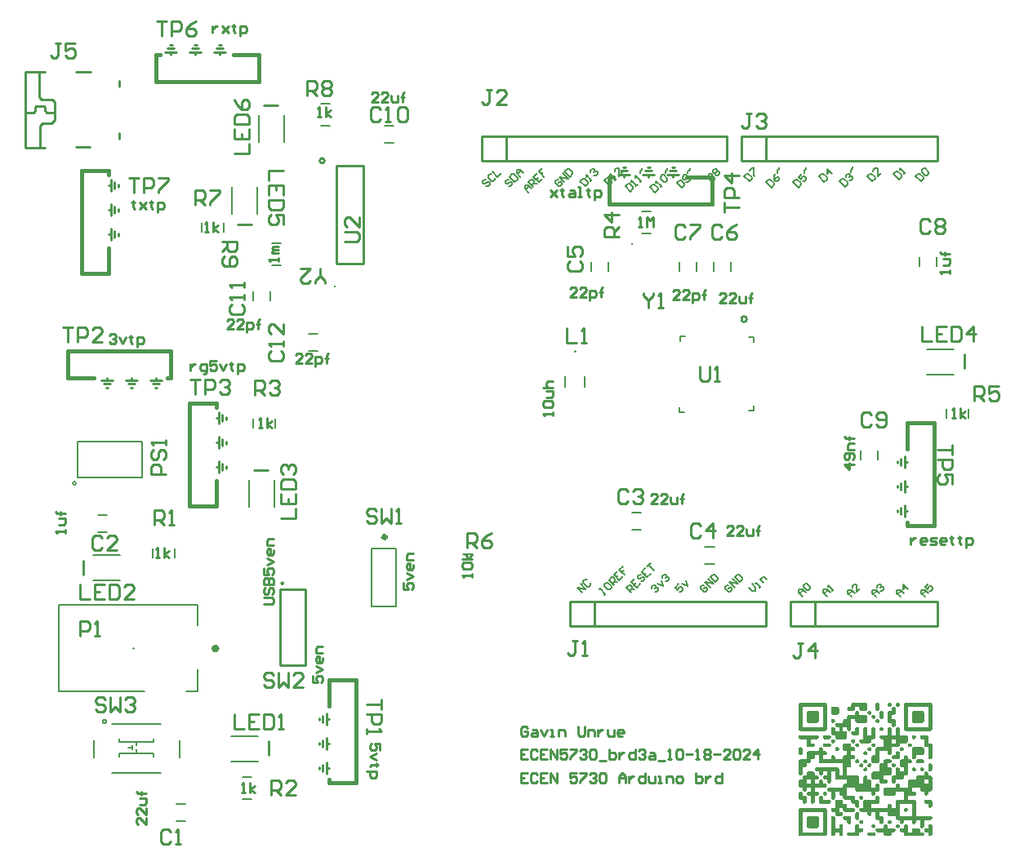
<source format=gto>
G04*
G04 #@! TF.GenerationSoftware,Altium Limited,Altium Designer,24.1.2 (44)*
G04*
G04 Layer_Color=65535*
%FSLAX44Y44*%
%MOMM*%
G71*
G04*
G04 #@! TF.SameCoordinates,264AB7AF-67A9-449C-BE9F-4602C0ED76BB*
G04*
G04*
G04 #@! TF.FilePolarity,Positive*
G04*
G01*
G75*
%ADD10C,0.2540*%
%ADD11C,0.1000*%
%ADD12C,0.5080*%
%ADD13C,0.4000*%
%ADD14C,0.1524*%
%ADD15C,0.3810*%
%ADD16C,0.2286*%
%ADD17C,0.1999*%
%ADD18C,0.1270*%
G36*
X886338Y164335D02*
X886638D01*
Y164186D01*
X886937D01*
Y164036D01*
X887087D01*
Y163886D01*
X887237D01*
Y163736D01*
X887387D01*
Y163586D01*
X887537D01*
Y163286D01*
X887687D01*
Y162987D01*
X887837D01*
Y161788D01*
X887687D01*
Y161488D01*
X887537D01*
Y161188D01*
X887387D01*
Y161038D01*
X887237D01*
Y160889D01*
X887087D01*
Y160739D01*
X886937D01*
Y160589D01*
X886638D01*
Y160439D01*
X886338D01*
Y160289D01*
X885139D01*
Y160439D01*
X884839D01*
Y160589D01*
X884540D01*
Y160739D01*
X884390D01*
Y160889D01*
X884240D01*
Y161038D01*
X884090D01*
Y161188D01*
X883940D01*
Y161338D01*
Y161488D01*
X883791D01*
Y161788D01*
X883641D01*
Y162987D01*
X883791D01*
Y163286D01*
X883940D01*
Y163586D01*
X884090D01*
Y163736D01*
X884240D01*
Y163886D01*
X884390D01*
Y164036D01*
X884540D01*
Y164186D01*
X884839D01*
Y164335D01*
X885139D01*
Y164485D01*
X886338D01*
Y164335D01*
D02*
G37*
G36*
X877946D02*
X878246D01*
Y164186D01*
X878545D01*
Y164036D01*
X878695D01*
Y163886D01*
X878845D01*
Y163736D01*
X878995D01*
Y163586D01*
X879145D01*
Y163286D01*
X879295D01*
Y162987D01*
X879445D01*
Y161788D01*
X879295D01*
Y161488D01*
X879145D01*
Y161188D01*
X878995D01*
Y161038D01*
X878845D01*
Y160889D01*
X878695D01*
Y160739D01*
X878545D01*
Y160589D01*
X878246D01*
Y160439D01*
X877946D01*
Y160289D01*
X876747D01*
Y160439D01*
X876447D01*
Y160589D01*
X876148D01*
Y160739D01*
X875998D01*
Y160889D01*
X875848D01*
Y161038D01*
X875698D01*
Y161188D01*
X875548D01*
Y161488D01*
X875398D01*
Y161788D01*
X875248D01*
Y162387D01*
Y162537D01*
Y162987D01*
X875398D01*
Y163286D01*
X875548D01*
Y163586D01*
X875698D01*
Y163736D01*
X875848D01*
Y163886D01*
X875998D01*
Y164036D01*
X876148D01*
Y164186D01*
X876447D01*
Y164335D01*
X876747D01*
Y164485D01*
X877946D01*
Y164335D01*
D02*
G37*
G36*
X865358D02*
X865657D01*
Y164186D01*
X865957D01*
Y164036D01*
X866107D01*
Y163886D01*
X866257D01*
Y163736D01*
X866407D01*
Y163586D01*
X866557D01*
Y163286D01*
X866706D01*
Y162987D01*
X866856D01*
Y157592D01*
X866706D01*
Y157292D01*
X866557D01*
Y156992D01*
X866407D01*
Y156842D01*
X866257D01*
Y156693D01*
X866107D01*
Y156543D01*
X865957D01*
Y156393D01*
X865657D01*
Y156243D01*
X865358D01*
Y156093D01*
X864159D01*
Y156243D01*
X863859D01*
Y156393D01*
X863559D01*
Y156543D01*
X863410D01*
Y156693D01*
X863260D01*
Y156842D01*
X863110D01*
Y156992D01*
X862960D01*
Y157292D01*
X862810D01*
Y157592D01*
X862660D01*
Y162537D01*
Y162687D01*
Y162987D01*
X862810D01*
Y163286D01*
X862960D01*
Y163586D01*
X863110D01*
Y163736D01*
X863260D01*
Y163886D01*
X863410D01*
Y164036D01*
X863559D01*
Y164186D01*
X863859D01*
Y164335D01*
X864159D01*
Y164485D01*
X865358D01*
Y164335D01*
D02*
G37*
G36*
X852769D02*
X853069D01*
Y164186D01*
X853369D01*
Y164036D01*
X853519D01*
Y163886D01*
X853669D01*
Y163736D01*
X853819D01*
Y163586D01*
X853968D01*
Y163286D01*
X854118D01*
Y162987D01*
X854268D01*
Y157592D01*
X854118D01*
Y157292D01*
X853968D01*
Y156992D01*
X853819D01*
Y156842D01*
X853669D01*
Y156693D01*
X853519D01*
Y156543D01*
X853369D01*
Y156393D01*
X853069D01*
Y156243D01*
X852769D01*
Y156093D01*
X847374D01*
Y156243D01*
X847075D01*
Y156393D01*
X846775D01*
Y156543D01*
X846625D01*
Y156693D01*
X846475D01*
Y156842D01*
X846326D01*
Y156992D01*
X846176D01*
Y157292D01*
X846026D01*
Y157592D01*
X845876D01*
Y160289D01*
X841680D01*
Y157592D01*
X841530D01*
Y157292D01*
X841380D01*
Y156992D01*
X841230D01*
Y156842D01*
X841080D01*
Y156693D01*
X840930D01*
Y156543D01*
X840781D01*
Y156393D01*
X840481D01*
Y156243D01*
X840181D01*
Y156093D01*
X834786D01*
Y156243D01*
X834486D01*
Y156393D01*
X834187D01*
Y156543D01*
X834037D01*
Y156693D01*
X833887D01*
Y156842D01*
X833737D01*
Y156992D01*
X833587D01*
Y157292D01*
X833438D01*
Y157592D01*
X833288D01*
Y158791D01*
X833438D01*
Y159090D01*
X833587D01*
Y159390D01*
X833737D01*
Y159540D01*
X833887D01*
Y159690D01*
X834037D01*
Y159840D01*
X834187D01*
Y159990D01*
X834486D01*
Y160139D01*
X834786D01*
Y160289D01*
X837484D01*
Y162987D01*
X837634D01*
Y163286D01*
X837783D01*
Y163586D01*
X837933D01*
Y163736D01*
X838083D01*
Y163886D01*
X838233D01*
Y164036D01*
X838383D01*
Y164186D01*
X838683D01*
Y164335D01*
X838982D01*
Y164485D01*
X852769D01*
Y164335D01*
D02*
G37*
G36*
X856965Y155943D02*
X857265D01*
Y155793D01*
X857565D01*
Y155644D01*
X857715D01*
Y155494D01*
X857865D01*
Y155344D01*
X858015D01*
Y155194D01*
X858164D01*
Y154894D01*
X858314D01*
Y154595D01*
X858464D01*
Y153396D01*
X858314D01*
Y153096D01*
X858164D01*
Y152946D01*
Y152796D01*
X858015D01*
Y152646D01*
X857865D01*
Y152497D01*
X857715D01*
Y152347D01*
X857565D01*
Y152197D01*
X857265D01*
Y152047D01*
X856965D01*
Y151897D01*
X855767D01*
Y152047D01*
X855467D01*
Y152197D01*
X855167D01*
Y152347D01*
X855017D01*
Y152497D01*
X854867D01*
Y152646D01*
X854718D01*
Y152796D01*
X854568D01*
Y153096D01*
X854418D01*
Y153396D01*
X854268D01*
Y154595D01*
X854418D01*
Y154894D01*
X854568D01*
Y155194D01*
X854718D01*
Y155344D01*
X854867D01*
Y155494D01*
X855017D01*
Y155644D01*
X855167D01*
Y155793D01*
X855467D01*
Y155943D01*
X855767D01*
Y156093D01*
X856965D01*
Y155943D01*
D02*
G37*
G36*
X823397Y160139D02*
X823697D01*
Y159990D01*
X823996D01*
Y159840D01*
X824146D01*
Y159690D01*
X824296D01*
Y159540D01*
X824446D01*
Y159390D01*
X824596D01*
Y159090D01*
X824746D01*
Y158791D01*
X824895D01*
Y153396D01*
X824746D01*
Y153096D01*
X824596D01*
Y152796D01*
X824446D01*
Y152646D01*
X824296D01*
Y152497D01*
X824146D01*
Y152347D01*
X823996D01*
Y152197D01*
X823697D01*
Y152047D01*
X823397D01*
Y151897D01*
X818002D01*
Y152047D01*
X817702D01*
Y152197D01*
X817402D01*
Y152347D01*
X817253D01*
Y152497D01*
X817103D01*
Y152646D01*
X816953D01*
Y152796D01*
X816803D01*
Y153096D01*
X816653D01*
Y153396D01*
X816503D01*
Y158791D01*
X816653D01*
Y159090D01*
X816803D01*
Y159390D01*
X816953D01*
Y159540D01*
X817103D01*
Y159690D01*
X817253D01*
Y159840D01*
X817402D01*
Y159990D01*
X817702D01*
Y160139D01*
X818002D01*
Y160289D01*
X823397D01*
Y160139D01*
D02*
G37*
G36*
X869554Y155943D02*
X869854D01*
Y155793D01*
X870153D01*
Y155644D01*
X870303D01*
Y155494D01*
X870453D01*
Y155344D01*
X870603D01*
Y155194D01*
X870753D01*
Y154894D01*
X870902D01*
Y154595D01*
X871052D01*
Y154295D01*
Y154145D01*
Y149200D01*
X870902D01*
Y148900D01*
X870753D01*
Y148600D01*
X870603D01*
Y148450D01*
X870453D01*
Y148300D01*
X870303D01*
Y148151D01*
X870153D01*
Y148001D01*
X869854D01*
Y147851D01*
X869554D01*
Y147701D01*
X868355D01*
Y147851D01*
X868055D01*
Y148001D01*
X867755D01*
Y148151D01*
X867606D01*
Y148300D01*
X867456D01*
Y148450D01*
X867306D01*
Y148600D01*
X867156D01*
Y148900D01*
X867006D01*
Y149200D01*
X866856D01*
Y154595D01*
X867006D01*
Y154894D01*
X867156D01*
Y155194D01*
X867306D01*
Y155344D01*
X867456D01*
Y155494D01*
X867606D01*
Y155644D01*
X867755D01*
Y155793D01*
X868055D01*
Y155943D01*
X868355D01*
Y156093D01*
X869554D01*
Y155943D01*
D02*
G37*
G36*
X861162Y151747D02*
X861461D01*
Y151597D01*
X861761D01*
Y151447D01*
X861911D01*
Y151298D01*
X862061D01*
Y151148D01*
X862211D01*
Y150998D01*
X862361D01*
Y150698D01*
X862510D01*
Y150399D01*
X862660D01*
Y149200D01*
X862510D01*
Y148900D01*
X862361D01*
Y148600D01*
X862211D01*
Y148300D01*
X861911D01*
Y148151D01*
X861761D01*
Y148001D01*
X861461D01*
Y147851D01*
X861162D01*
Y147701D01*
X859963D01*
Y147851D01*
X859663D01*
Y148001D01*
X859363D01*
Y148151D01*
X859213D01*
Y148300D01*
X859064D01*
Y148450D01*
X858914D01*
Y148600D01*
X858764D01*
Y148900D01*
X858614D01*
Y149200D01*
X858464D01*
Y150399D01*
X858614D01*
Y150698D01*
X858764D01*
Y150998D01*
X858914D01*
Y151148D01*
X859064D01*
Y151298D01*
X859213D01*
Y151447D01*
X859363D01*
Y151597D01*
X859663D01*
Y151747D01*
X859963D01*
Y151897D01*
X861162D01*
Y151747D01*
D02*
G37*
G36*
X865358Y147551D02*
X865657D01*
Y147401D01*
X865957D01*
Y147251D01*
X866107D01*
Y147102D01*
X866257D01*
Y146952D01*
X866407D01*
Y146802D01*
X866557D01*
Y146502D01*
X866706D01*
Y146202D01*
X866856D01*
Y146053D01*
Y145003D01*
X866706D01*
Y144704D01*
X866557D01*
Y144404D01*
X866407D01*
Y144254D01*
X866257D01*
Y144104D01*
X866107D01*
Y143954D01*
X865957D01*
Y143805D01*
X865807D01*
Y143655D01*
X865358D01*
Y143505D01*
X864159D01*
Y143655D01*
X863859D01*
Y143805D01*
X863559D01*
Y143954D01*
X863410D01*
Y144104D01*
X863260D01*
Y144254D01*
X863110D01*
Y144404D01*
X862960D01*
Y144704D01*
X862810D01*
Y145003D01*
X862660D01*
Y146202D01*
X862810D01*
Y146502D01*
X862960D01*
Y146802D01*
X863110D01*
Y146952D01*
X863260D01*
Y147102D01*
X863410D01*
Y147251D01*
X863559D01*
Y147401D01*
X863859D01*
Y147551D01*
X864159D01*
Y147701D01*
X865358D01*
Y147551D01*
D02*
G37*
G36*
X844377Y155943D02*
X844677D01*
Y155793D01*
X844977D01*
Y155644D01*
X845127D01*
Y155494D01*
X845276D01*
Y155344D01*
X845426D01*
Y155194D01*
X845576D01*
Y154894D01*
X845726D01*
Y154595D01*
X845876D01*
Y151897D01*
X852769D01*
Y151747D01*
X853069D01*
Y151597D01*
X853369D01*
Y151447D01*
X853519D01*
Y151298D01*
X853669D01*
Y151148D01*
X853819D01*
Y150998D01*
X853968D01*
Y150698D01*
X854118D01*
Y150399D01*
X854268D01*
Y145003D01*
X854118D01*
Y144704D01*
X853968D01*
Y144404D01*
X853819D01*
Y144254D01*
X853669D01*
Y144104D01*
X853519D01*
Y143954D01*
X853369D01*
Y143805D01*
X853069D01*
Y143655D01*
X852769D01*
Y143505D01*
X843178D01*
Y143655D01*
X842729D01*
Y143805D01*
X842579D01*
Y143954D01*
X842429D01*
Y144104D01*
X842279D01*
Y144254D01*
X842129D01*
Y144404D01*
X841980D01*
Y144704D01*
X841830D01*
Y145003D01*
X841680D01*
Y147701D01*
X837484D01*
Y136611D01*
X837334D01*
Y136312D01*
X837184D01*
Y136012D01*
X837034D01*
Y135862D01*
X836884D01*
Y135712D01*
X836734D01*
Y135562D01*
X836585D01*
Y135413D01*
X836435D01*
Y135263D01*
X835985D01*
Y135113D01*
X834786D01*
Y135263D01*
X834486D01*
Y135413D01*
X834187D01*
Y135562D01*
X834037D01*
Y135712D01*
X833887D01*
Y135862D01*
X833737D01*
Y136012D01*
X833587D01*
Y136312D01*
X833438D01*
Y136611D01*
X833288D01*
Y139309D01*
X829092D01*
Y135113D01*
X831789D01*
Y134963D01*
X832089D01*
Y134813D01*
X832389D01*
Y134663D01*
X832538D01*
Y134513D01*
X832688D01*
Y134363D01*
X832838D01*
Y134214D01*
X832988D01*
Y133914D01*
X833138D01*
Y133614D01*
X833288D01*
Y128219D01*
X833138D01*
Y127920D01*
X832988D01*
Y127620D01*
X832838D01*
Y127470D01*
X832688D01*
Y127320D01*
X832538D01*
Y127170D01*
X832389D01*
Y127020D01*
X832239D01*
Y126870D01*
X831789D01*
Y126721D01*
X822198D01*
Y126870D01*
X821898D01*
Y127020D01*
X821599D01*
Y127170D01*
X821449D01*
Y127320D01*
X821299D01*
Y127470D01*
X821149D01*
Y127620D01*
X820999D01*
Y127920D01*
X820849D01*
Y128219D01*
X820699D01*
Y130917D01*
X818002D01*
Y131067D01*
X817702D01*
Y131216D01*
X817402D01*
Y131366D01*
X817253D01*
Y131516D01*
X817103D01*
Y131666D01*
X816953D01*
Y131816D01*
X816803D01*
Y132116D01*
X816653D01*
Y132415D01*
X816503D01*
Y137810D01*
X816653D01*
Y138110D01*
X816803D01*
Y138410D01*
X816953D01*
Y138560D01*
X817103D01*
Y138709D01*
X817253D01*
Y138859D01*
X817402D01*
Y139009D01*
X817702D01*
Y139159D01*
X818002D01*
Y139309D01*
X819201D01*
Y139159D01*
X819501D01*
Y139009D01*
X819800D01*
Y138859D01*
X819950D01*
Y138709D01*
X820100D01*
Y138560D01*
X820250D01*
Y138410D01*
X820400D01*
Y138110D01*
X820549D01*
Y137810D01*
X820699D01*
Y135113D01*
X824895D01*
Y139309D01*
X822198D01*
Y139459D01*
X821748D01*
Y139609D01*
X821599D01*
Y139758D01*
X821449D01*
Y139908D01*
X821299D01*
Y140058D01*
X821149D01*
Y140208D01*
X820999D01*
Y140508D01*
X820849D01*
Y140807D01*
X820699D01*
Y142006D01*
X820849D01*
Y142306D01*
X820999D01*
Y142606D01*
X821149D01*
Y142756D01*
X821299D01*
Y142906D01*
X821449D01*
Y143055D01*
X821599D01*
Y143205D01*
X821898D01*
Y143355D01*
X822198D01*
Y143505D01*
X829092D01*
Y146202D01*
X829241D01*
Y146502D01*
X829391D01*
Y146802D01*
X829541D01*
Y146952D01*
X829691D01*
Y147102D01*
X829841D01*
Y147251D01*
X829991D01*
Y147401D01*
X830290D01*
Y147551D01*
X830590D01*
Y147701D01*
X833288D01*
Y150399D01*
X833438D01*
Y150698D01*
X833587D01*
Y150998D01*
X833737D01*
Y151148D01*
X833887D01*
Y151298D01*
X834037D01*
Y151447D01*
X834187D01*
Y151597D01*
X834486D01*
Y151747D01*
X834786D01*
Y151897D01*
X841680D01*
Y154595D01*
X841830D01*
Y154894D01*
X841980D01*
Y155194D01*
X842129D01*
Y155344D01*
X842279D01*
Y155494D01*
X842429D01*
Y155644D01*
X842579D01*
Y155793D01*
X842879D01*
Y155943D01*
X843178D01*
Y156093D01*
X844377D01*
Y155943D01*
D02*
G37*
G36*
X819201Y147551D02*
X819501D01*
Y147401D01*
X819800D01*
Y147251D01*
X819950D01*
Y147102D01*
X820100D01*
Y146952D01*
X820250D01*
Y146802D01*
X820400D01*
Y146502D01*
X820549D01*
Y146202D01*
X820699D01*
Y145003D01*
X820549D01*
Y144704D01*
X820400D01*
Y144404D01*
X820250D01*
Y144254D01*
X820100D01*
Y144104D01*
X819950D01*
Y143954D01*
X819800D01*
Y143805D01*
X819501D01*
Y143655D01*
X819201D01*
Y143505D01*
X818002D01*
Y143655D01*
X817702D01*
Y143805D01*
X817402D01*
Y143954D01*
X817253D01*
Y144104D01*
X817103D01*
Y144254D01*
X816953D01*
Y144404D01*
X816803D01*
Y144704D01*
X816653D01*
Y145003D01*
X816503D01*
Y146202D01*
X816653D01*
Y146352D01*
Y146502D01*
X816803D01*
Y146802D01*
X816953D01*
Y146952D01*
X817103D01*
Y147102D01*
X817253D01*
Y147251D01*
X817402D01*
Y147401D01*
X817702D01*
Y147551D01*
X818002D01*
Y147701D01*
X819201D01*
Y147551D01*
D02*
G37*
G36*
X882142Y160139D02*
X882442D01*
Y159990D01*
X882741D01*
Y159840D01*
X882891D01*
Y159690D01*
X883041D01*
Y159540D01*
X883191D01*
Y159390D01*
X883341D01*
Y159090D01*
X883491D01*
Y158791D01*
X883641D01*
Y157442D01*
Y157292D01*
Y153396D01*
X883491D01*
Y153096D01*
X883341D01*
Y152796D01*
X883191D01*
Y152646D01*
X883041D01*
Y152497D01*
X882891D01*
Y152347D01*
X882741D01*
Y152197D01*
X882442D01*
Y152047D01*
X882142D01*
Y151897D01*
X879445D01*
Y147701D01*
X882142D01*
Y147551D01*
X882442D01*
Y147401D01*
X882741D01*
Y147251D01*
X882891D01*
Y147102D01*
X883041D01*
Y146952D01*
X883191D01*
Y146802D01*
X883341D01*
Y146502D01*
X883491D01*
Y146202D01*
X883641D01*
Y140807D01*
X883491D01*
Y140508D01*
X883341D01*
Y140208D01*
X883191D01*
Y140058D01*
X883041D01*
Y139908D01*
X882891D01*
Y139758D01*
X882741D01*
Y139609D01*
X882442D01*
Y139459D01*
X882142D01*
Y139309D01*
X880943D01*
Y139459D01*
X880643D01*
Y139609D01*
X880344D01*
Y139758D01*
X880194D01*
Y139908D01*
X880044D01*
Y140058D01*
X879894D01*
Y140208D01*
X879744D01*
Y140508D01*
X879594D01*
Y140807D01*
X879445D01*
Y143505D01*
X876747D01*
Y143655D01*
X876447D01*
Y143805D01*
X876148D01*
Y143954D01*
X875998D01*
Y144104D01*
X875848D01*
Y144254D01*
X875698D01*
Y144404D01*
X875548D01*
Y144704D01*
X875398D01*
Y145003D01*
X875248D01*
Y154595D01*
X875398D01*
Y154894D01*
X875548D01*
Y155194D01*
X875698D01*
Y155344D01*
X875848D01*
Y155494D01*
X875998D01*
Y155644D01*
X876148D01*
Y155793D01*
X876447D01*
Y155943D01*
X876747D01*
Y156093D01*
X879445D01*
Y158791D01*
X879594D01*
Y159090D01*
X879744D01*
Y159390D01*
X879894D01*
Y159540D01*
X880044D01*
Y159690D01*
X880194D01*
Y159840D01*
X880344D01*
Y159990D01*
X880643D01*
Y160139D01*
X880943D01*
Y160289D01*
X882142D01*
Y160139D01*
D02*
G37*
G36*
X919907Y164335D02*
X920206D01*
Y164186D01*
X920506D01*
Y164036D01*
X920656D01*
Y163886D01*
X920806D01*
Y163736D01*
X920956D01*
Y163586D01*
X921106D01*
Y163286D01*
X921255D01*
Y162987D01*
X921405D01*
Y136611D01*
X921255D01*
Y136312D01*
X921106D01*
Y136012D01*
X920956D01*
Y135862D01*
X920806D01*
Y135712D01*
X920656D01*
Y135562D01*
X920506D01*
Y135413D01*
X920206D01*
Y135263D01*
X919907D01*
Y135113D01*
X893531D01*
Y135263D01*
X893232D01*
Y135413D01*
X892932D01*
Y135562D01*
X892782D01*
Y135712D01*
X892632D01*
Y135862D01*
X892482D01*
Y136012D01*
X892333D01*
Y136312D01*
X892183D01*
Y136611D01*
X892033D01*
Y162987D01*
X892183D01*
Y163286D01*
X892333D01*
Y163586D01*
X892482D01*
Y163736D01*
X892632D01*
Y163886D01*
X892782D01*
Y164036D01*
X892932D01*
Y164186D01*
X893232D01*
Y164335D01*
X893531D01*
Y164485D01*
X919907D01*
Y164335D01*
D02*
G37*
G36*
X869554Y139159D02*
X869854D01*
Y139009D01*
X870153D01*
Y138859D01*
X870303D01*
Y138709D01*
X870453D01*
Y138560D01*
X870603D01*
Y138410D01*
X870753D01*
Y138110D01*
X870902D01*
Y137810D01*
X871052D01*
Y136611D01*
X870902D01*
Y136312D01*
X870753D01*
Y136012D01*
X870603D01*
Y135862D01*
X870453D01*
Y135712D01*
X870303D01*
Y135562D01*
X870153D01*
Y135413D01*
X870003D01*
Y135263D01*
X869554D01*
Y135113D01*
X868355D01*
Y135263D01*
X868055D01*
Y135413D01*
X867755D01*
Y135562D01*
X867606D01*
Y135712D01*
X867456D01*
Y135862D01*
X867306D01*
Y136012D01*
X867156D01*
Y136312D01*
X867006D01*
Y136611D01*
X866856D01*
Y137810D01*
X867006D01*
Y138110D01*
X867156D01*
Y138410D01*
X867306D01*
Y138560D01*
X867456D01*
Y138709D01*
X867606D01*
Y138859D01*
X867755D01*
Y139009D01*
X868055D01*
Y139159D01*
X868355D01*
Y139309D01*
X869554D01*
Y139159D01*
D02*
G37*
G36*
X810809Y164335D02*
X811108D01*
Y164186D01*
X811408D01*
Y164036D01*
X811558D01*
Y163886D01*
X811708D01*
Y163736D01*
X811858D01*
Y163586D01*
X812008D01*
Y163286D01*
X812157D01*
Y162987D01*
X812307D01*
Y136611D01*
X812157D01*
Y136312D01*
X812008D01*
Y136012D01*
X811858D01*
Y135862D01*
X811708D01*
Y135712D01*
X811558D01*
Y135562D01*
X811408D01*
Y135413D01*
X811108D01*
Y135263D01*
X810809D01*
Y135113D01*
X784433D01*
Y135263D01*
X784134D01*
Y135413D01*
X783834D01*
Y135562D01*
X783684D01*
Y135712D01*
X783534D01*
Y135862D01*
X783384D01*
Y136012D01*
X783234D01*
Y136312D01*
X783084D01*
Y136611D01*
X782935D01*
Y162987D01*
X783084D01*
Y163286D01*
X783234D01*
Y163586D01*
X783384D01*
Y163736D01*
X783534D01*
Y163886D01*
X783684D01*
Y164036D01*
X783834D01*
Y164186D01*
X784134D01*
Y164335D01*
X784433D01*
Y164485D01*
X810809D01*
Y164335D01*
D02*
G37*
G36*
X886338Y139159D02*
X886638D01*
Y139009D01*
X886937D01*
Y138859D01*
X887087D01*
Y138709D01*
X887237D01*
Y138560D01*
X887387D01*
Y138410D01*
X887537D01*
Y138110D01*
X887687D01*
Y137810D01*
X887837D01*
Y130917D01*
X894730D01*
Y130767D01*
X895030D01*
Y130617D01*
X895330D01*
Y130467D01*
X895480D01*
Y130317D01*
X895629D01*
Y130167D01*
X895779D01*
Y130017D01*
X895929D01*
Y129718D01*
X896079D01*
Y129418D01*
X896229D01*
Y124023D01*
X896079D01*
Y123723D01*
X895929D01*
Y123424D01*
X895779D01*
Y123274D01*
X895629D01*
Y123124D01*
X895480D01*
Y122974D01*
X895330D01*
Y122824D01*
X895030D01*
Y122674D01*
X894730D01*
Y122524D01*
X887837D01*
Y119827D01*
X887687D01*
Y119527D01*
X887537D01*
Y119228D01*
X887387D01*
Y119078D01*
X887237D01*
Y118928D01*
X887087D01*
Y118778D01*
X886937D01*
Y118628D01*
X886638D01*
Y118478D01*
X886338D01*
Y118328D01*
X879445D01*
Y111435D01*
X879295D01*
Y111135D01*
X879145D01*
Y110835D01*
X878995D01*
Y110686D01*
X878845D01*
Y110536D01*
X878695D01*
Y110386D01*
X878545D01*
Y110236D01*
X878246D01*
Y110086D01*
X877946D01*
Y109936D01*
X876747D01*
Y110086D01*
X876298D01*
Y110236D01*
X876148D01*
Y110386D01*
X875998D01*
Y110536D01*
X875848D01*
Y110686D01*
X875698D01*
Y110835D01*
X875548D01*
Y111135D01*
X875398D01*
Y111435D01*
X875248D01*
Y114132D01*
X866856D01*
Y103043D01*
X866706D01*
Y102743D01*
X866557D01*
Y102443D01*
X866407D01*
Y102293D01*
X866257D01*
Y102144D01*
X866107D01*
Y101994D01*
X865957D01*
Y101844D01*
X865657D01*
Y101694D01*
X865358D01*
Y101544D01*
X859963D01*
Y101694D01*
X859663D01*
Y101844D01*
X859363D01*
Y101994D01*
X859213D01*
Y102144D01*
X859064D01*
Y102293D01*
X858914D01*
Y102443D01*
X858764D01*
Y102743D01*
X858614D01*
Y103043D01*
X858464D01*
Y108438D01*
X858614D01*
Y108737D01*
X858764D01*
Y109037D01*
X858914D01*
Y109187D01*
X859064D01*
Y109337D01*
X859213D01*
Y109487D01*
X859363D01*
Y109637D01*
X859663D01*
Y109786D01*
X859963D01*
Y109936D01*
X862660D01*
Y116830D01*
X862810D01*
Y117130D01*
X862960D01*
Y117429D01*
X863110D01*
Y117579D01*
X863260D01*
Y117729D01*
X863410D01*
Y117879D01*
X863559D01*
Y118029D01*
X863859D01*
Y118179D01*
X864159D01*
Y118328D01*
X871052D01*
Y126721D01*
X868355D01*
Y126870D01*
X868055D01*
Y127020D01*
X867755D01*
Y127170D01*
X867606D01*
Y127320D01*
X867456D01*
Y127470D01*
X867306D01*
Y127620D01*
X867156D01*
Y127920D01*
X867006D01*
Y128219D01*
X866856D01*
Y129418D01*
X867006D01*
Y129718D01*
X867156D01*
Y130017D01*
X867306D01*
Y130167D01*
X867456D01*
Y130317D01*
X867606D01*
Y130467D01*
X867755D01*
Y130617D01*
X868055D01*
Y130767D01*
X868355D01*
Y130917D01*
X875248D01*
Y137810D01*
X875398D01*
Y138110D01*
X875548D01*
Y138410D01*
X875698D01*
Y138560D01*
X875848D01*
Y138709D01*
X875998D01*
Y138859D01*
X876148D01*
Y139009D01*
X876447D01*
Y139159D01*
X876747D01*
Y139309D01*
X877946D01*
Y139159D01*
X878246D01*
Y139009D01*
X878545D01*
Y138859D01*
X878695D01*
Y138709D01*
X878845D01*
Y138560D01*
X878995D01*
Y138410D01*
X879145D01*
Y138110D01*
X879295D01*
Y137810D01*
X879445D01*
Y130917D01*
X883641D01*
Y137810D01*
X883791D01*
Y138110D01*
X883940D01*
Y138410D01*
X884090D01*
Y138560D01*
X884240D01*
Y138709D01*
X884390D01*
Y138859D01*
X884540D01*
Y139009D01*
X884839D01*
Y139159D01*
X885139D01*
Y139309D01*
X886338D01*
Y139159D01*
D02*
G37*
G36*
X861162D02*
X861461D01*
Y139009D01*
X861761D01*
Y138859D01*
X861911D01*
Y138709D01*
X862061D01*
Y138560D01*
X862211D01*
Y138410D01*
X862361D01*
Y138110D01*
X862510D01*
Y137810D01*
X862660D01*
Y128219D01*
X862510D01*
Y127920D01*
X862361D01*
Y127620D01*
X862211D01*
Y127470D01*
X862061D01*
Y127320D01*
X861911D01*
Y127170D01*
X861761D01*
Y127020D01*
X861461D01*
Y126870D01*
X861162D01*
Y126721D01*
X858464D01*
Y124023D01*
X858314D01*
Y123723D01*
X858164D01*
Y123424D01*
X858015D01*
Y123274D01*
X857865D01*
Y123124D01*
X857715D01*
Y122974D01*
X857565D01*
Y122824D01*
X857265D01*
Y122674D01*
X856965D01*
Y122524D01*
X847374D01*
Y122674D01*
X847075D01*
Y122824D01*
X846775D01*
Y122974D01*
X846625D01*
Y123124D01*
X846475D01*
Y123274D01*
X846326D01*
Y123424D01*
X846176D01*
Y123723D01*
X846026D01*
Y124023D01*
X845876D01*
Y125222D01*
X846026D01*
Y125522D01*
X846176D01*
Y125821D01*
X846326D01*
Y125971D01*
X846475D01*
Y126121D01*
X846625D01*
Y126271D01*
X846775D01*
Y126421D01*
X847075D01*
Y126571D01*
X847374D01*
Y126721D01*
X850072D01*
Y137810D01*
X850222D01*
Y138110D01*
X850372D01*
Y138410D01*
X850521D01*
Y138560D01*
X850671D01*
Y138709D01*
X850821D01*
Y138859D01*
X850971D01*
Y139009D01*
X851271D01*
Y139159D01*
X851571D01*
Y139309D01*
X852769D01*
Y139159D01*
X853069D01*
Y139009D01*
X853369D01*
Y138859D01*
X853519D01*
Y138709D01*
X853669D01*
Y138560D01*
X853819D01*
Y138410D01*
X853968D01*
Y138110D01*
X854118D01*
Y137810D01*
X854268D01*
Y130917D01*
X858464D01*
Y137810D01*
X858614D01*
Y138110D01*
X858764D01*
Y138410D01*
X858914D01*
Y138560D01*
X859064D01*
Y138709D01*
X859213D01*
Y138859D01*
X859363D01*
Y139009D01*
X859663D01*
Y139159D01*
X859963D01*
Y139309D01*
X861162D01*
Y139159D01*
D02*
G37*
G36*
X844377D02*
X844677D01*
Y139009D01*
X844977D01*
Y138859D01*
X845127D01*
Y138709D01*
X845276D01*
Y138560D01*
X845426D01*
Y138410D01*
X845576D01*
Y138110D01*
X845726D01*
Y137810D01*
X845876D01*
Y133464D01*
Y133314D01*
Y132415D01*
X845726D01*
Y132116D01*
X845576D01*
Y131816D01*
X845426D01*
Y131666D01*
X845276D01*
Y131516D01*
X845127D01*
Y131366D01*
X844977D01*
Y131216D01*
X844677D01*
Y131067D01*
X844377D01*
Y130917D01*
X838982D01*
Y131067D01*
X838533D01*
Y131216D01*
X838383D01*
Y131366D01*
X838233D01*
Y131516D01*
X838083D01*
Y131666D01*
X837933D01*
Y131816D01*
X837783D01*
Y132116D01*
X837634D01*
Y132415D01*
X837484D01*
Y133614D01*
X837634D01*
Y133914D01*
X837783D01*
Y134214D01*
X837933D01*
Y134363D01*
X838083D01*
Y134513D01*
X838233D01*
Y134663D01*
X838383D01*
Y134813D01*
X838683D01*
Y134963D01*
X838982D01*
Y135113D01*
X841680D01*
Y137810D01*
X841830D01*
Y138110D01*
X841980D01*
Y138410D01*
X842129D01*
Y138560D01*
X842279D01*
Y138709D01*
X842429D01*
Y138859D01*
X842579D01*
Y139009D01*
X842879D01*
Y139159D01*
X843178D01*
Y139309D01*
X844377D01*
Y139159D01*
D02*
G37*
G36*
X903122Y130767D02*
X903422D01*
Y130617D01*
X903722D01*
Y130467D01*
X903872D01*
Y130317D01*
X904022D01*
Y130167D01*
X904171D01*
Y130017D01*
X904321D01*
Y129718D01*
X904471D01*
Y129418D01*
X904621D01*
Y128219D01*
X904471D01*
Y127920D01*
X904321D01*
Y127620D01*
X904171D01*
Y127470D01*
X904022D01*
Y127320D01*
X903872D01*
Y127170D01*
X903722D01*
Y127020D01*
X903422D01*
Y126870D01*
X903122D01*
Y126721D01*
X901924D01*
Y126870D01*
X901624D01*
Y127020D01*
X901324D01*
Y127170D01*
X901174D01*
Y127320D01*
X901024D01*
Y127470D01*
X900874D01*
Y127620D01*
X900725D01*
Y127920D01*
X900575D01*
Y128219D01*
X900425D01*
Y129418D01*
X900575D01*
Y129718D01*
X900725D01*
Y130017D01*
X900874D01*
Y130167D01*
X901024D01*
Y130317D01*
X901174D01*
Y130467D01*
X901324D01*
Y130617D01*
X901624D01*
Y130767D01*
X901924D01*
Y130917D01*
X903122D01*
Y130767D01*
D02*
G37*
G36*
X815005D02*
X815304D01*
Y130617D01*
X815604D01*
Y130467D01*
X815754D01*
Y130317D01*
X815904D01*
Y130167D01*
X816054D01*
Y130017D01*
X816204D01*
Y129718D01*
X816354D01*
Y129418D01*
X816503D01*
Y128369D01*
Y128219D01*
X816354D01*
Y127920D01*
X816204D01*
Y127620D01*
X816054D01*
Y127470D01*
X815904D01*
Y127320D01*
X815754D01*
Y127170D01*
X815604D01*
Y127020D01*
X815304D01*
Y126870D01*
X815005D01*
Y126721D01*
X809610D01*
Y126870D01*
X809310D01*
Y127020D01*
X809010D01*
Y127170D01*
X808860D01*
Y127320D01*
X808711D01*
Y127470D01*
X808561D01*
Y127620D01*
X808411D01*
Y127920D01*
X808261D01*
Y128219D01*
X808111D01*
Y129418D01*
X808261D01*
Y129718D01*
X808411D01*
Y130017D01*
X808561D01*
Y130167D01*
X808711D01*
Y130317D01*
X808860D01*
Y130467D01*
X809010D01*
Y130617D01*
X809310D01*
Y130767D01*
X809610D01*
Y130917D01*
X815005D01*
Y130767D01*
D02*
G37*
G36*
X840181Y126571D02*
X840481D01*
Y126421D01*
X840781D01*
Y126271D01*
X840930D01*
Y126121D01*
X841080D01*
Y125971D01*
X841230D01*
Y125821D01*
X841380D01*
Y125522D01*
X841530D01*
Y125222D01*
X841680D01*
Y124023D01*
X841530D01*
Y123723D01*
X841380D01*
Y123424D01*
X841230D01*
Y123274D01*
X841080D01*
Y123124D01*
X840930D01*
Y122974D01*
X840781D01*
Y122824D01*
X840481D01*
Y122674D01*
X840181D01*
Y122524D01*
X838982D01*
Y122674D01*
X838683D01*
Y122824D01*
X838383D01*
Y122974D01*
X838233D01*
Y123124D01*
X838083D01*
Y123274D01*
X837933D01*
Y123424D01*
X837783D01*
Y123723D01*
X837634D01*
Y124023D01*
X837484D01*
Y125222D01*
X837634D01*
Y125522D01*
X837783D01*
Y125821D01*
X837933D01*
Y125971D01*
X838083D01*
Y126121D01*
X838233D01*
Y126271D01*
X838383D01*
Y126421D01*
X838683D01*
Y126571D01*
X838982D01*
Y126721D01*
X840181D01*
Y126571D01*
D02*
G37*
G36*
X819201D02*
X819501D01*
Y126421D01*
X819800D01*
Y126271D01*
X819950D01*
Y126121D01*
X820100D01*
Y125971D01*
X820250D01*
Y125821D01*
X820400D01*
Y125522D01*
X820549D01*
Y125222D01*
X820699D01*
Y124023D01*
X820549D01*
Y123723D01*
X820400D01*
Y123424D01*
X820250D01*
Y123274D01*
X820100D01*
Y123124D01*
X819950D01*
Y122974D01*
X819800D01*
Y122824D01*
X819501D01*
Y122674D01*
X819201D01*
Y122524D01*
X818002D01*
Y122674D01*
X817702D01*
Y122824D01*
X817402D01*
Y122974D01*
X817253D01*
Y123124D01*
X817103D01*
Y123274D01*
X816953D01*
Y123424D01*
X816803D01*
Y123723D01*
X816653D01*
Y124023D01*
X816503D01*
Y125222D01*
X816653D01*
Y125522D01*
X816803D01*
Y125821D01*
X816953D01*
Y125971D01*
X817103D01*
Y126121D01*
X817253D01*
Y126271D01*
X817402D01*
Y126421D01*
X817702D01*
Y126571D01*
X818002D01*
Y126721D01*
X819201D01*
Y126571D01*
D02*
G37*
G36*
X898926Y122375D02*
X899226D01*
Y122225D01*
X899526D01*
Y122075D01*
X899676D01*
Y121925D01*
X899826D01*
Y121775D01*
X899975D01*
Y121625D01*
X900125D01*
Y121326D01*
X900275D01*
Y121026D01*
X900425D01*
Y119827D01*
X900275D01*
Y119527D01*
X900125D01*
Y119228D01*
X899975D01*
Y119078D01*
X899826D01*
Y118928D01*
X899676D01*
Y118778D01*
X899526D01*
Y118628D01*
X899226D01*
Y118478D01*
X898926D01*
Y118328D01*
X897727D01*
Y118478D01*
X897428D01*
Y118628D01*
X897128D01*
Y118778D01*
X896978D01*
Y118928D01*
X896828D01*
Y119078D01*
X896678D01*
Y119228D01*
X896529D01*
Y119527D01*
X896379D01*
Y119827D01*
X896229D01*
Y121026D01*
X896379D01*
Y121326D01*
X896529D01*
Y121625D01*
X896678D01*
Y121775D01*
X896828D01*
Y121925D01*
X896978D01*
Y122075D01*
X897128D01*
Y122225D01*
X897428D01*
Y122375D01*
X897727D01*
Y122524D01*
X898926D01*
Y122375D01*
D02*
G37*
G36*
X861162D02*
X861461D01*
Y122225D01*
X861761D01*
Y122075D01*
X861911D01*
Y121925D01*
X862061D01*
Y121775D01*
X862211D01*
Y121625D01*
X862361D01*
Y121326D01*
X862510D01*
Y121026D01*
X862660D01*
Y119827D01*
X862510D01*
Y119527D01*
X862361D01*
Y119228D01*
X862211D01*
Y119078D01*
X862061D01*
Y118928D01*
X861911D01*
Y118778D01*
X861761D01*
Y118628D01*
X861461D01*
Y118478D01*
X861162D01*
Y118328D01*
X859963D01*
Y118478D01*
X859513D01*
Y118628D01*
X859363D01*
Y118778D01*
X859213D01*
Y118928D01*
X859064D01*
Y119078D01*
X858914D01*
Y119228D01*
X858764D01*
Y119527D01*
X858614D01*
Y119827D01*
X858464D01*
Y121026D01*
X858614D01*
Y121326D01*
X858764D01*
Y121625D01*
X858914D01*
Y121775D01*
X859064D01*
Y121925D01*
X859213D01*
Y122075D01*
X859363D01*
Y122225D01*
X859663D01*
Y122375D01*
X859963D01*
Y122524D01*
X861162D01*
Y122375D01*
D02*
G37*
G36*
X844377D02*
X844677D01*
Y122225D01*
X844977D01*
Y122075D01*
X845127D01*
Y121925D01*
X845276D01*
Y121775D01*
X845426D01*
Y121625D01*
X845576D01*
Y121326D01*
X845726D01*
Y121026D01*
X845876D01*
Y119827D01*
X845726D01*
Y119527D01*
X845576D01*
Y119228D01*
X845426D01*
Y119078D01*
X845276D01*
Y118928D01*
X845127D01*
Y118778D01*
X844977D01*
Y118628D01*
X844677D01*
Y118478D01*
X844377D01*
Y118328D01*
X843178D01*
Y118478D01*
X842729D01*
Y118628D01*
X842579D01*
Y118778D01*
X842429D01*
Y118928D01*
X842279D01*
Y119078D01*
X842129D01*
Y119228D01*
X841980D01*
Y119527D01*
X841830D01*
Y119827D01*
X841680D01*
Y121026D01*
X841830D01*
Y121326D01*
X841980D01*
Y121625D01*
X842129D01*
Y121775D01*
X842279D01*
Y121925D01*
X842429D01*
Y122075D01*
X842579D01*
Y122225D01*
X842879D01*
Y122375D01*
X843178D01*
Y122524D01*
X844377D01*
Y122375D01*
D02*
G37*
G36*
X815005D02*
X815304D01*
Y122225D01*
X815604D01*
Y122075D01*
X815754D01*
Y121925D01*
X815904D01*
Y121775D01*
X816054D01*
Y121625D01*
X816204D01*
Y121475D01*
Y121326D01*
X816354D01*
Y121026D01*
X816503D01*
Y119827D01*
X816354D01*
Y119527D01*
X816204D01*
Y119228D01*
X816054D01*
Y119078D01*
X815904D01*
Y118928D01*
X815754D01*
Y118778D01*
X815604D01*
Y118628D01*
X815454D01*
Y118478D01*
X815005D01*
Y118328D01*
X809610D01*
Y118478D01*
X809310D01*
Y118628D01*
X809010D01*
Y118778D01*
X808860D01*
Y118928D01*
X808711D01*
Y119078D01*
X808561D01*
Y119228D01*
X808411D01*
Y119527D01*
X808261D01*
Y119827D01*
X808111D01*
Y121026D01*
X808261D01*
Y121326D01*
X808411D01*
Y121625D01*
X808561D01*
Y121775D01*
X808711D01*
Y121925D01*
X808860D01*
Y122075D01*
X809010D01*
Y122225D01*
X809310D01*
Y122375D01*
X809610D01*
Y122524D01*
X815005D01*
Y122375D01*
D02*
G37*
G36*
X802417Y130767D02*
X802716D01*
Y130617D01*
X803016D01*
Y130467D01*
X803166D01*
Y130317D01*
X803316D01*
Y130167D01*
X803465D01*
Y130017D01*
X803615D01*
Y129718D01*
X803765D01*
Y129418D01*
X803915D01*
Y128219D01*
X803765D01*
Y127920D01*
X803615D01*
Y127620D01*
X803465D01*
Y127470D01*
X803316D01*
Y127320D01*
X803166D01*
Y127170D01*
X803016D01*
Y127020D01*
X802716D01*
Y126870D01*
X802417D01*
Y126721D01*
X795523D01*
Y122524D01*
X798220D01*
Y122375D01*
X798520D01*
Y122225D01*
X798820D01*
Y122075D01*
X798970D01*
Y121925D01*
X799120D01*
Y121775D01*
X799269D01*
Y121625D01*
X799419D01*
Y121326D01*
X799569D01*
Y121026D01*
X799719D01*
Y119827D01*
X799569D01*
Y119527D01*
X799419D01*
Y119228D01*
X799269D01*
Y119078D01*
X799120D01*
Y118928D01*
X798970D01*
Y118778D01*
X798820D01*
Y118628D01*
X798520D01*
Y118478D01*
X798220D01*
Y118328D01*
X792825D01*
Y118478D01*
X792526D01*
Y118628D01*
X792226D01*
Y118778D01*
X792076D01*
Y118928D01*
X791926D01*
Y119078D01*
X791776D01*
Y119228D01*
X791627D01*
Y119527D01*
X791477D01*
Y119827D01*
X791327D01*
Y126721D01*
X784433D01*
Y126870D01*
X784134D01*
Y127020D01*
X783834D01*
Y127170D01*
X783684D01*
Y127320D01*
X783534D01*
Y127470D01*
X783384D01*
Y127620D01*
X783234D01*
Y127920D01*
X783084D01*
Y128219D01*
X782935D01*
Y129418D01*
X783084D01*
Y129718D01*
X783234D01*
Y130017D01*
X783384D01*
Y130167D01*
X783534D01*
Y130317D01*
X783684D01*
Y130467D01*
X783834D01*
Y130617D01*
X784134D01*
Y130767D01*
X784433D01*
Y130917D01*
X802417D01*
Y130767D01*
D02*
G37*
G36*
X890534Y118179D02*
X890834D01*
Y118029D01*
X891134D01*
Y117879D01*
X891283D01*
Y117729D01*
X891433D01*
Y117579D01*
X891583D01*
Y117429D01*
X891733D01*
Y117130D01*
X891883D01*
Y116830D01*
X892033D01*
Y115631D01*
X891883D01*
Y115331D01*
X891733D01*
Y115031D01*
X891583D01*
Y114882D01*
X891433D01*
Y114732D01*
X891283D01*
Y114582D01*
X891134D01*
Y114432D01*
X890834D01*
Y114282D01*
X890534D01*
Y114132D01*
X889335D01*
Y114282D01*
X889036D01*
Y114432D01*
X888736D01*
Y114582D01*
X888586D01*
Y114732D01*
X888436D01*
Y114882D01*
X888286D01*
Y115031D01*
X888136D01*
Y115331D01*
X887987D01*
Y115631D01*
X887837D01*
Y116830D01*
X887987D01*
Y117130D01*
X888136D01*
Y117429D01*
X888286D01*
Y117579D01*
X888436D01*
Y117729D01*
X888586D01*
Y117879D01*
X888736D01*
Y118029D01*
X889036D01*
Y118179D01*
X889335D01*
Y118328D01*
X890534D01*
Y118179D01*
D02*
G37*
G36*
X856965D02*
X857265D01*
Y118029D01*
X857565D01*
Y117879D01*
X857715D01*
Y117729D01*
X857865D01*
Y117579D01*
X858015D01*
Y117429D01*
X858164D01*
Y117130D01*
X858314D01*
Y116830D01*
X858464D01*
Y116530D01*
Y116380D01*
Y115631D01*
X858314D01*
Y115331D01*
X858164D01*
Y115031D01*
X858015D01*
Y114882D01*
X857865D01*
Y114732D01*
X857715D01*
Y114582D01*
X857565D01*
Y114432D01*
X857415D01*
Y114282D01*
X856965D01*
Y114132D01*
X855767D01*
Y114282D01*
X855467D01*
Y114432D01*
X855167D01*
Y114582D01*
X855017D01*
Y114732D01*
X854867D01*
Y114882D01*
X854718D01*
Y115031D01*
X854568D01*
Y115331D01*
X854418D01*
Y115631D01*
X854268D01*
Y116830D01*
X854418D01*
Y117130D01*
X854568D01*
Y117429D01*
X854718D01*
Y117579D01*
X854867D01*
Y117729D01*
X855017D01*
Y117879D01*
X855167D01*
Y118029D01*
X855467D01*
Y118179D01*
X855767D01*
Y118328D01*
X856965D01*
Y118179D01*
D02*
G37*
G36*
X823397D02*
X823697D01*
Y118029D01*
X823996D01*
Y117879D01*
X824146D01*
Y117729D01*
X824296D01*
Y117579D01*
X824446D01*
Y117429D01*
X824596D01*
Y117130D01*
X824746D01*
Y116830D01*
X824895D01*
Y115631D01*
X824746D01*
Y115331D01*
X824596D01*
Y115031D01*
X824446D01*
Y114882D01*
X824296D01*
Y114732D01*
X824146D01*
Y114582D01*
X823996D01*
Y114432D01*
X823697D01*
Y114282D01*
X823397D01*
Y114132D01*
X822198D01*
Y114282D01*
X821898D01*
Y114432D01*
X821599D01*
Y114582D01*
X821449D01*
Y114732D01*
X821299D01*
Y114882D01*
X821149D01*
Y115031D01*
X820999D01*
Y115331D01*
X820849D01*
Y115631D01*
X820699D01*
Y116830D01*
X820849D01*
Y117130D01*
X820999D01*
Y117429D01*
X821149D01*
Y117579D01*
X821299D01*
Y117729D01*
X821449D01*
Y117879D01*
X821599D01*
Y118029D01*
X821898D01*
Y118179D01*
X822198D01*
Y118328D01*
X823397D01*
Y118179D01*
D02*
G37*
G36*
X852769Y113982D02*
X853069D01*
Y113833D01*
X853369D01*
Y113683D01*
X853519D01*
Y113533D01*
X853669D01*
Y113383D01*
X853819D01*
Y113233D01*
X853968D01*
Y112934D01*
X854118D01*
Y112634D01*
X854268D01*
Y111435D01*
X854118D01*
Y111135D01*
X853968D01*
Y110835D01*
X853819D01*
Y110686D01*
X853669D01*
Y110536D01*
X853519D01*
Y110386D01*
X853369D01*
Y110236D01*
X853219D01*
Y110086D01*
X852769D01*
Y109936D01*
X851571D01*
Y110086D01*
X851271D01*
Y110236D01*
X850971D01*
Y110386D01*
X850821D01*
Y110536D01*
X850671D01*
Y110686D01*
X850521D01*
Y110835D01*
X850372D01*
Y111135D01*
X850222D01*
Y111435D01*
X850072D01*
Y112634D01*
X850222D01*
Y112934D01*
X850372D01*
Y113233D01*
X850521D01*
Y113383D01*
X850671D01*
Y113533D01*
X850821D01*
Y113683D01*
X850971D01*
Y113833D01*
X851271D01*
Y113982D01*
X851571D01*
Y114132D01*
X852769D01*
Y113982D01*
D02*
G37*
G36*
X785632Y118179D02*
X785932D01*
Y118029D01*
X786232D01*
Y117879D01*
X786382D01*
Y117729D01*
X786531D01*
Y117579D01*
X786681D01*
Y117429D01*
X786831D01*
Y117130D01*
X786981D01*
Y116830D01*
X787131D01*
Y111435D01*
X786981D01*
Y111135D01*
X786831D01*
Y110835D01*
X786681D01*
Y110686D01*
X786531D01*
Y110536D01*
X786382D01*
Y110386D01*
X786232D01*
Y110236D01*
X785932D01*
Y110086D01*
X785632D01*
Y109936D01*
X784433D01*
Y110086D01*
X784134D01*
Y110236D01*
X783834D01*
Y110386D01*
X783684D01*
Y110536D01*
X783534D01*
Y110686D01*
X783384D01*
Y110835D01*
X783234D01*
Y111135D01*
X783084D01*
Y111435D01*
X782935D01*
Y116830D01*
X783084D01*
Y117130D01*
X783234D01*
Y117429D01*
X783384D01*
Y117579D01*
X783534D01*
Y117729D01*
X783684D01*
Y117879D01*
X783834D01*
Y118029D01*
X784134D01*
Y118179D01*
X784433D01*
Y118328D01*
X785632D01*
Y118179D01*
D02*
G37*
G36*
X915711Y130767D02*
X916010D01*
Y130617D01*
X916310D01*
Y130467D01*
X916460D01*
Y130317D01*
X916610D01*
Y130167D01*
X916760D01*
Y130017D01*
X916909D01*
Y129718D01*
X917059D01*
Y129418D01*
X917209D01*
Y122524D01*
X919907D01*
Y122375D01*
X920206D01*
Y122225D01*
X920506D01*
Y122075D01*
X920656D01*
Y121925D01*
X920806D01*
Y121775D01*
X920956D01*
Y121625D01*
X921106D01*
Y121326D01*
X921255D01*
Y121026D01*
X921405D01*
Y107239D01*
X921255D01*
Y106939D01*
X921106D01*
Y106639D01*
X920956D01*
Y106489D01*
X920806D01*
Y106340D01*
X920656D01*
Y106190D01*
X920506D01*
Y106040D01*
X920206D01*
Y105890D01*
X919907D01*
Y105740D01*
X918708D01*
Y105890D01*
X918408D01*
Y106040D01*
X918108D01*
Y106190D01*
X917959D01*
Y106340D01*
X917809D01*
Y106489D01*
X917659D01*
Y106639D01*
X917509D01*
Y106939D01*
X917359D01*
Y107239D01*
X917209D01*
Y118328D01*
X914512D01*
Y118478D01*
X914062D01*
Y118628D01*
X913912D01*
Y118778D01*
X913763D01*
Y118928D01*
X913613D01*
Y119078D01*
X913463D01*
Y119228D01*
X913313D01*
Y119527D01*
X913163D01*
Y119827D01*
X913013D01*
Y126721D01*
X910316D01*
Y126870D01*
X910016D01*
Y127020D01*
X909716D01*
Y127170D01*
X909566D01*
Y127320D01*
X909417D01*
Y127470D01*
X909267D01*
Y127620D01*
X909117D01*
Y127920D01*
X908967D01*
Y128219D01*
X908817D01*
Y129418D01*
X908967D01*
Y129718D01*
X909117D01*
Y130017D01*
X909267D01*
Y130167D01*
X909417D01*
Y130317D01*
X909566D01*
Y130467D01*
X909716D01*
Y130617D01*
X910016D01*
Y130767D01*
X910316D01*
Y130917D01*
X915711D01*
Y130767D01*
D02*
G37*
G36*
X911515Y118179D02*
X911814D01*
Y118029D01*
X912114D01*
Y117879D01*
X912264D01*
Y117729D01*
X912414D01*
Y117579D01*
X912564D01*
Y117429D01*
X912713D01*
Y117130D01*
X912863D01*
Y116830D01*
X913013D01*
Y111435D01*
X912863D01*
Y111135D01*
X912713D01*
Y110835D01*
X912564D01*
Y110686D01*
X912414D01*
Y110536D01*
X912264D01*
Y110386D01*
X912114D01*
Y110236D01*
X911814D01*
Y110086D01*
X911515D01*
Y109936D01*
X904621D01*
Y107239D01*
X904471D01*
Y106939D01*
X904321D01*
Y106639D01*
X904171D01*
Y106489D01*
X904022D01*
Y106340D01*
X903872D01*
Y106190D01*
X903722D01*
Y106040D01*
X903422D01*
Y105890D01*
X903122D01*
Y105740D01*
X901924D01*
Y105890D01*
X901624D01*
Y106040D01*
X901324D01*
Y106190D01*
X901174D01*
Y106340D01*
X901024D01*
Y106489D01*
X900874D01*
Y106639D01*
X900725D01*
Y106939D01*
X900575D01*
Y107239D01*
X900425D01*
Y116830D01*
X900575D01*
Y117130D01*
X900725D01*
Y117429D01*
X900874D01*
Y117579D01*
X901024D01*
Y117729D01*
X901174D01*
Y117879D01*
X901324D01*
Y118029D01*
X901624D01*
Y118179D01*
X901924D01*
Y118328D01*
X911515D01*
Y118179D01*
D02*
G37*
G36*
X886338Y113982D02*
X886638D01*
Y113833D01*
X886937D01*
Y113683D01*
X887087D01*
Y113533D01*
X887237D01*
Y113383D01*
X887387D01*
Y113233D01*
X887537D01*
Y112934D01*
X887687D01*
Y112634D01*
X887837D01*
Y111585D01*
Y111435D01*
Y107239D01*
X887687D01*
Y106939D01*
X887537D01*
Y106639D01*
X887387D01*
Y106489D01*
X887237D01*
Y106340D01*
X887087D01*
Y106190D01*
X886937D01*
Y106040D01*
X886638D01*
Y105890D01*
X886338D01*
Y105740D01*
X880943D01*
Y105890D01*
X880643D01*
Y106040D01*
X880344D01*
Y106190D01*
X880194D01*
Y106340D01*
X880044D01*
Y106489D01*
X879894D01*
Y106639D01*
X879744D01*
Y106939D01*
X879594D01*
Y107239D01*
X879445D01*
Y108438D01*
X879594D01*
Y108737D01*
X879744D01*
Y109037D01*
X879894D01*
Y109187D01*
X880044D01*
Y109337D01*
X880194D01*
Y109487D01*
X880344D01*
Y109637D01*
X880643D01*
Y109786D01*
X880943D01*
Y109936D01*
X883641D01*
Y112634D01*
X883791D01*
Y112934D01*
X883940D01*
Y113233D01*
X884090D01*
Y113383D01*
X884240D01*
Y113533D01*
X884390D01*
Y113683D01*
X884540D01*
Y113833D01*
X884839D01*
Y113982D01*
X885139D01*
Y114132D01*
X886338D01*
Y113982D01*
D02*
G37*
G36*
X835985Y122375D02*
X836285D01*
Y122225D01*
X836585D01*
Y122075D01*
X836734D01*
Y121925D01*
X836884D01*
Y121775D01*
X837034D01*
Y121625D01*
X837184D01*
Y121326D01*
X837334D01*
Y121026D01*
X837484D01*
Y118328D01*
X840181D01*
Y118179D01*
X840481D01*
Y118029D01*
X840781D01*
Y117879D01*
X840930D01*
Y117729D01*
X841080D01*
Y117579D01*
X841230D01*
Y117429D01*
X841380D01*
Y117130D01*
X841530D01*
Y116830D01*
X841680D01*
Y115631D01*
X841530D01*
Y115331D01*
X841380D01*
Y115031D01*
X841230D01*
Y114882D01*
X841080D01*
Y114732D01*
X840930D01*
Y114582D01*
X840781D01*
Y114432D01*
X840481D01*
Y114282D01*
X840181D01*
Y114132D01*
X837484D01*
Y109936D01*
X840181D01*
Y109786D01*
X840481D01*
Y109637D01*
X840781D01*
Y109487D01*
X840930D01*
Y109337D01*
X841080D01*
Y109187D01*
X841230D01*
Y109037D01*
X841380D01*
Y108737D01*
X841530D01*
Y108438D01*
X841680D01*
Y107239D01*
X841530D01*
Y106939D01*
X841380D01*
Y106639D01*
X841230D01*
Y106489D01*
X841080D01*
Y106340D01*
X840930D01*
Y106190D01*
X840781D01*
Y106040D01*
X840481D01*
Y105890D01*
X840181D01*
Y105740D01*
X837484D01*
Y98847D01*
X837334D01*
Y98547D01*
X837184D01*
Y98247D01*
X837034D01*
Y98097D01*
X836884D01*
Y97948D01*
X836734D01*
Y97798D01*
X836585D01*
Y97648D01*
X836285D01*
Y97498D01*
X835985D01*
Y97348D01*
X833288D01*
Y88956D01*
X844377D01*
Y88806D01*
X844677D01*
Y88656D01*
X844977D01*
Y88506D01*
X845127D01*
Y88356D01*
X845276D01*
Y88207D01*
X845426D01*
Y88057D01*
X845576D01*
Y87757D01*
X845726D01*
Y87457D01*
X845876D01*
Y80564D01*
X850072D01*
Y87457D01*
X850222D01*
Y87757D01*
X850372D01*
Y88057D01*
X850521D01*
Y88207D01*
X850671D01*
Y88356D01*
X850821D01*
Y88506D01*
X850971D01*
Y88656D01*
X851271D01*
Y88806D01*
X851571D01*
Y88956D01*
X852769D01*
Y88806D01*
X853069D01*
Y88656D01*
X853369D01*
Y88506D01*
X853519D01*
Y88356D01*
X853669D01*
Y88207D01*
X853819D01*
Y88057D01*
X853968D01*
Y87757D01*
X854118D01*
Y87457D01*
X854268D01*
Y84760D01*
X856965D01*
Y84610D01*
X857265D01*
Y84460D01*
X857565D01*
Y84310D01*
X857715D01*
Y84160D01*
X857865D01*
Y84010D01*
X858015D01*
Y83861D01*
X858164D01*
Y83561D01*
X858314D01*
Y83261D01*
X858464D01*
Y76368D01*
X862660D01*
Y79065D01*
X862810D01*
Y79365D01*
X862960D01*
Y79665D01*
X863110D01*
Y79814D01*
X863260D01*
Y79964D01*
X863410D01*
Y80114D01*
X863559D01*
Y80264D01*
X863859D01*
Y80414D01*
X864159D01*
Y80564D01*
X865358D01*
Y80414D01*
X865657D01*
Y80264D01*
X865957D01*
Y80114D01*
X866107D01*
Y79964D01*
X866257D01*
Y79814D01*
X866407D01*
Y79665D01*
X866557D01*
Y79365D01*
X866706D01*
Y79065D01*
X866856D01*
Y73670D01*
X866706D01*
Y73370D01*
X866557D01*
Y73071D01*
X866407D01*
Y72921D01*
X866257D01*
Y72771D01*
X866107D01*
Y72621D01*
X865957D01*
Y72471D01*
X865657D01*
Y72321D01*
X865358D01*
Y72172D01*
X862660D01*
Y69474D01*
X862510D01*
Y69174D01*
X862361D01*
Y68875D01*
X862211D01*
Y68725D01*
X862061D01*
Y68575D01*
X861911D01*
Y68425D01*
X861761D01*
Y68275D01*
X861461D01*
Y68125D01*
X861162D01*
Y67976D01*
X859963D01*
Y68125D01*
X859513D01*
Y68275D01*
X859363D01*
Y68425D01*
X859213D01*
Y68575D01*
X858914D01*
Y68875D01*
X858764D01*
Y69174D01*
X858614D01*
Y69474D01*
X858464D01*
Y72172D01*
X843178D01*
Y72321D01*
X842729D01*
Y72471D01*
X842579D01*
Y72621D01*
X842429D01*
Y72771D01*
X842279D01*
Y72921D01*
X842129D01*
Y73071D01*
X841980D01*
Y73370D01*
X841830D01*
Y73670D01*
X841680D01*
Y76368D01*
X833288D01*
Y67976D01*
X840181D01*
Y67826D01*
X840481D01*
Y67676D01*
X840781D01*
Y67526D01*
X840930D01*
Y67376D01*
X841080D01*
Y67226D01*
X841230D01*
Y67076D01*
X841380D01*
Y66777D01*
X841530D01*
Y66477D01*
X841680D01*
Y63779D01*
X844377D01*
Y63629D01*
X844677D01*
Y63480D01*
X844977D01*
Y63330D01*
X845127D01*
Y63180D01*
X845276D01*
Y63030D01*
X845426D01*
Y62880D01*
X845576D01*
Y62580D01*
X845726D01*
Y62281D01*
X845876D01*
Y56886D01*
X845726D01*
Y56586D01*
X845576D01*
Y56286D01*
X845426D01*
Y56136D01*
X845276D01*
Y55987D01*
X845127D01*
Y55837D01*
X844977D01*
Y55687D01*
X844827D01*
Y55537D01*
X844377D01*
Y55387D01*
X843178D01*
Y55537D01*
X842879D01*
Y55687D01*
X842579D01*
Y55837D01*
X842429D01*
Y55987D01*
X842279D01*
Y56136D01*
X842129D01*
Y56286D01*
X841980D01*
Y56586D01*
X841830D01*
Y56886D01*
X841680D01*
Y59583D01*
X838982D01*
Y59733D01*
X838683D01*
Y59883D01*
X838383D01*
Y60033D01*
X838233D01*
Y60183D01*
X838083D01*
Y60333D01*
X837933D01*
Y60483D01*
X837783D01*
Y60782D01*
X837634D01*
Y61082D01*
X837484D01*
Y63779D01*
X830590D01*
Y63929D01*
X830290D01*
Y64079D01*
X829991D01*
Y64229D01*
X829841D01*
Y64379D01*
X829541D01*
Y64679D01*
X829391D01*
Y64978D01*
X829241D01*
Y65278D01*
X829092D01*
Y67976D01*
X826394D01*
Y68125D01*
X826094D01*
Y68275D01*
X825795D01*
Y68425D01*
X825645D01*
Y68575D01*
X825495D01*
Y68725D01*
X825345D01*
Y68875D01*
X825195D01*
Y69174D01*
X825045D01*
Y69474D01*
X824895D01*
Y72172D01*
X820699D01*
Y65278D01*
X820549D01*
Y64978D01*
X820400D01*
Y64679D01*
X820250D01*
Y64529D01*
X820100D01*
Y64379D01*
X819950D01*
Y64229D01*
X819800D01*
Y64079D01*
X819501D01*
Y63929D01*
X819201D01*
Y63779D01*
X818002D01*
Y63929D01*
X817702D01*
Y64079D01*
X817402D01*
Y64229D01*
X817253D01*
Y64379D01*
X817103D01*
Y64529D01*
X816953D01*
Y64679D01*
X816803D01*
Y64978D01*
X816653D01*
Y65278D01*
X816503D01*
Y72172D01*
X813806D01*
Y72321D01*
X813506D01*
Y72471D01*
X813206D01*
Y72621D01*
X813056D01*
Y72771D01*
X812907D01*
Y72921D01*
X812757D01*
Y73071D01*
X812607D01*
Y73370D01*
X812457D01*
Y73670D01*
X812307D01*
Y74869D01*
X812457D01*
Y75169D01*
X812607D01*
Y75469D01*
X812757D01*
Y75618D01*
X812907D01*
Y75768D01*
X813056D01*
Y75918D01*
X813206D01*
Y76068D01*
X813506D01*
Y76218D01*
X813806D01*
Y76368D01*
X829092D01*
Y79065D01*
X829241D01*
Y79365D01*
X829391D01*
Y79665D01*
X829541D01*
Y79814D01*
X829691D01*
Y79964D01*
X829841D01*
Y80114D01*
X829991D01*
Y80264D01*
X830290D01*
Y80414D01*
X830590D01*
Y80564D01*
X833288D01*
Y84760D01*
X822198D01*
Y84910D01*
X821898D01*
Y85059D01*
X821599D01*
Y85209D01*
X821449D01*
Y85359D01*
X821299D01*
Y85509D01*
X821149D01*
Y85659D01*
X820999D01*
Y85959D01*
X820849D01*
Y86258D01*
X820699D01*
Y93152D01*
X816503D01*
Y82062D01*
X816354D01*
Y81763D01*
X816204D01*
Y81463D01*
X816054D01*
Y81313D01*
X815904D01*
Y81163D01*
X815754D01*
Y81013D01*
X815604D01*
Y80863D01*
X815304D01*
Y80714D01*
X815005D01*
Y80564D01*
X813806D01*
Y80714D01*
X813356D01*
Y80863D01*
X813206D01*
Y81013D01*
X813056D01*
Y81163D01*
X812907D01*
Y81313D01*
X812757D01*
Y81463D01*
X812607D01*
Y81763D01*
X812457D01*
Y82062D01*
X812307D01*
Y84760D01*
X809610D01*
Y84910D01*
X809310D01*
Y85059D01*
X809010D01*
Y85209D01*
X808860D01*
Y85359D01*
X808711D01*
Y85509D01*
X808561D01*
Y85659D01*
X808411D01*
Y85959D01*
X808261D01*
Y86258D01*
X808111D01*
Y87457D01*
X808261D01*
Y87757D01*
X808411D01*
Y88057D01*
X808561D01*
Y88207D01*
X808711D01*
Y88356D01*
X808860D01*
Y88506D01*
X809010D01*
Y88656D01*
X809310D01*
Y88806D01*
X809610D01*
Y88956D01*
X812307D01*
Y93152D01*
X808111D01*
Y90455D01*
X807961D01*
Y90155D01*
X807811D01*
Y89855D01*
X807662D01*
Y89705D01*
X807512D01*
Y89555D01*
X807362D01*
Y89405D01*
X807212D01*
Y89256D01*
X806912D01*
Y89106D01*
X806613D01*
Y88956D01*
X805414D01*
Y89106D01*
X804964D01*
Y89256D01*
X804814D01*
Y89405D01*
X804664D01*
Y89555D01*
X804514D01*
Y89705D01*
X804365D01*
Y89855D01*
X804215D01*
Y90155D01*
X804065D01*
Y90455D01*
X803915D01*
Y93152D01*
X801218D01*
Y93302D01*
X800918D01*
Y93452D01*
X800618D01*
Y93602D01*
X800468D01*
Y93751D01*
X800318D01*
Y93901D01*
X800169D01*
Y94051D01*
X800019D01*
Y94351D01*
X799869D01*
Y94651D01*
X799719D01*
Y95849D01*
X799869D01*
Y96149D01*
X800019D01*
Y96449D01*
X800169D01*
Y96599D01*
X800318D01*
Y96749D01*
X800468D01*
Y96898D01*
X800618D01*
Y97048D01*
X800918D01*
Y97198D01*
X801218D01*
Y97348D01*
X823397D01*
Y97198D01*
X823697D01*
Y97048D01*
X823996D01*
Y96898D01*
X824146D01*
Y96749D01*
X824296D01*
Y96599D01*
X824446D01*
Y96449D01*
X824596D01*
Y96149D01*
X824746D01*
Y95849D01*
X824895D01*
Y88956D01*
X829092D01*
Y89256D01*
Y89405D01*
Y101544D01*
X805414D01*
Y101694D01*
X805114D01*
Y101844D01*
X804814D01*
Y101994D01*
X804664D01*
Y102144D01*
X804514D01*
Y102293D01*
X804365D01*
Y102443D01*
X804215D01*
Y102743D01*
X804065D01*
Y103043D01*
X803915D01*
Y109936D01*
X799719D01*
Y107239D01*
X799569D01*
Y106939D01*
X799419D01*
Y106639D01*
X799269D01*
Y106489D01*
X799120D01*
Y106340D01*
X798970D01*
Y106190D01*
X798820D01*
Y106040D01*
X798520D01*
Y105890D01*
X798220D01*
Y105740D01*
X795523D01*
Y103043D01*
X795373D01*
Y102743D01*
X795223D01*
Y102443D01*
X795073D01*
Y102293D01*
X794923D01*
Y102144D01*
X794774D01*
Y101994D01*
X794624D01*
Y101844D01*
X794324D01*
Y101694D01*
X794024D01*
Y101544D01*
X791327D01*
Y98847D01*
X791177D01*
Y98547D01*
X791027D01*
Y98247D01*
X790877D01*
Y98097D01*
X790727D01*
Y97948D01*
X790577D01*
Y97798D01*
X790428D01*
Y97648D01*
X790128D01*
Y97498D01*
X789828D01*
Y97348D01*
X787131D01*
Y90455D01*
X786981D01*
Y90155D01*
X786831D01*
Y89855D01*
X786681D01*
Y89705D01*
X786531D01*
Y89555D01*
X786382D01*
Y89405D01*
X786232D01*
Y89256D01*
X785932D01*
Y89106D01*
X785632D01*
Y88956D01*
X784433D01*
Y89106D01*
X784134D01*
Y89256D01*
X783834D01*
Y89405D01*
X783684D01*
Y89555D01*
X783534D01*
Y89705D01*
X783384D01*
Y89855D01*
X783234D01*
Y90155D01*
X783084D01*
Y90455D01*
X782935D01*
Y104242D01*
X783084D01*
Y104541D01*
X783234D01*
Y104841D01*
X783384D01*
Y104991D01*
X783534D01*
Y105141D01*
X783684D01*
Y105291D01*
X783834D01*
Y105441D01*
X784134D01*
Y105590D01*
X784433D01*
Y105740D01*
X791327D01*
Y112634D01*
X791477D01*
Y112934D01*
X791627D01*
Y113233D01*
X791776D01*
Y113383D01*
X791926D01*
Y113533D01*
X792076D01*
Y113683D01*
X792226D01*
Y113833D01*
X792526D01*
Y113982D01*
X792825D01*
Y114132D01*
X803915D01*
Y116830D01*
X804065D01*
Y117130D01*
X804215D01*
Y117429D01*
X804365D01*
Y117579D01*
X804514D01*
Y117729D01*
X804664D01*
Y117879D01*
X804814D01*
Y118029D01*
X805114D01*
Y118179D01*
X805414D01*
Y118328D01*
X806613D01*
Y118179D01*
X806912D01*
Y118029D01*
X807212D01*
Y117879D01*
X807362D01*
Y117729D01*
X807512D01*
Y117579D01*
X807662D01*
Y117429D01*
X807811D01*
Y117130D01*
X807961D01*
Y116830D01*
X808111D01*
Y114132D01*
X810809D01*
Y113982D01*
X811108D01*
Y113833D01*
X811408D01*
Y113683D01*
X811558D01*
Y113533D01*
X811708D01*
Y113383D01*
X811858D01*
Y113233D01*
X812008D01*
Y112934D01*
X812157D01*
Y112634D01*
X812307D01*
Y111435D01*
X812157D01*
Y111135D01*
X812008D01*
Y110835D01*
X811858D01*
Y110686D01*
X811708D01*
Y110536D01*
X811558D01*
Y110386D01*
X811408D01*
Y110236D01*
X811108D01*
Y110086D01*
X810809D01*
Y109936D01*
X808111D01*
Y105740D01*
X816503D01*
Y108438D01*
X816653D01*
Y108737D01*
X816803D01*
Y109037D01*
X816953D01*
Y109187D01*
X817103D01*
Y109337D01*
X817253D01*
Y109487D01*
X817402D01*
Y109637D01*
X817702D01*
Y109786D01*
X818002D01*
Y109936D01*
X819201D01*
Y109786D01*
X819501D01*
Y109637D01*
X819800D01*
Y109487D01*
X819950D01*
Y109337D01*
X820100D01*
Y109187D01*
X820250D01*
Y109037D01*
X820400D01*
Y108737D01*
X820549D01*
Y108438D01*
X820699D01*
Y105740D01*
X829092D01*
Y108438D01*
X829241D01*
Y108737D01*
X829391D01*
Y109037D01*
X829541D01*
Y109187D01*
X829691D01*
Y109337D01*
X829841D01*
Y109487D01*
X829991D01*
Y109637D01*
X830290D01*
Y109786D01*
X830590D01*
Y109936D01*
X833288D01*
Y114132D01*
X830590D01*
Y114282D01*
X830290D01*
Y114432D01*
X829991D01*
Y114582D01*
X829841D01*
Y114732D01*
X829691D01*
Y114882D01*
X829541D01*
Y115031D01*
X829391D01*
Y115331D01*
X829241D01*
Y115631D01*
X829092D01*
Y121026D01*
X829241D01*
Y121326D01*
X829391D01*
Y121625D01*
X829541D01*
Y121775D01*
X829691D01*
Y121925D01*
X829841D01*
Y122075D01*
X829991D01*
Y122225D01*
X830290D01*
Y122375D01*
X830590D01*
Y122524D01*
X835985D01*
Y122375D01*
D02*
G37*
G36*
X911515Y105590D02*
X911814D01*
Y105441D01*
X912114D01*
Y105291D01*
X912264D01*
Y105141D01*
X912414D01*
Y104991D01*
X912564D01*
Y104841D01*
X912713D01*
Y104541D01*
X912863D01*
Y104242D01*
X913013D01*
Y103043D01*
X912863D01*
Y102743D01*
X912713D01*
Y102443D01*
X912564D01*
Y102293D01*
X912414D01*
Y102144D01*
X912264D01*
Y101994D01*
X912114D01*
Y101844D01*
X911964D01*
Y101694D01*
X911515D01*
Y101544D01*
X906120D01*
Y101694D01*
X905820D01*
Y101844D01*
X905520D01*
Y101994D01*
X905370D01*
Y102144D01*
X905220D01*
Y102293D01*
X905071D01*
Y102443D01*
X904921D01*
Y102743D01*
X904771D01*
Y103043D01*
X904621D01*
Y103792D01*
Y103942D01*
Y104242D01*
X904771D01*
Y104541D01*
X904921D01*
Y104841D01*
X905071D01*
Y104991D01*
X905220D01*
Y105141D01*
X905370D01*
Y105291D01*
X905520D01*
Y105441D01*
X905820D01*
Y105590D01*
X906120D01*
Y105740D01*
X911515D01*
Y105590D01*
D02*
G37*
G36*
X852769D02*
X853069D01*
Y105441D01*
X853369D01*
Y105291D01*
X853519D01*
Y105141D01*
X853669D01*
Y104991D01*
X853819D01*
Y104841D01*
X853968D01*
Y104541D01*
X854118D01*
Y104242D01*
X854268D01*
Y103043D01*
X854118D01*
Y102743D01*
X853968D01*
Y102443D01*
X853819D01*
Y102293D01*
X853669D01*
Y102144D01*
X853519D01*
Y101994D01*
X853369D01*
Y101844D01*
X853069D01*
Y101694D01*
X852769D01*
Y101544D01*
X851571D01*
Y101694D01*
X851271D01*
Y101844D01*
X850971D01*
Y101994D01*
X850821D01*
Y102144D01*
X850671D01*
Y102293D01*
X850521D01*
Y102443D01*
X850372D01*
Y102743D01*
X850222D01*
Y103043D01*
X850072D01*
Y104242D01*
X850222D01*
Y104541D01*
X850372D01*
Y104841D01*
X850521D01*
Y104991D01*
X850671D01*
Y105141D01*
X850821D01*
Y105291D01*
X850971D01*
Y105441D01*
X851271D01*
Y105590D01*
X851571D01*
Y105740D01*
X852769D01*
Y105590D01*
D02*
G37*
G36*
X844377D02*
X844677D01*
Y105441D01*
X844977D01*
Y105291D01*
X845127D01*
Y105141D01*
X845276D01*
Y104991D01*
X845426D01*
Y104841D01*
X845576D01*
Y104541D01*
X845726D01*
Y104242D01*
X845876D01*
Y103043D01*
X845726D01*
Y102743D01*
X845576D01*
Y102443D01*
X845426D01*
Y102293D01*
X845276D01*
Y102144D01*
X845127D01*
Y101994D01*
X844977D01*
Y101844D01*
X844677D01*
Y101694D01*
X844377D01*
Y101544D01*
X843178D01*
Y101694D01*
X842879D01*
Y101844D01*
X842579D01*
Y101994D01*
X842429D01*
Y102144D01*
X842279D01*
Y102293D01*
X842129D01*
Y102443D01*
X841980D01*
Y102743D01*
X841830D01*
Y103043D01*
X841680D01*
Y104242D01*
X841830D01*
Y104541D01*
X841980D01*
Y104841D01*
X842129D01*
Y104991D01*
X842279D01*
Y105141D01*
X842429D01*
Y105291D01*
X842579D01*
Y105441D01*
X842879D01*
Y105590D01*
X843178D01*
Y105740D01*
X844377D01*
Y105590D01*
D02*
G37*
G36*
X882142Y101394D02*
X882442D01*
Y101244D01*
X882741D01*
Y101095D01*
X882891D01*
Y100945D01*
X883041D01*
Y100795D01*
X883191D01*
Y100645D01*
X883341D01*
Y100345D01*
X883491D01*
Y100045D01*
X883641D01*
Y98847D01*
X883491D01*
Y98547D01*
X883341D01*
Y98247D01*
X883191D01*
Y98097D01*
X883041D01*
Y97948D01*
X882891D01*
Y97798D01*
X882741D01*
Y97648D01*
X882442D01*
Y97498D01*
X882142D01*
Y97348D01*
X880943D01*
Y97498D01*
X880643D01*
Y97648D01*
X880344D01*
Y97798D01*
X880194D01*
Y97948D01*
X880044D01*
Y98097D01*
X879894D01*
Y98247D01*
X879744D01*
Y98547D01*
X879594D01*
Y98847D01*
X879445D01*
Y100045D01*
X879594D01*
Y100345D01*
X879744D01*
Y100645D01*
X879894D01*
Y100795D01*
X880044D01*
Y100945D01*
X880194D01*
Y101095D01*
X880344D01*
Y101244D01*
X880643D01*
Y101394D01*
X880943D01*
Y101544D01*
X882142D01*
Y101394D01*
D02*
G37*
G36*
X856965D02*
X857265D01*
Y101244D01*
X857565D01*
Y101095D01*
X857715D01*
Y100945D01*
X857865D01*
Y100795D01*
X858015D01*
Y100645D01*
X858164D01*
Y100345D01*
X858314D01*
Y100045D01*
X858464D01*
Y98847D01*
X858314D01*
Y98547D01*
X858164D01*
Y98247D01*
X858015D01*
Y98097D01*
X857865D01*
Y97948D01*
X857715D01*
Y97798D01*
X857565D01*
Y97648D01*
X857265D01*
Y97498D01*
X856965D01*
Y97348D01*
X855767D01*
Y97498D01*
X855467D01*
Y97648D01*
X855167D01*
Y97798D01*
X855017D01*
Y97948D01*
X854867D01*
Y98097D01*
X854718D01*
Y98247D01*
X854568D01*
Y98547D01*
X854418D01*
Y98847D01*
X854268D01*
Y100045D01*
X854418D01*
Y100345D01*
X854568D01*
Y100645D01*
X854718D01*
Y100795D01*
X854867D01*
Y100945D01*
X855017D01*
Y101095D01*
X855167D01*
Y101244D01*
X855467D01*
Y101394D01*
X855767D01*
Y101544D01*
X856965D01*
Y101394D01*
D02*
G37*
G36*
X848573D02*
X848873D01*
Y101244D01*
X849173D01*
Y101095D01*
X849323D01*
Y100945D01*
X849473D01*
Y100795D01*
X849622D01*
Y100645D01*
X849772D01*
Y100345D01*
X849922D01*
Y100045D01*
X850072D01*
Y98847D01*
X849922D01*
Y98547D01*
X849772D01*
Y98247D01*
X849622D01*
Y98097D01*
X849473D01*
Y97948D01*
X849323D01*
Y97798D01*
X849173D01*
Y97648D01*
X848873D01*
Y97498D01*
X848573D01*
Y97348D01*
X847374D01*
Y97498D01*
X847075D01*
Y97648D01*
X846775D01*
Y97798D01*
X846625D01*
Y97948D01*
X846475D01*
Y98097D01*
X846326D01*
Y98247D01*
X846176D01*
Y98547D01*
X846026D01*
Y98847D01*
X845876D01*
Y100045D01*
X846026D01*
Y100345D01*
X846176D01*
Y100645D01*
X846326D01*
Y100795D01*
X846475D01*
Y100945D01*
X846625D01*
Y101095D01*
X846775D01*
Y101244D01*
X847075D01*
Y101394D01*
X847374D01*
Y101544D01*
X848573D01*
Y101394D01*
D02*
G37*
G36*
X919907D02*
X920206D01*
Y101244D01*
X920506D01*
Y101095D01*
X920656D01*
Y100945D01*
X920806D01*
Y100795D01*
X920956D01*
Y100645D01*
X921106D01*
Y100345D01*
X921255D01*
Y100045D01*
X921405D01*
Y94651D01*
X921255D01*
Y94351D01*
X921106D01*
Y94051D01*
X920956D01*
Y93901D01*
X920806D01*
Y93751D01*
X920656D01*
Y93602D01*
X920506D01*
Y93452D01*
X920206D01*
Y93302D01*
X919907D01*
Y93152D01*
X918708D01*
Y93302D01*
X918408D01*
Y93452D01*
X918108D01*
Y93602D01*
X917959D01*
Y93751D01*
X917809D01*
Y93901D01*
X917659D01*
Y94051D01*
X917509D01*
Y94351D01*
X917359D01*
Y94651D01*
X917209D01*
Y100045D01*
X917359D01*
Y100345D01*
X917509D01*
Y100645D01*
X917659D01*
Y100795D01*
X917809D01*
Y100945D01*
X917959D01*
Y101095D01*
X918108D01*
Y101244D01*
X918408D01*
Y101394D01*
X918708D01*
Y101544D01*
X919907D01*
Y101394D01*
D02*
G37*
G36*
X911515Y97198D02*
X911814D01*
Y97048D01*
X912114D01*
Y96898D01*
X912264D01*
Y96749D01*
X912414D01*
Y96599D01*
X912564D01*
Y96449D01*
X912713D01*
Y96149D01*
X912863D01*
Y95849D01*
X913013D01*
Y94651D01*
X912863D01*
Y94351D01*
X912713D01*
Y94051D01*
X912564D01*
Y93901D01*
X912414D01*
Y93751D01*
X912264D01*
Y93602D01*
X912114D01*
Y93452D01*
X911814D01*
Y93302D01*
X911515D01*
Y93152D01*
X910316D01*
Y93302D01*
X909866D01*
Y93452D01*
X909716D01*
Y93602D01*
X909566D01*
Y93751D01*
X909417D01*
Y93901D01*
X909267D01*
Y94051D01*
X909117D01*
Y94351D01*
X908967D01*
Y94651D01*
X908817D01*
Y95849D01*
X908967D01*
Y96149D01*
X909117D01*
Y96449D01*
X909267D01*
Y96599D01*
X909417D01*
Y96749D01*
X909566D01*
Y96898D01*
X909716D01*
Y97048D01*
X910016D01*
Y97198D01*
X910316D01*
Y97348D01*
X911515D01*
Y97198D01*
D02*
G37*
G36*
X903122D02*
X903422D01*
Y97048D01*
X903722D01*
Y96898D01*
X903872D01*
Y96749D01*
X904022D01*
Y96599D01*
X904171D01*
Y96449D01*
X904321D01*
Y96149D01*
X904471D01*
Y95849D01*
X904621D01*
Y94651D01*
X904471D01*
Y94351D01*
X904321D01*
Y94051D01*
X904171D01*
Y93901D01*
X904022D01*
Y93751D01*
X903872D01*
Y93602D01*
X903722D01*
Y93452D01*
X903422D01*
Y93302D01*
X903122D01*
Y93152D01*
X901924D01*
Y93302D01*
X901474D01*
Y93452D01*
X901324D01*
Y93602D01*
X901174D01*
Y93751D01*
X901024D01*
Y93901D01*
X900874D01*
Y94051D01*
X900725D01*
Y94351D01*
X900575D01*
Y94651D01*
X900425D01*
Y95849D01*
X900575D01*
Y96149D01*
X900725D01*
Y96449D01*
X900874D01*
Y96599D01*
X901024D01*
Y96749D01*
X901174D01*
Y96898D01*
X901324D01*
Y97048D01*
X901624D01*
Y97198D01*
X901924D01*
Y97348D01*
X903122D01*
Y97198D01*
D02*
G37*
G36*
X894730Y109786D02*
X895030D01*
Y109637D01*
X895330D01*
Y109487D01*
X895480D01*
Y109337D01*
X895629D01*
Y109187D01*
X895779D01*
Y109037D01*
X895929D01*
Y108737D01*
X896079D01*
Y108438D01*
X896229D01*
Y105740D01*
X898926D01*
Y105590D01*
X899226D01*
Y105441D01*
X899526D01*
Y105291D01*
X899676D01*
Y105141D01*
X899826D01*
Y104991D01*
X899975D01*
Y104841D01*
X900125D01*
Y104541D01*
X900275D01*
Y104242D01*
X900425D01*
Y103043D01*
X900275D01*
Y102743D01*
X900125D01*
Y102443D01*
X899975D01*
Y102293D01*
X899826D01*
Y102144D01*
X899676D01*
Y101994D01*
X899526D01*
Y101844D01*
X899226D01*
Y101694D01*
X898926D01*
Y101544D01*
X896229D01*
Y90455D01*
X896079D01*
Y90155D01*
X895929D01*
Y89855D01*
X895779D01*
Y89705D01*
X895629D01*
Y89555D01*
X895480D01*
Y89405D01*
X895330D01*
Y89256D01*
X895030D01*
Y89106D01*
X894730D01*
Y88956D01*
X892033D01*
Y86258D01*
X891883D01*
Y85959D01*
X891733D01*
Y85659D01*
X891583D01*
Y85509D01*
X891433D01*
Y85359D01*
X891283D01*
Y85209D01*
X891134D01*
Y85059D01*
X890834D01*
Y84910D01*
X890534D01*
Y84760D01*
X883641D01*
Y82062D01*
X883491D01*
Y81763D01*
X883341D01*
Y81463D01*
X883191D01*
Y81313D01*
X883041D01*
Y81163D01*
X882891D01*
Y81013D01*
X882741D01*
Y80863D01*
X882442D01*
Y80714D01*
X882142D01*
Y80564D01*
X880943D01*
Y80714D01*
X880643D01*
Y80863D01*
X880344D01*
Y81013D01*
X880194D01*
Y81163D01*
X880044D01*
Y81313D01*
X879894D01*
Y81463D01*
X879744D01*
Y81763D01*
X879594D01*
Y82062D01*
X879445D01*
Y87457D01*
X879594D01*
Y87757D01*
X879744D01*
Y88057D01*
X879894D01*
Y88207D01*
X880044D01*
Y88356D01*
X880194D01*
Y88506D01*
X880344D01*
Y88656D01*
X880643D01*
Y88806D01*
X880943D01*
Y88956D01*
X883641D01*
Y95849D01*
X883791D01*
Y96149D01*
X883940D01*
Y96449D01*
X884090D01*
Y96599D01*
X884240D01*
Y96749D01*
X884390D01*
Y96898D01*
X884540D01*
Y97048D01*
X884839D01*
Y97198D01*
X885139D01*
Y97348D01*
X886338D01*
Y97198D01*
X886638D01*
Y97048D01*
X886937D01*
Y96898D01*
X887087D01*
Y96749D01*
X887237D01*
Y96599D01*
X887387D01*
Y96449D01*
X887537D01*
Y96149D01*
X887687D01*
Y95849D01*
X887837D01*
Y93152D01*
X892033D01*
Y97348D01*
X889335D01*
Y97498D01*
X889036D01*
Y97648D01*
X888736D01*
Y97798D01*
X888586D01*
Y97948D01*
X888436D01*
Y98097D01*
X888286D01*
Y98247D01*
X888136D01*
Y98547D01*
X887987D01*
Y98847D01*
X887837D01*
Y104242D01*
X887987D01*
Y104541D01*
X888136D01*
Y104841D01*
X888286D01*
Y104991D01*
X888436D01*
Y105141D01*
X888586D01*
Y105291D01*
X888736D01*
Y105441D01*
X889036D01*
Y105590D01*
X889335D01*
Y105740D01*
X892033D01*
Y108438D01*
X892183D01*
Y108737D01*
X892333D01*
Y109037D01*
X892482D01*
Y109187D01*
X892632D01*
Y109337D01*
X892782D01*
Y109487D01*
X892932D01*
Y109637D01*
X893232D01*
Y109786D01*
X893531D01*
Y109936D01*
X894730D01*
Y109786D01*
D02*
G37*
G36*
X852769Y97198D02*
X853069D01*
Y97048D01*
X853369D01*
Y96898D01*
X853519D01*
Y96749D01*
X853669D01*
Y96599D01*
X853819D01*
Y96449D01*
X853968D01*
Y96149D01*
X854118D01*
Y95849D01*
X854268D01*
Y94651D01*
X854118D01*
Y94351D01*
X853968D01*
Y94051D01*
X853819D01*
Y93901D01*
X853669D01*
Y93751D01*
X853519D01*
Y93602D01*
X853369D01*
Y93452D01*
X853069D01*
Y93302D01*
X852769D01*
Y93152D01*
X851571D01*
Y93302D01*
X851271D01*
Y93452D01*
X850971D01*
Y93602D01*
X850821D01*
Y93751D01*
X850671D01*
Y93901D01*
X850521D01*
Y94051D01*
X850372D01*
Y94351D01*
X850222D01*
Y94651D01*
X850072D01*
Y95849D01*
X850222D01*
Y96149D01*
X850372D01*
Y96449D01*
X850521D01*
Y96599D01*
X850671D01*
Y96749D01*
X850821D01*
Y96898D01*
X850971D01*
Y97048D01*
X851271D01*
Y97198D01*
X851571D01*
Y97348D01*
X852769D01*
Y97198D01*
D02*
G37*
G36*
X877946Y105590D02*
X878246D01*
Y105441D01*
X878545D01*
Y105291D01*
X878695D01*
Y105141D01*
X878845D01*
Y104991D01*
X878995D01*
Y104841D01*
X879145D01*
Y104541D01*
X879295D01*
Y104242D01*
X879445D01*
Y103043D01*
X879295D01*
Y102743D01*
X879145D01*
Y102443D01*
X878995D01*
Y102293D01*
X878845D01*
Y102144D01*
X878695D01*
Y101994D01*
X878545D01*
Y101844D01*
X878246D01*
Y101694D01*
X877946D01*
Y101544D01*
X875248D01*
Y97348D01*
X877946D01*
Y97198D01*
X878246D01*
Y97048D01*
X878545D01*
Y96898D01*
X878695D01*
Y96749D01*
X878845D01*
Y96599D01*
X878995D01*
Y96449D01*
X879145D01*
Y96149D01*
X879295D01*
Y95849D01*
X879445D01*
Y90455D01*
X879295D01*
Y90155D01*
X879145D01*
Y89855D01*
X878995D01*
Y89705D01*
X878845D01*
Y89555D01*
X878695D01*
Y89405D01*
X878545D01*
Y89256D01*
X878395D01*
Y89106D01*
X877946D01*
Y88956D01*
X871052D01*
Y84760D01*
X873750D01*
Y84610D01*
X874050D01*
Y84460D01*
X874349D01*
Y84310D01*
X874499D01*
Y84160D01*
X874649D01*
Y84010D01*
X874799D01*
Y83861D01*
X874949D01*
Y83561D01*
X875099D01*
Y83261D01*
X875248D01*
Y82062D01*
X875099D01*
Y81763D01*
X874949D01*
Y81463D01*
X874799D01*
Y81313D01*
X874649D01*
Y81163D01*
X874499D01*
Y81013D01*
X874349D01*
Y80863D01*
X874199D01*
Y80714D01*
X873750D01*
Y80564D01*
X868355D01*
Y80714D01*
X868055D01*
Y80863D01*
X867755D01*
Y81013D01*
X867606D01*
Y81163D01*
X867456D01*
Y81313D01*
X867306D01*
Y81463D01*
X867156D01*
Y81763D01*
X867006D01*
Y82062D01*
X866856D01*
Y84760D01*
X859963D01*
Y84910D01*
X859513D01*
Y85059D01*
X859363D01*
Y85209D01*
X859213D01*
Y85359D01*
X859064D01*
Y85509D01*
X858914D01*
Y85659D01*
X858764D01*
Y85959D01*
X858614D01*
Y86258D01*
X858464D01*
Y91653D01*
X858614D01*
Y91953D01*
X858764D01*
Y92253D01*
X858914D01*
Y92403D01*
X859064D01*
Y92552D01*
X859213D01*
Y92702D01*
X859363D01*
Y92852D01*
X859663D01*
Y93002D01*
X859963D01*
Y93152D01*
X866856D01*
Y95400D01*
Y95550D01*
Y100045D01*
X867006D01*
Y100345D01*
X867156D01*
Y100645D01*
X867306D01*
Y100795D01*
X867456D01*
Y100945D01*
X867606D01*
Y101095D01*
X867755D01*
Y101244D01*
X868055D01*
Y101394D01*
X868355D01*
Y101544D01*
X871052D01*
Y104242D01*
X871202D01*
Y104541D01*
X871352D01*
Y104841D01*
X871502D01*
Y104991D01*
X871652D01*
Y105141D01*
X871802D01*
Y105291D01*
X871952D01*
Y105441D01*
X872251D01*
Y105590D01*
X872551D01*
Y105740D01*
X877946D01*
Y105590D01*
D02*
G37*
G36*
X915711Y93002D02*
X916010D01*
Y92852D01*
X916310D01*
Y92702D01*
X916460D01*
Y92552D01*
X916610D01*
Y92403D01*
X916760D01*
Y92253D01*
X916909D01*
Y91953D01*
X917059D01*
Y91653D01*
X917209D01*
Y88956D01*
X919907D01*
Y88806D01*
X920206D01*
Y88656D01*
X920506D01*
Y88506D01*
X920656D01*
Y88356D01*
X920806D01*
Y88207D01*
X920956D01*
Y88057D01*
X921106D01*
Y87757D01*
X921255D01*
Y87457D01*
X921405D01*
Y73670D01*
X921255D01*
Y73370D01*
X921106D01*
Y73071D01*
X920956D01*
Y72921D01*
X920806D01*
Y72771D01*
X920656D01*
Y72621D01*
X920506D01*
Y72471D01*
X920206D01*
Y72321D01*
X919907D01*
Y72172D01*
X917209D01*
Y69474D01*
X917059D01*
Y69174D01*
X916909D01*
Y68875D01*
X916760D01*
Y68725D01*
X916610D01*
Y68575D01*
X916460D01*
Y68425D01*
X916310D01*
Y68275D01*
X916010D01*
Y68125D01*
X915711D01*
Y67976D01*
X914512D01*
Y68125D01*
X914062D01*
Y68275D01*
X913912D01*
Y68425D01*
X913763D01*
Y68575D01*
X913613D01*
Y68725D01*
X913463D01*
Y68875D01*
X913313D01*
Y69174D01*
X913163D01*
Y69474D01*
X913013D01*
Y72172D01*
X910316D01*
Y72321D01*
X909866D01*
Y72471D01*
X909716D01*
Y72621D01*
X909566D01*
Y72771D01*
X909417D01*
Y72921D01*
X909267D01*
Y73071D01*
X909117D01*
Y73221D01*
X908967D01*
Y73670D01*
X908817D01*
Y76368D01*
X900425D01*
Y72172D01*
X903122D01*
Y72022D01*
X903422D01*
Y71872D01*
X903722D01*
Y71722D01*
X903872D01*
Y71572D01*
X904022D01*
Y71422D01*
X904171D01*
Y71272D01*
X904321D01*
Y70973D01*
X904471D01*
Y70673D01*
X904621D01*
Y69474D01*
X904471D01*
Y69174D01*
X904321D01*
Y68875D01*
X904171D01*
Y68725D01*
X904022D01*
Y68575D01*
X903872D01*
Y68425D01*
X903722D01*
Y68275D01*
X903422D01*
Y68125D01*
X903122D01*
Y67976D01*
X896229D01*
Y63779D01*
X903122D01*
Y63629D01*
X903422D01*
Y63480D01*
X903722D01*
Y63330D01*
X903872D01*
Y63180D01*
X904022D01*
Y63030D01*
X904171D01*
Y62880D01*
X904321D01*
Y62580D01*
X904471D01*
Y62281D01*
X904621D01*
Y46995D01*
X919907D01*
Y46845D01*
X920206D01*
Y46695D01*
X920506D01*
Y46546D01*
X920656D01*
Y46396D01*
X920806D01*
Y46246D01*
X920956D01*
Y46096D01*
X921106D01*
Y45796D01*
X921255D01*
Y45497D01*
X921405D01*
Y44298D01*
X921255D01*
Y43998D01*
X921106D01*
Y43698D01*
X920956D01*
Y43548D01*
X920806D01*
Y43398D01*
X920656D01*
Y43249D01*
X920506D01*
Y43099D01*
X920206D01*
Y42949D01*
X919907D01*
Y42799D01*
X913013D01*
Y35905D01*
X912863D01*
Y35606D01*
X912713D01*
Y35306D01*
X912564D01*
Y35156D01*
X912414D01*
Y35006D01*
X912264D01*
Y34856D01*
X912114D01*
Y34707D01*
X911814D01*
Y34557D01*
X911515D01*
Y34407D01*
X910316D01*
Y34557D01*
X910016D01*
Y34707D01*
X909716D01*
Y34856D01*
X909566D01*
Y35006D01*
X909417D01*
Y35156D01*
X909267D01*
Y35306D01*
X909117D01*
Y35606D01*
X908967D01*
Y35905D01*
X908817D01*
Y42799D01*
X904621D01*
Y40101D01*
X904471D01*
Y39802D01*
X904321D01*
Y39502D01*
X904171D01*
Y39352D01*
X904022D01*
Y39202D01*
X903872D01*
Y39053D01*
X903722D01*
Y38903D01*
X903422D01*
Y38753D01*
X903122D01*
Y38603D01*
X901924D01*
Y38753D01*
X901624D01*
Y38903D01*
X901324D01*
Y39053D01*
X901174D01*
Y39202D01*
X901024D01*
Y39352D01*
X900874D01*
Y39502D01*
X900725D01*
Y39802D01*
X900575D01*
Y40101D01*
X900425D01*
Y42799D01*
X892033D01*
Y40101D01*
X891883D01*
Y39802D01*
X891733D01*
Y39502D01*
X891583D01*
Y39352D01*
X891433D01*
Y39202D01*
X891283D01*
Y39053D01*
X891134D01*
Y38903D01*
X890834D01*
Y38753D01*
X890534D01*
Y38603D01*
X889335D01*
Y38753D01*
X888886D01*
Y38903D01*
X888736D01*
Y39053D01*
X888586D01*
Y39202D01*
X888436D01*
Y39352D01*
X888286D01*
Y39502D01*
X888136D01*
Y39802D01*
X887987D01*
Y40101D01*
X887837D01*
Y42799D01*
X885139D01*
Y42949D01*
X884839D01*
Y43099D01*
X884540D01*
Y43249D01*
X884390D01*
Y43398D01*
X884240D01*
Y43548D01*
X884090D01*
Y43698D01*
X883940D01*
Y43998D01*
X883791D01*
Y44298D01*
X883641D01*
Y46995D01*
X876747D01*
Y47145D01*
X876298D01*
Y47295D01*
X876148D01*
Y47445D01*
X875998D01*
Y47594D01*
X875848D01*
Y47744D01*
X875698D01*
Y47894D01*
X875548D01*
Y48194D01*
X875398D01*
Y48494D01*
X875248D01*
Y51191D01*
X866856D01*
Y46995D01*
X869554D01*
Y46845D01*
X869854D01*
Y46695D01*
X870153D01*
Y46546D01*
X870303D01*
Y46396D01*
X870453D01*
Y46246D01*
X870603D01*
Y46096D01*
X870753D01*
Y45796D01*
X870902D01*
Y45497D01*
X871052D01*
Y40101D01*
X870902D01*
Y39802D01*
X870753D01*
Y39502D01*
X870603D01*
Y39352D01*
X870453D01*
Y39202D01*
X870303D01*
Y39053D01*
X870153D01*
Y38903D01*
X869854D01*
Y38753D01*
X869554D01*
Y38603D01*
X868355D01*
Y38753D01*
X868055D01*
Y38903D01*
X867755D01*
Y39053D01*
X867606D01*
Y39202D01*
X867456D01*
Y39352D01*
X867306D01*
Y39502D01*
X867156D01*
Y39802D01*
X867006D01*
Y40101D01*
X866856D01*
Y42799D01*
X864159D01*
Y42949D01*
X863859D01*
Y43099D01*
X863559D01*
Y43249D01*
X863410D01*
Y43398D01*
X863260D01*
Y43548D01*
X863110D01*
Y43698D01*
X862960D01*
Y43998D01*
X862810D01*
Y44298D01*
X862660D01*
Y51191D01*
X858464D01*
Y48494D01*
X858314D01*
Y48194D01*
X858164D01*
Y47894D01*
X858015D01*
Y47744D01*
X857865D01*
Y47594D01*
X857715D01*
Y47445D01*
X857565D01*
Y47295D01*
X857265D01*
Y47145D01*
X856965D01*
Y46995D01*
X855767D01*
Y47145D01*
X855467D01*
Y47295D01*
X855167D01*
Y47445D01*
X855017D01*
Y47594D01*
X854718D01*
Y47894D01*
X854568D01*
Y48194D01*
X854418D01*
Y48494D01*
X854268D01*
Y51191D01*
X847374D01*
Y51341D01*
X846925D01*
Y51491D01*
X846775D01*
Y51641D01*
X846625D01*
Y51791D01*
X846475D01*
Y51940D01*
X846326D01*
Y52090D01*
X846176D01*
Y52390D01*
X846026D01*
Y52690D01*
X845876D01*
Y53889D01*
X846026D01*
Y54188D01*
X846176D01*
Y54488D01*
X846326D01*
Y54638D01*
X846475D01*
Y54788D01*
X846625D01*
Y54938D01*
X846775D01*
Y55087D01*
X847075D01*
Y55237D01*
X847374D01*
Y55387D01*
X850072D01*
Y62281D01*
X850222D01*
Y62580D01*
X850372D01*
Y62880D01*
X850521D01*
Y63030D01*
X850671D01*
Y63180D01*
X850821D01*
Y63330D01*
X850971D01*
Y63480D01*
X851271D01*
Y63629D01*
X851571D01*
Y63779D01*
X862660D01*
Y66477D01*
X862810D01*
Y66777D01*
X862960D01*
Y67076D01*
X863110D01*
Y67226D01*
X863260D01*
Y67376D01*
X863410D01*
Y67526D01*
X863559D01*
Y67676D01*
X863859D01*
Y67826D01*
X864159D01*
Y67976D01*
X865358D01*
Y67826D01*
X865657D01*
Y67676D01*
X865957D01*
Y67526D01*
X866107D01*
Y67376D01*
X866257D01*
Y67226D01*
X866407D01*
Y67076D01*
X866557D01*
Y66777D01*
X866706D01*
Y66477D01*
X866856D01*
Y61082D01*
X866706D01*
Y60782D01*
X866557D01*
Y60483D01*
X866407D01*
Y60333D01*
X866257D01*
Y60183D01*
X866107D01*
Y60033D01*
X865957D01*
Y59883D01*
X865657D01*
Y59733D01*
X865358D01*
Y59583D01*
X858464D01*
Y55387D01*
X875248D01*
Y58085D01*
X875398D01*
Y58384D01*
X875548D01*
Y58684D01*
X875698D01*
Y58834D01*
X875848D01*
Y58984D01*
X875998D01*
Y59134D01*
X876148D01*
Y59284D01*
X876447D01*
Y59433D01*
X876747D01*
Y59583D01*
X877946D01*
Y59433D01*
X878246D01*
Y59284D01*
X878545D01*
Y59134D01*
X878695D01*
Y58984D01*
X878845D01*
Y58834D01*
X878995D01*
Y58684D01*
X879145D01*
Y58384D01*
X879295D01*
Y58085D01*
X879445D01*
Y55387D01*
X883641D01*
Y62281D01*
X883791D01*
Y62580D01*
X883940D01*
Y62880D01*
X884090D01*
Y63030D01*
X884240D01*
Y63180D01*
X884390D01*
Y63330D01*
X884540D01*
Y63480D01*
X884839D01*
Y63629D01*
X885139D01*
Y63779D01*
X892033D01*
Y72172D01*
X883641D01*
Y69474D01*
X883491D01*
Y69174D01*
X883341D01*
Y68875D01*
X883191D01*
Y68725D01*
X883041D01*
Y68575D01*
X882891D01*
Y68425D01*
X882741D01*
Y68275D01*
X882442D01*
Y68125D01*
X882142D01*
Y67976D01*
X872551D01*
Y68125D01*
X872101D01*
Y68275D01*
X871952D01*
Y68425D01*
X871802D01*
Y68575D01*
X871652D01*
Y68725D01*
X871502D01*
Y68875D01*
X871352D01*
Y69174D01*
X871202D01*
Y69474D01*
X871052D01*
Y74869D01*
X871202D01*
Y75169D01*
X871352D01*
Y75469D01*
X871502D01*
Y75618D01*
X871652D01*
Y75768D01*
X871802D01*
Y75918D01*
X871952D01*
Y76068D01*
X872251D01*
Y76218D01*
X872551D01*
Y76368D01*
X883641D01*
Y79065D01*
X883791D01*
Y79365D01*
X883940D01*
Y79665D01*
X884090D01*
Y79814D01*
X884240D01*
Y79964D01*
X884390D01*
Y80114D01*
X884540D01*
Y80264D01*
X884839D01*
Y80414D01*
X885139D01*
Y80564D01*
X886338D01*
Y80414D01*
X886638D01*
Y80264D01*
X886937D01*
Y80114D01*
X887087D01*
Y79964D01*
X887237D01*
Y79814D01*
X887387D01*
Y79665D01*
X887537D01*
Y79365D01*
X887687D01*
Y79065D01*
X887837D01*
Y76368D01*
X896229D01*
Y83261D01*
X896379D01*
Y83561D01*
X896529D01*
Y83861D01*
X896678D01*
Y84010D01*
X896828D01*
Y84160D01*
X896978D01*
Y84310D01*
X897128D01*
Y84460D01*
X897428D01*
Y84610D01*
X897727D01*
Y84760D01*
X904621D01*
Y87457D01*
X904771D01*
Y87757D01*
X904921D01*
Y88057D01*
X905071D01*
Y88207D01*
X905220D01*
Y88356D01*
X905370D01*
Y88506D01*
X905520D01*
Y88656D01*
X905820D01*
Y88806D01*
X906120D01*
Y88956D01*
X913013D01*
Y91653D01*
X913163D01*
Y91953D01*
X913313D01*
Y92253D01*
X913463D01*
Y92403D01*
X913613D01*
Y92552D01*
X913763D01*
Y92702D01*
X913912D01*
Y92852D01*
X914212D01*
Y93002D01*
X914512D01*
Y93152D01*
X915711D01*
Y93002D01*
D02*
G37*
G36*
X810809Y72022D02*
X811108D01*
Y71872D01*
X811408D01*
Y71722D01*
X811558D01*
Y71572D01*
X811708D01*
Y71422D01*
X811858D01*
Y71272D01*
X812008D01*
Y70973D01*
X812157D01*
Y70673D01*
X812307D01*
Y69474D01*
X812157D01*
Y69174D01*
X812008D01*
Y68875D01*
X811858D01*
Y68725D01*
X811708D01*
Y68575D01*
X811558D01*
Y68425D01*
X811408D01*
Y68275D01*
X811108D01*
Y68125D01*
X810809D01*
Y67976D01*
X809610D01*
Y68125D01*
X809310D01*
Y68275D01*
X809010D01*
Y68425D01*
X808860D01*
Y68575D01*
X808561D01*
Y68875D01*
X808411D01*
Y69174D01*
X808261D01*
Y69474D01*
X808111D01*
Y70673D01*
X808261D01*
Y70973D01*
X808411D01*
Y71122D01*
Y71272D01*
X808561D01*
Y71422D01*
X808711D01*
Y71572D01*
X808860D01*
Y71722D01*
X809010D01*
Y71872D01*
X809310D01*
Y72022D01*
X809610D01*
Y72172D01*
X810809D01*
Y72022D01*
D02*
G37*
G36*
X848573Y67826D02*
X848873D01*
Y67676D01*
X849173D01*
Y67526D01*
X849323D01*
Y67376D01*
X849473D01*
Y67226D01*
X849622D01*
Y67076D01*
X849772D01*
Y66777D01*
X849922D01*
Y66477D01*
X850072D01*
Y65278D01*
X849922D01*
Y64978D01*
X849772D01*
Y64679D01*
X849622D01*
Y64529D01*
X849473D01*
Y64379D01*
X849323D01*
Y64229D01*
X849173D01*
Y64079D01*
X848873D01*
Y63929D01*
X848573D01*
Y63779D01*
X847374D01*
Y63929D01*
X846925D01*
Y64079D01*
X846775D01*
Y64229D01*
X846625D01*
Y64379D01*
X846475D01*
Y64529D01*
X846326D01*
Y64679D01*
X846176D01*
Y64978D01*
X846026D01*
Y65278D01*
X845876D01*
Y66477D01*
X846026D01*
Y66777D01*
X846176D01*
Y67076D01*
X846326D01*
Y67226D01*
X846475D01*
Y67376D01*
X846625D01*
Y67526D01*
X846775D01*
Y67676D01*
X847075D01*
Y67826D01*
X847374D01*
Y67976D01*
X848573D01*
Y67826D01*
D02*
G37*
G36*
X806613D02*
X806912D01*
Y67676D01*
X807212D01*
Y67526D01*
X807362D01*
Y67376D01*
X807512D01*
Y67226D01*
X807662D01*
Y67076D01*
X807811D01*
Y66777D01*
X807961D01*
Y66477D01*
X808111D01*
Y63779D01*
X815005D01*
Y63629D01*
X815304D01*
Y63480D01*
X815604D01*
Y63330D01*
X815754D01*
Y63180D01*
X815904D01*
Y63030D01*
X816054D01*
Y62880D01*
X816204D01*
Y62580D01*
X816354D01*
Y62281D01*
X816503D01*
Y61082D01*
X816354D01*
Y60782D01*
X816204D01*
Y60483D01*
X816054D01*
Y60333D01*
X815904D01*
Y60183D01*
X815754D01*
Y60033D01*
X815604D01*
Y59883D01*
X815304D01*
Y59733D01*
X815005D01*
Y59583D01*
X805414D01*
Y59733D01*
X805114D01*
Y59883D01*
X804814D01*
Y60033D01*
X804664D01*
Y60183D01*
X804514D01*
Y60333D01*
X804365D01*
Y60483D01*
X804215D01*
Y60782D01*
X804065D01*
Y61082D01*
X803915D01*
Y66477D01*
X804065D01*
Y66777D01*
X804215D01*
Y67076D01*
X804365D01*
Y67226D01*
X804514D01*
Y67376D01*
X804664D01*
Y67526D01*
X804814D01*
Y67676D01*
X805114D01*
Y67826D01*
X805414D01*
Y67976D01*
X806613D01*
Y67826D01*
D02*
G37*
G36*
X798220Y93002D02*
X798520D01*
Y92852D01*
X798820D01*
Y92702D01*
X798970D01*
Y92552D01*
X799120D01*
Y92403D01*
X799269D01*
Y92253D01*
X799419D01*
Y91953D01*
X799569D01*
Y91653D01*
X799719D01*
Y88956D01*
X802417D01*
Y88806D01*
X802716D01*
Y88656D01*
X803016D01*
Y88506D01*
X803166D01*
Y88356D01*
X803316D01*
Y88207D01*
X803465D01*
Y88057D01*
X803615D01*
Y87757D01*
X803765D01*
Y87457D01*
X803915D01*
Y86258D01*
X803765D01*
Y85959D01*
X803615D01*
Y85659D01*
X803465D01*
Y85509D01*
X803316D01*
Y85359D01*
X803166D01*
Y85209D01*
X803016D01*
Y85059D01*
X802716D01*
Y84910D01*
X802417D01*
Y84760D01*
X799719D01*
Y80564D01*
X803915D01*
Y83261D01*
X804065D01*
Y83561D01*
X804215D01*
Y83861D01*
X804365D01*
Y84010D01*
X804514D01*
Y84160D01*
X804664D01*
Y84310D01*
X804814D01*
Y84460D01*
X805114D01*
Y84610D01*
X805414D01*
Y84760D01*
X806613D01*
Y84610D01*
X806912D01*
Y84460D01*
X807212D01*
Y84310D01*
X807362D01*
Y84160D01*
X807512D01*
Y84010D01*
X807662D01*
Y83861D01*
X807811D01*
Y83561D01*
X807961D01*
Y83261D01*
X808111D01*
Y80564D01*
X810809D01*
Y80414D01*
X811108D01*
Y80264D01*
X811408D01*
Y80114D01*
X811558D01*
Y79964D01*
X811708D01*
Y79814D01*
X811858D01*
Y79665D01*
X812008D01*
Y79365D01*
X812157D01*
Y79065D01*
X812307D01*
Y77866D01*
X812157D01*
Y77566D01*
X812008D01*
Y77267D01*
X811858D01*
Y77117D01*
X811708D01*
Y76967D01*
X811558D01*
Y76817D01*
X811408D01*
Y76667D01*
X811258D01*
Y76518D01*
X810809D01*
Y76368D01*
X799719D01*
Y72172D01*
X802417D01*
Y72022D01*
X802716D01*
Y71872D01*
X803016D01*
Y71722D01*
X803166D01*
Y71572D01*
X803316D01*
Y71422D01*
X803465D01*
Y71272D01*
X803615D01*
Y70973D01*
X803765D01*
Y70673D01*
X803915D01*
Y69474D01*
X803765D01*
Y69174D01*
X803615D01*
Y68875D01*
X803465D01*
Y68725D01*
X803316D01*
Y68575D01*
X803166D01*
Y68425D01*
X803016D01*
Y68275D01*
X802716D01*
Y68125D01*
X802417D01*
Y67976D01*
X799719D01*
Y61082D01*
X799569D01*
Y60782D01*
X799419D01*
Y60483D01*
X799269D01*
Y60333D01*
X799120D01*
Y60183D01*
X798970D01*
Y60033D01*
X798820D01*
Y59883D01*
X798520D01*
Y59733D01*
X798220D01*
Y59583D01*
X797021D01*
Y59733D01*
X796722D01*
Y59883D01*
X796422D01*
Y60033D01*
X796272D01*
Y60183D01*
X796122D01*
Y60333D01*
X795973D01*
Y60483D01*
X795823D01*
Y60782D01*
X795673D01*
Y61082D01*
X795523D01*
Y67976D01*
X792825D01*
Y68125D01*
X792526D01*
Y68275D01*
X792226D01*
Y68425D01*
X792076D01*
Y68575D01*
X791926D01*
Y68725D01*
X791776D01*
Y68875D01*
X791627D01*
Y69174D01*
X791477D01*
Y69474D01*
X791327D01*
Y70673D01*
X791477D01*
Y70973D01*
X791627D01*
Y71272D01*
X791776D01*
Y71422D01*
X791926D01*
Y71572D01*
X792076D01*
Y71722D01*
X792226D01*
Y71872D01*
X792526D01*
Y72022D01*
X792825D01*
Y72172D01*
X795523D01*
Y76368D01*
X791327D01*
Y73670D01*
X791177D01*
Y73370D01*
X791027D01*
Y73071D01*
X790877D01*
Y72921D01*
X790727D01*
Y72771D01*
X790577D01*
Y72621D01*
X790428D01*
Y72471D01*
X790128D01*
Y72321D01*
X789828D01*
Y72172D01*
X788629D01*
Y72321D01*
X788330D01*
Y72471D01*
X788030D01*
Y72621D01*
X787880D01*
Y72771D01*
X787730D01*
Y72921D01*
X787580D01*
Y73071D01*
X787430D01*
Y73370D01*
X787281D01*
Y73670D01*
X787131D01*
Y76368D01*
X784433D01*
Y76518D01*
X784134D01*
Y76667D01*
X783834D01*
Y76817D01*
X783684D01*
Y76967D01*
X783534D01*
Y77117D01*
X783384D01*
Y77267D01*
X783234D01*
Y77566D01*
X783084D01*
Y77866D01*
X782935D01*
Y83261D01*
X783084D01*
Y83561D01*
X783234D01*
Y83861D01*
X783384D01*
Y84010D01*
X783534D01*
Y84160D01*
X783684D01*
Y84310D01*
X783834D01*
Y84460D01*
X784134D01*
Y84610D01*
X784433D01*
Y84760D01*
X787131D01*
Y87457D01*
X787281D01*
Y87757D01*
X787430D01*
Y88057D01*
X787580D01*
Y88207D01*
X787730D01*
Y88356D01*
X787880D01*
Y88506D01*
X788030D01*
Y88656D01*
X788330D01*
Y88806D01*
X788629D01*
Y88956D01*
X791327D01*
Y91653D01*
X791477D01*
Y91953D01*
X791627D01*
Y92253D01*
X791776D01*
Y92403D01*
X791926D01*
Y92552D01*
X792076D01*
Y92702D01*
X792226D01*
Y92852D01*
X792526D01*
Y93002D01*
X792825D01*
Y93152D01*
X798220D01*
Y93002D01*
D02*
G37*
G36*
X785632Y72022D02*
X785932D01*
Y71872D01*
X786232D01*
Y71722D01*
X786382D01*
Y71572D01*
X786531D01*
Y71422D01*
X786681D01*
Y71272D01*
X786831D01*
Y70973D01*
X786981D01*
Y70673D01*
X787131D01*
Y67976D01*
X789828D01*
Y67826D01*
X790128D01*
Y67676D01*
X790428D01*
Y67526D01*
X790577D01*
Y67376D01*
X790727D01*
Y67226D01*
X790877D01*
Y67076D01*
X791027D01*
Y66777D01*
X791177D01*
Y66477D01*
X791327D01*
Y61082D01*
X791177D01*
Y60782D01*
X791027D01*
Y60483D01*
X790877D01*
Y60333D01*
X790727D01*
Y60183D01*
X790577D01*
Y60033D01*
X790428D01*
Y59883D01*
X790128D01*
Y59733D01*
X789828D01*
Y59583D01*
X788629D01*
Y59733D01*
X788330D01*
Y59883D01*
X788030D01*
Y60033D01*
X787880D01*
Y60183D01*
X787730D01*
Y60333D01*
X787580D01*
Y60483D01*
X787430D01*
Y60782D01*
X787281D01*
Y61082D01*
X787131D01*
Y63779D01*
X784433D01*
Y63929D01*
X784134D01*
Y64079D01*
X783834D01*
Y64229D01*
X783684D01*
Y64379D01*
X783534D01*
Y64529D01*
X783384D01*
Y64679D01*
X783234D01*
Y64978D01*
X783084D01*
Y65278D01*
X782935D01*
Y65728D01*
Y65877D01*
Y70673D01*
X783084D01*
Y70973D01*
X783234D01*
Y71272D01*
X783384D01*
Y71422D01*
X783534D01*
Y71572D01*
X783684D01*
Y71722D01*
X783834D01*
Y71872D01*
X784134D01*
Y72022D01*
X784433D01*
Y72172D01*
X785632D01*
Y72022D01*
D02*
G37*
G36*
X919907Y63629D02*
X920206D01*
Y63480D01*
X920506D01*
Y63330D01*
X920656D01*
Y63180D01*
X920806D01*
Y63030D01*
X920956D01*
Y62880D01*
X921106D01*
Y62580D01*
X921255D01*
Y62281D01*
X921405D01*
Y56886D01*
X921255D01*
Y56586D01*
X921106D01*
Y56286D01*
X920956D01*
Y56136D01*
X920806D01*
Y55987D01*
X920656D01*
Y55837D01*
X920506D01*
Y55687D01*
X920206D01*
Y55537D01*
X919907D01*
Y55387D01*
X918708D01*
Y55537D01*
X918408D01*
Y55687D01*
X918108D01*
Y55837D01*
X917959D01*
Y55987D01*
X917809D01*
Y56136D01*
X917659D01*
Y56286D01*
X917509D01*
Y56586D01*
X917359D01*
Y56886D01*
X917209D01*
Y59583D01*
X914512D01*
Y59733D01*
X914062D01*
Y59883D01*
X913912D01*
Y60033D01*
X913763D01*
Y60183D01*
X913613D01*
Y60333D01*
X913463D01*
Y60483D01*
X913313D01*
Y60782D01*
X913163D01*
Y61082D01*
X913013D01*
Y62281D01*
X913163D01*
Y62580D01*
X913313D01*
Y62880D01*
X913463D01*
Y63030D01*
X913613D01*
Y63180D01*
X913763D01*
Y63330D01*
X913912D01*
Y63480D01*
X914212D01*
Y63629D01*
X914512D01*
Y63779D01*
X919907D01*
Y63629D01*
D02*
G37*
G36*
X827593D02*
X827893D01*
Y63480D01*
X828192D01*
Y63330D01*
X828342D01*
Y63180D01*
X828492D01*
Y63030D01*
X828642D01*
Y62880D01*
X828792D01*
Y62580D01*
X828942D01*
Y62281D01*
X829092D01*
Y59583D01*
X831789D01*
Y59433D01*
X832089D01*
Y59284D01*
X832389D01*
Y59134D01*
X832538D01*
Y58984D01*
X832688D01*
Y58834D01*
X832838D01*
Y58684D01*
X832988D01*
Y58384D01*
X833138D01*
Y58085D01*
X833288D01*
Y55387D01*
X840181D01*
Y55237D01*
X840481D01*
Y55087D01*
X840781D01*
Y54938D01*
X840930D01*
Y54788D01*
X841080D01*
Y54638D01*
X841230D01*
Y54488D01*
X841380D01*
Y54188D01*
X841530D01*
Y53889D01*
X841680D01*
Y52690D01*
X841530D01*
Y52390D01*
X841380D01*
Y52090D01*
X841230D01*
Y51940D01*
X841080D01*
Y51791D01*
X840930D01*
Y51641D01*
X840781D01*
Y51491D01*
X840481D01*
Y51341D01*
X840181D01*
Y51191D01*
X830590D01*
Y51341D01*
X830290D01*
Y51491D01*
X829991D01*
Y51641D01*
X829841D01*
Y51791D01*
X829691D01*
Y51940D01*
X829541D01*
Y52090D01*
X829391D01*
Y52390D01*
X829241D01*
Y52690D01*
X829092D01*
Y55387D01*
X824895D01*
Y51191D01*
X827593D01*
Y51041D01*
X827893D01*
Y50891D01*
X828192D01*
Y50742D01*
X828342D01*
Y50592D01*
X828492D01*
Y50442D01*
X828642D01*
Y50292D01*
X828792D01*
Y49992D01*
X828942D01*
Y49693D01*
X829092D01*
Y48494D01*
X828942D01*
Y48194D01*
X828792D01*
Y47894D01*
X828642D01*
Y47744D01*
X828492D01*
Y47594D01*
X828342D01*
Y47445D01*
X828192D01*
Y47295D01*
X827893D01*
Y47145D01*
X827593D01*
Y46995D01*
X822198D01*
Y47145D01*
X821898D01*
Y47295D01*
X821599D01*
Y47445D01*
X821449D01*
Y47594D01*
X821299D01*
Y47744D01*
X821149D01*
Y47894D01*
X820999D01*
Y48194D01*
X820849D01*
Y48494D01*
X820699D01*
Y51191D01*
X818002D01*
Y51341D01*
X817552D01*
Y51491D01*
X817402D01*
Y51641D01*
X817253D01*
Y51791D01*
X817103D01*
Y51940D01*
X816953D01*
Y52090D01*
X816803D01*
Y52390D01*
X816653D01*
Y52690D01*
X816503D01*
Y53889D01*
X816653D01*
Y54188D01*
X816803D01*
Y54488D01*
X816953D01*
Y54638D01*
X817103D01*
Y54788D01*
X817253D01*
Y54938D01*
X817402D01*
Y55087D01*
X817702D01*
Y55237D01*
X818002D01*
Y55387D01*
X820699D01*
Y59134D01*
Y59284D01*
Y62281D01*
X820849D01*
Y62580D01*
X820999D01*
Y62880D01*
X821149D01*
Y63030D01*
X821299D01*
Y63180D01*
X821449D01*
Y63330D01*
X821599D01*
Y63480D01*
X821898D01*
Y63629D01*
X822198D01*
Y63779D01*
X827593D01*
Y63629D01*
D02*
G37*
G36*
X844377Y51041D02*
X844677D01*
Y50891D01*
X844977D01*
Y50742D01*
X845127D01*
Y50592D01*
X845276D01*
Y50442D01*
X845426D01*
Y50292D01*
X845576D01*
Y49992D01*
X845726D01*
Y49693D01*
X845876D01*
Y44298D01*
X845726D01*
Y43998D01*
X845576D01*
Y43698D01*
X845426D01*
Y43548D01*
X845276D01*
Y43398D01*
X845127D01*
Y43249D01*
X844977D01*
Y43099D01*
X844677D01*
Y42949D01*
X844377D01*
Y42799D01*
X843178D01*
Y42949D01*
X842879D01*
Y43099D01*
X842579D01*
Y43249D01*
X842429D01*
Y43398D01*
X842279D01*
Y43548D01*
X842129D01*
Y43698D01*
X841980D01*
Y43998D01*
X841830D01*
Y44298D01*
X841680D01*
Y44747D01*
Y44897D01*
Y49693D01*
X841830D01*
Y49992D01*
X841980D01*
Y50292D01*
X842129D01*
Y50442D01*
X842279D01*
Y50592D01*
X842429D01*
Y50742D01*
X842579D01*
Y50891D01*
X842879D01*
Y51041D01*
X843178D01*
Y51191D01*
X844377D01*
Y51041D01*
D02*
G37*
G36*
X877946Y42649D02*
X878246D01*
Y42499D01*
X878545D01*
Y42349D01*
X878695D01*
Y42200D01*
X878845D01*
Y42050D01*
X878995D01*
Y41900D01*
X879145D01*
Y41600D01*
X879295D01*
Y41300D01*
X879445D01*
Y40101D01*
X879295D01*
Y39802D01*
X879145D01*
Y39502D01*
X878995D01*
Y39352D01*
X878845D01*
Y39202D01*
X878695D01*
Y39053D01*
X878545D01*
Y38903D01*
X878246D01*
Y38753D01*
X877946D01*
Y38603D01*
X876747D01*
Y38753D01*
X876447D01*
Y38903D01*
X876148D01*
Y39053D01*
X875998D01*
Y39202D01*
X875848D01*
Y39352D01*
X875698D01*
Y39502D01*
X875548D01*
Y39802D01*
X875398D01*
Y40101D01*
X875248D01*
Y41300D01*
X875398D01*
Y41600D01*
X875548D01*
Y41900D01*
X875698D01*
Y42050D01*
X875848D01*
Y42200D01*
X875998D01*
Y42349D01*
X876148D01*
Y42499D01*
X876447D01*
Y42649D01*
X876747D01*
Y42799D01*
X877946D01*
Y42649D01*
D02*
G37*
G36*
X848573D02*
X848873D01*
Y42499D01*
X849173D01*
Y42349D01*
X849323D01*
Y42200D01*
X849473D01*
Y42050D01*
X849622D01*
Y41900D01*
X849772D01*
Y41600D01*
X849922D01*
Y41300D01*
X850072D01*
Y40101D01*
X849922D01*
Y39802D01*
X849772D01*
Y39502D01*
X849622D01*
Y39352D01*
X849473D01*
Y39202D01*
X849323D01*
Y39053D01*
X849173D01*
Y38903D01*
X848873D01*
Y38753D01*
X848573D01*
Y38603D01*
X847374D01*
Y38753D01*
X847075D01*
Y38903D01*
X846775D01*
Y39053D01*
X846625D01*
Y39202D01*
X846475D01*
Y39352D01*
X846326D01*
Y39502D01*
X846176D01*
Y39802D01*
X846026D01*
Y40101D01*
X845876D01*
Y41300D01*
X846026D01*
Y41600D01*
X846176D01*
Y41900D01*
X846326D01*
Y42050D01*
X846475D01*
Y42200D01*
X846625D01*
Y42349D01*
X846775D01*
Y42499D01*
X847075D01*
Y42649D01*
X847374D01*
Y42799D01*
X848573D01*
Y42649D01*
D02*
G37*
G36*
X835985Y46845D02*
X836285D01*
Y46695D01*
X836585D01*
Y46546D01*
X836734D01*
Y46396D01*
X836884D01*
Y46246D01*
X837034D01*
Y46096D01*
X837184D01*
Y45796D01*
X837334D01*
Y45497D01*
X837484D01*
Y44597D01*
Y44447D01*
Y40101D01*
X837334D01*
Y39802D01*
X837184D01*
Y39502D01*
X837034D01*
Y39352D01*
X836884D01*
Y39202D01*
X836734D01*
Y39053D01*
X836585D01*
Y38903D01*
X836285D01*
Y38753D01*
X835985D01*
Y38603D01*
X834786D01*
Y38753D01*
X834337D01*
Y38903D01*
X834187D01*
Y39053D01*
X834037D01*
Y39202D01*
X833887D01*
Y39352D01*
X833737D01*
Y39502D01*
X833587D01*
Y39802D01*
X833438D01*
Y40101D01*
X833288D01*
Y42799D01*
X830590D01*
Y42949D01*
X830290D01*
Y43099D01*
X829991D01*
Y43249D01*
X829841D01*
Y43398D01*
X829691D01*
Y43548D01*
X829541D01*
Y43698D01*
X829391D01*
Y43998D01*
X829241D01*
Y44298D01*
X829092D01*
Y45497D01*
X829241D01*
Y45796D01*
X829391D01*
Y46096D01*
X829541D01*
Y46246D01*
X829691D01*
Y46396D01*
X829841D01*
Y46546D01*
X829991D01*
Y46695D01*
X830290D01*
Y46845D01*
X830590D01*
Y46995D01*
X835985D01*
Y46845D01*
D02*
G37*
G36*
X886338Y38453D02*
X886638D01*
Y38303D01*
X886937D01*
Y38153D01*
X887087D01*
Y38003D01*
X887237D01*
Y37854D01*
X887387D01*
Y37704D01*
X887537D01*
Y37404D01*
X887687D01*
Y37104D01*
X887837D01*
Y35905D01*
X887687D01*
Y35606D01*
X887537D01*
Y35306D01*
X887387D01*
Y35156D01*
X887237D01*
Y35006D01*
X887087D01*
Y34856D01*
X886937D01*
Y34707D01*
X886638D01*
Y34557D01*
X886338D01*
Y34407D01*
X885139D01*
Y34557D01*
X884839D01*
Y34707D01*
X884540D01*
Y34856D01*
X884390D01*
Y35006D01*
X884240D01*
Y35156D01*
X884090D01*
Y35306D01*
X883940D01*
Y35606D01*
X883791D01*
Y35905D01*
X883641D01*
Y37104D01*
X883791D01*
Y37404D01*
X883940D01*
Y37704D01*
X884090D01*
Y37854D01*
X884240D01*
Y38003D01*
X884390D01*
Y38153D01*
X884540D01*
Y38303D01*
X884839D01*
Y38453D01*
X885139D01*
Y38603D01*
X886338D01*
Y38453D01*
D02*
G37*
G36*
X861162D02*
X861461D01*
Y38303D01*
X861761D01*
Y38153D01*
X861911D01*
Y38003D01*
X862061D01*
Y37854D01*
X862211D01*
Y37704D01*
X862361D01*
Y37404D01*
X862510D01*
Y37104D01*
X862660D01*
Y35905D01*
X862510D01*
Y35606D01*
X862361D01*
Y35306D01*
X862211D01*
Y35156D01*
X862061D01*
Y35006D01*
X861911D01*
Y34856D01*
X861761D01*
Y34707D01*
X861461D01*
Y34557D01*
X861162D01*
Y34407D01*
X859963D01*
Y34557D01*
X859663D01*
Y34707D01*
X859363D01*
Y34856D01*
X859213D01*
Y35006D01*
X859064D01*
Y35156D01*
X858914D01*
Y35306D01*
X858764D01*
Y35606D01*
X858614D01*
Y35905D01*
X858464D01*
Y37104D01*
X858614D01*
Y37404D01*
X858764D01*
Y37704D01*
X858914D01*
Y37854D01*
X859064D01*
Y38003D01*
X859213D01*
Y38153D01*
X859363D01*
Y38303D01*
X859663D01*
Y38453D01*
X859963D01*
Y38603D01*
X861162D01*
Y38453D01*
D02*
G37*
G36*
X919907D02*
X920206D01*
Y38303D01*
X920506D01*
Y38153D01*
X920656D01*
Y38003D01*
X920806D01*
Y37854D01*
X920956D01*
Y37704D01*
X921106D01*
Y37404D01*
X921255D01*
Y37104D01*
X921405D01*
Y27513D01*
X921255D01*
Y27214D01*
X921106D01*
Y26914D01*
X920956D01*
Y26764D01*
X920806D01*
Y26614D01*
X920656D01*
Y26464D01*
X920506D01*
Y26314D01*
X920206D01*
Y26165D01*
X919907D01*
Y26015D01*
X918708D01*
Y26165D01*
X918408D01*
Y26314D01*
X918108D01*
Y26464D01*
X917959D01*
Y26614D01*
X917809D01*
Y26764D01*
X917659D01*
Y26914D01*
X917509D01*
Y27214D01*
X917359D01*
Y27513D01*
X917209D01*
Y30211D01*
X914512D01*
Y30361D01*
X914212D01*
Y30510D01*
X913912D01*
Y30660D01*
X913763D01*
Y30810D01*
X913613D01*
Y30960D01*
X913463D01*
Y31110D01*
X913313D01*
Y31410D01*
X913163D01*
Y31709D01*
X913013D01*
Y32908D01*
X913163D01*
Y33208D01*
X913313D01*
Y33508D01*
X913463D01*
Y33658D01*
X913613D01*
Y33807D01*
X913763D01*
Y33957D01*
X913912D01*
Y34107D01*
X914212D01*
Y34257D01*
X914512D01*
Y34407D01*
X917209D01*
Y37104D01*
X917359D01*
Y37404D01*
X917509D01*
Y37704D01*
X917659D01*
Y37854D01*
X917809D01*
Y38003D01*
X917959D01*
Y38153D01*
X918108D01*
Y38303D01*
X918408D01*
Y38453D01*
X918708D01*
Y38603D01*
X919907D01*
Y38453D01*
D02*
G37*
G36*
X894730D02*
X895030D01*
Y38303D01*
X895330D01*
Y38153D01*
X895480D01*
Y38003D01*
X895629D01*
Y37854D01*
X895779D01*
Y37704D01*
X895929D01*
Y37404D01*
X896079D01*
Y37104D01*
X896229D01*
Y30211D01*
X900425D01*
Y32908D01*
X900575D01*
Y33208D01*
X900725D01*
Y33358D01*
Y33508D01*
X900874D01*
Y33658D01*
X901024D01*
Y33807D01*
X901174D01*
Y33957D01*
X901324D01*
Y34107D01*
X901624D01*
Y34257D01*
X901924D01*
Y34407D01*
X907318D01*
Y34257D01*
X907618D01*
Y34107D01*
X907918D01*
Y33957D01*
X908068D01*
Y33807D01*
X908218D01*
Y33658D01*
X908367D01*
Y33508D01*
X908517D01*
Y33208D01*
X908667D01*
Y32908D01*
X908817D01*
Y30211D01*
X911515D01*
Y30061D01*
X911814D01*
Y29911D01*
X912114D01*
Y29761D01*
X912264D01*
Y29611D01*
X912414D01*
Y29462D01*
X912564D01*
Y29312D01*
X912713D01*
Y29012D01*
X912863D01*
Y28712D01*
X913013D01*
Y27513D01*
X912863D01*
Y27214D01*
X912713D01*
Y26914D01*
X912564D01*
Y26764D01*
X912414D01*
Y26614D01*
X912264D01*
Y26464D01*
X912114D01*
Y26314D01*
X911814D01*
Y26165D01*
X911515D01*
Y26015D01*
X893531D01*
Y26165D01*
X893232D01*
Y26314D01*
X892932D01*
Y26464D01*
X892782D01*
Y26614D01*
X892632D01*
Y26764D01*
X892482D01*
Y26914D01*
X892333D01*
Y27214D01*
X892183D01*
Y27513D01*
X892033D01*
Y30211D01*
X889335D01*
Y30361D01*
X889036D01*
Y30510D01*
X888736D01*
Y30660D01*
X888586D01*
Y30810D01*
X888436D01*
Y30960D01*
X888286D01*
Y31110D01*
X888136D01*
Y31410D01*
X887987D01*
Y31709D01*
X887837D01*
Y32908D01*
X887987D01*
Y33208D01*
X888136D01*
Y33508D01*
X888286D01*
Y33658D01*
X888436D01*
Y33807D01*
X888586D01*
Y33957D01*
X888736D01*
Y34107D01*
X889036D01*
Y34257D01*
X889335D01*
Y34407D01*
X892033D01*
Y37104D01*
X892183D01*
Y37404D01*
X892333D01*
Y37704D01*
X892482D01*
Y37854D01*
X892632D01*
Y38003D01*
X892782D01*
Y38153D01*
X892932D01*
Y38303D01*
X893232D01*
Y38453D01*
X893531D01*
Y38603D01*
X894730D01*
Y38453D01*
D02*
G37*
G36*
X873750D02*
X874050D01*
Y38303D01*
X874349D01*
Y38153D01*
X874499D01*
Y38003D01*
X874649D01*
Y37854D01*
X874799D01*
Y37704D01*
X874949D01*
Y37404D01*
X875099D01*
Y37104D01*
X875248D01*
Y34407D01*
X882142D01*
Y34257D01*
X882442D01*
Y34107D01*
X882741D01*
Y33957D01*
X882891D01*
Y33807D01*
X883041D01*
Y33658D01*
X883191D01*
Y33508D01*
X883341D01*
Y33208D01*
X883491D01*
Y32908D01*
X883641D01*
Y31709D01*
X883491D01*
Y31410D01*
X883341D01*
Y31110D01*
X883191D01*
Y30960D01*
X883041D01*
Y30810D01*
X882891D01*
Y30660D01*
X882741D01*
Y30510D01*
X882442D01*
Y30361D01*
X882142D01*
Y30211D01*
X879445D01*
Y27513D01*
X879295D01*
Y27214D01*
X879145D01*
Y26914D01*
X878995D01*
Y26764D01*
X878845D01*
Y26614D01*
X878695D01*
Y26464D01*
X878545D01*
Y26314D01*
X878246D01*
Y26165D01*
X877946D01*
Y26015D01*
X872551D01*
Y26165D01*
X872251D01*
Y26314D01*
X871952D01*
Y26464D01*
X871802D01*
Y26614D01*
X871652D01*
Y26764D01*
X871502D01*
Y26914D01*
X871352D01*
Y27214D01*
X871202D01*
Y27513D01*
X871052D01*
Y30211D01*
X864159D01*
Y30361D01*
X863859D01*
Y30510D01*
X863559D01*
Y30660D01*
X863410D01*
Y30810D01*
X863260D01*
Y30960D01*
X863110D01*
Y31110D01*
X862960D01*
Y31410D01*
X862810D01*
Y31709D01*
X862660D01*
Y32908D01*
X862810D01*
Y33208D01*
X862960D01*
Y33508D01*
X863110D01*
Y33658D01*
X863260D01*
Y33807D01*
X863410D01*
Y33957D01*
X863559D01*
Y34107D01*
X863859D01*
Y34257D01*
X864159D01*
Y34407D01*
X871052D01*
Y37104D01*
X871202D01*
Y37404D01*
X871352D01*
Y37704D01*
X871502D01*
Y37854D01*
X871652D01*
Y38003D01*
X871802D01*
Y38153D01*
X871952D01*
Y38303D01*
X872251D01*
Y38453D01*
X872551D01*
Y38603D01*
X873750D01*
Y38453D01*
D02*
G37*
G36*
X861162Y30061D02*
X861461D01*
Y29911D01*
X861761D01*
Y29761D01*
X861911D01*
Y29611D01*
X862061D01*
Y29462D01*
X862211D01*
Y29312D01*
X862361D01*
Y29012D01*
X862510D01*
Y28712D01*
X862660D01*
Y27513D01*
X862510D01*
Y27214D01*
X862361D01*
Y26914D01*
X862211D01*
Y26764D01*
X862061D01*
Y26614D01*
X861911D01*
Y26464D01*
X861761D01*
Y26314D01*
X861461D01*
Y26165D01*
X861162D01*
Y26015D01*
X855767D01*
Y26165D01*
X855467D01*
Y26314D01*
X855167D01*
Y26464D01*
X855017D01*
Y26614D01*
X854867D01*
Y26764D01*
X854718D01*
Y26914D01*
X854568D01*
Y27214D01*
X854418D01*
Y27513D01*
X854268D01*
Y28712D01*
X854418D01*
Y29012D01*
X854568D01*
Y29312D01*
X854718D01*
Y29462D01*
X854867D01*
Y29611D01*
X855017D01*
Y29761D01*
X855167D01*
Y29911D01*
X855467D01*
Y30061D01*
X855767D01*
Y30211D01*
X861162D01*
Y30061D01*
D02*
G37*
G36*
X844377Y38453D02*
X844677D01*
Y38303D01*
X844977D01*
Y38153D01*
X845127D01*
Y38003D01*
X845276D01*
Y37854D01*
X845426D01*
Y37704D01*
X845576D01*
Y37404D01*
X845726D01*
Y37104D01*
X845876D01*
Y34407D01*
X848573D01*
Y34257D01*
X848873D01*
Y34107D01*
X849173D01*
Y33957D01*
X849323D01*
Y33807D01*
X849473D01*
Y33658D01*
X849622D01*
Y33508D01*
X849772D01*
Y33208D01*
X849922D01*
Y32908D01*
X850072D01*
Y31709D01*
X849922D01*
Y31410D01*
X849772D01*
Y31110D01*
X849622D01*
Y30960D01*
X849473D01*
Y30810D01*
X849323D01*
Y30660D01*
X849173D01*
Y30510D01*
X848873D01*
Y30361D01*
X848573D01*
Y30211D01*
X845876D01*
Y27513D01*
X845726D01*
Y27214D01*
X845576D01*
Y26914D01*
X845426D01*
Y26764D01*
X845276D01*
Y26614D01*
X845127D01*
Y26464D01*
X844977D01*
Y26314D01*
X844677D01*
Y26165D01*
X844377D01*
Y26015D01*
X834786D01*
Y26165D01*
X834486D01*
Y26314D01*
X834187D01*
Y26464D01*
X834037D01*
Y26614D01*
X833887D01*
Y26764D01*
X833737D01*
Y26914D01*
X833587D01*
Y27214D01*
X833438D01*
Y27513D01*
X833288D01*
Y28712D01*
X833438D01*
Y29012D01*
X833587D01*
Y29312D01*
X833737D01*
Y29462D01*
X833887D01*
Y29611D01*
X834037D01*
Y29761D01*
X834187D01*
Y29911D01*
X834486D01*
Y30061D01*
X834786D01*
Y30211D01*
X841680D01*
Y37104D01*
X841830D01*
Y37404D01*
X841980D01*
Y37704D01*
X842129D01*
Y37854D01*
X842279D01*
Y38003D01*
X842429D01*
Y38153D01*
X842579D01*
Y38303D01*
X842879D01*
Y38453D01*
X843178D01*
Y38603D01*
X844377D01*
Y38453D01*
D02*
G37*
G36*
X819201Y46845D02*
X819501D01*
Y46695D01*
X819800D01*
Y46546D01*
X819950D01*
Y46396D01*
X820100D01*
Y46246D01*
X820250D01*
Y46096D01*
X820400D01*
Y45796D01*
X820549D01*
Y45497D01*
X820699D01*
Y34407D01*
X824895D01*
Y37104D01*
X825045D01*
Y37404D01*
X825195D01*
Y37704D01*
X825345D01*
Y37854D01*
X825495D01*
Y38003D01*
X825645D01*
Y38153D01*
X825795D01*
Y38303D01*
X826094D01*
Y38453D01*
X826394D01*
Y38603D01*
X827593D01*
Y38453D01*
X827893D01*
Y38303D01*
X828192D01*
Y38153D01*
X828342D01*
Y38003D01*
X828492D01*
Y37854D01*
X828642D01*
Y37704D01*
X828792D01*
Y37404D01*
X828942D01*
Y37104D01*
X829092D01*
Y27513D01*
X828942D01*
Y27214D01*
X828792D01*
Y26914D01*
X828642D01*
Y26764D01*
X828492D01*
Y26614D01*
X828342D01*
Y26464D01*
X828192D01*
Y26314D01*
X827893D01*
Y26165D01*
X827593D01*
Y26015D01*
X826394D01*
Y26165D01*
X826094D01*
Y26314D01*
X825795D01*
Y26464D01*
X825645D01*
Y26614D01*
X825495D01*
Y26764D01*
X825345D01*
Y26914D01*
X825195D01*
Y27214D01*
X825045D01*
Y27513D01*
X824895D01*
Y30211D01*
X820699D01*
Y27513D01*
X820549D01*
Y27214D01*
X820400D01*
Y26914D01*
X820250D01*
Y26764D01*
X820100D01*
Y26614D01*
X819950D01*
Y26464D01*
X819800D01*
Y26314D01*
X819501D01*
Y26165D01*
X819201D01*
Y26015D01*
X818002D01*
Y26165D01*
X817702D01*
Y26314D01*
X817402D01*
Y26464D01*
X817253D01*
Y26614D01*
X817103D01*
Y26764D01*
X816953D01*
Y26914D01*
X816803D01*
Y27214D01*
X816653D01*
Y27513D01*
X816503D01*
Y45497D01*
X816653D01*
Y45796D01*
X816803D01*
Y46096D01*
X816953D01*
Y46246D01*
X817103D01*
Y46396D01*
X817253D01*
Y46546D01*
X817402D01*
Y46695D01*
X817702D01*
Y46845D01*
X818002D01*
Y46995D01*
X819201D01*
Y46845D01*
D02*
G37*
G36*
X810809Y55237D02*
X811108D01*
Y55087D01*
X811408D01*
Y54938D01*
X811558D01*
Y54788D01*
X811708D01*
Y54638D01*
X811858D01*
Y54488D01*
X812008D01*
Y54188D01*
X812157D01*
Y53889D01*
X812307D01*
Y27513D01*
X812157D01*
Y27214D01*
X812008D01*
Y26914D01*
X811858D01*
Y26764D01*
X811708D01*
Y26614D01*
X811558D01*
Y26464D01*
X811408D01*
Y26314D01*
X811108D01*
Y26165D01*
X810809D01*
Y26015D01*
X784433D01*
Y26165D01*
X784134D01*
Y26314D01*
X783834D01*
Y26464D01*
X783684D01*
Y26614D01*
X783534D01*
Y26764D01*
X783384D01*
Y26914D01*
X783234D01*
Y27214D01*
X783084D01*
Y27513D01*
X782935D01*
Y46845D01*
Y46995D01*
Y53889D01*
X783084D01*
Y54188D01*
X783234D01*
Y54488D01*
X783384D01*
Y54638D01*
X783534D01*
Y54788D01*
X783684D01*
Y54938D01*
X783834D01*
Y55087D01*
X784134D01*
Y55237D01*
X784433D01*
Y55387D01*
X810809D01*
Y55237D01*
D02*
G37*
%LPC*%
G36*
X917209Y160289D02*
X896229D01*
Y139309D01*
X917209D01*
Y148300D01*
Y148450D01*
Y160289D01*
D02*
G37*
%LPD*%
G36*
X911515Y155943D02*
X911814D01*
Y155793D01*
X912114D01*
Y155644D01*
X912264D01*
Y155494D01*
X912414D01*
Y155344D01*
X912564D01*
Y155194D01*
X912713D01*
Y154894D01*
X912863D01*
Y154595D01*
X913013D01*
Y145003D01*
X912863D01*
Y144704D01*
X912713D01*
Y144404D01*
X912564D01*
Y144254D01*
X912414D01*
Y144104D01*
X912264D01*
Y143954D01*
X912114D01*
Y143805D01*
X911814D01*
Y143655D01*
X911515D01*
Y143505D01*
X901924D01*
Y143655D01*
X901624D01*
Y143805D01*
X901324D01*
Y143954D01*
X901174D01*
Y144104D01*
X901024D01*
Y144254D01*
X900874D01*
Y144404D01*
X900725D01*
Y144704D01*
X900575D01*
Y145003D01*
X900425D01*
Y154595D01*
X900575D01*
Y154894D01*
X900725D01*
Y155194D01*
X900874D01*
Y155344D01*
X901024D01*
Y155494D01*
X901174D01*
Y155644D01*
X901324D01*
Y155793D01*
X901624D01*
Y155943D01*
X901924D01*
Y156093D01*
X911515D01*
Y155943D01*
D02*
G37*
%LPC*%
G36*
X808111Y160289D02*
X787131D01*
Y155494D01*
Y155344D01*
Y139309D01*
X808111D01*
Y160289D01*
D02*
G37*
%LPD*%
G36*
X802417Y155943D02*
X802716D01*
Y155793D01*
X803016D01*
Y155644D01*
X803166D01*
Y155494D01*
X803316D01*
Y155344D01*
X803465D01*
Y155194D01*
X803615D01*
Y154894D01*
X803765D01*
Y154744D01*
Y154595D01*
X803915D01*
Y145003D01*
X803765D01*
Y144704D01*
X803615D01*
Y144404D01*
X803465D01*
Y144254D01*
X803316D01*
Y144104D01*
X803166D01*
Y143954D01*
X803016D01*
Y143805D01*
X802716D01*
Y143655D01*
X802417D01*
Y143505D01*
X792825D01*
Y143655D01*
X792526D01*
Y143805D01*
X792226D01*
Y143954D01*
X792076D01*
Y144104D01*
X791926D01*
Y144254D01*
X791776D01*
Y144404D01*
X791627D01*
Y144704D01*
X791477D01*
Y145003D01*
X791327D01*
Y154595D01*
X791477D01*
Y154894D01*
X791627D01*
Y155194D01*
X791776D01*
Y155344D01*
X791926D01*
Y155494D01*
X792076D01*
Y155644D01*
X792226D01*
Y155793D01*
X792526D01*
Y155943D01*
X792825D01*
Y156093D01*
X802417D01*
Y155943D01*
D02*
G37*
%LPC*%
G36*
X883641Y126721D02*
X879445D01*
Y122524D01*
X883641D01*
Y126721D01*
D02*
G37*
G36*
X917209Y84760D02*
X913013D01*
Y84310D01*
Y84160D01*
Y80564D01*
X917209D01*
Y84760D01*
D02*
G37*
G36*
X900425Y59583D02*
X887837D01*
Y46995D01*
X900425D01*
Y53589D01*
Y53739D01*
Y59583D01*
D02*
G37*
%LPD*%
G36*
X894730Y55237D02*
X895030D01*
Y55087D01*
X895330D01*
Y54938D01*
X895480D01*
Y54788D01*
X895629D01*
Y54638D01*
X895779D01*
Y54488D01*
X895929D01*
Y54188D01*
X896079D01*
Y53889D01*
X896229D01*
Y52690D01*
X896079D01*
Y52390D01*
X895929D01*
Y52090D01*
X895779D01*
Y51940D01*
X895629D01*
Y51791D01*
X895480D01*
Y51641D01*
X895330D01*
Y51491D01*
X895030D01*
Y51341D01*
X894730D01*
Y51191D01*
X893531D01*
Y51341D01*
X893232D01*
Y51491D01*
X892932D01*
Y51641D01*
X892782D01*
Y51791D01*
X892632D01*
Y51940D01*
X892482D01*
Y52090D01*
X892333D01*
Y52390D01*
X892183D01*
Y52690D01*
X892033D01*
Y53889D01*
X892183D01*
Y54188D01*
X892333D01*
Y54488D01*
X892482D01*
Y54638D01*
X892632D01*
Y54788D01*
X892782D01*
Y54938D01*
X892932D01*
Y55087D01*
X893232D01*
Y55237D01*
X893531D01*
Y55387D01*
X894730D01*
Y55237D01*
D02*
G37*
%LPC*%
G36*
X795523Y84760D02*
X791327D01*
Y80564D01*
X795523D01*
Y84760D01*
D02*
G37*
G36*
X808111Y51191D02*
X787131D01*
Y30211D01*
X808111D01*
Y31560D01*
Y31709D01*
Y51191D01*
D02*
G37*
%LPD*%
G36*
X802417Y46845D02*
X802716D01*
Y46695D01*
X803016D01*
Y46546D01*
X803166D01*
Y46396D01*
X803316D01*
Y46246D01*
X803465D01*
Y46096D01*
X803615D01*
Y45796D01*
X803765D01*
Y45497D01*
X803915D01*
Y35905D01*
X803765D01*
Y35606D01*
X803615D01*
Y35306D01*
X803465D01*
Y35156D01*
X803316D01*
Y35006D01*
X803166D01*
Y34856D01*
X803016D01*
Y34707D01*
X802716D01*
Y34557D01*
X802417D01*
Y34407D01*
X792825D01*
Y34557D01*
X792526D01*
Y34707D01*
X792226D01*
Y34856D01*
X792076D01*
Y35006D01*
X791926D01*
Y35156D01*
X791776D01*
Y35306D01*
X791627D01*
Y35606D01*
X791477D01*
Y35905D01*
X791327D01*
Y45497D01*
X791477D01*
Y45796D01*
X791627D01*
Y46096D01*
X791776D01*
Y46246D01*
X791926D01*
Y46396D01*
X792076D01*
Y46546D01*
X792226D01*
Y46695D01*
X792526D01*
Y46845D01*
X792825D01*
Y46995D01*
X802417D01*
Y46845D01*
D02*
G37*
D10*
X729280Y562356D02*
G03*
X729280Y562356I-2840J0D01*
G01*
X291503Y726694D02*
G03*
X291503Y726694I-2540J0D01*
G01*
X248661Y288290D02*
G03*
X248661Y288290I-1000J0D01*
G01*
X774700Y256540D02*
Y269240D01*
X800100D01*
Y243840D02*
X927100D01*
Y269240D01*
X800100D02*
X927100D01*
X800100Y243840D02*
Y269240D01*
X774700Y243840D02*
X800100D01*
X774700D02*
Y256540D01*
X927100Y726440D02*
Y751840D01*
X723900Y726440D02*
X927100D01*
X723900D02*
Y751840D01*
X927100D01*
X749300Y726440D02*
Y751840D01*
X708660Y726440D02*
Y751840D01*
X480060Y726440D02*
X708660D01*
X480060D02*
Y751840D01*
X454660D02*
X683260D01*
X454660Y726440D02*
Y751840D01*
Y726440D02*
X683260D01*
X480060Y751840D02*
X708660D01*
X78720Y805301D02*
Y808244D01*
Y749844D02*
Y755332D01*
X34036Y818642D02*
X48768D01*
X-4507Y792410D02*
Y818318D01*
Y792410D02*
X-1968Y789870D01*
X9208D01*
X11494Y787584D01*
Y768788D02*
Y787584D01*
X7939Y765232D02*
X11494Y768788D01*
X-1460Y765232D02*
X7939D01*
X-3746Y762946D02*
X-1460Y765232D01*
X-3746Y740460D02*
Y762946D01*
X-16954Y776408D02*
X-10603D01*
X-9079Y777932D01*
Y782504D01*
X-8063Y783520D01*
X318D01*
X1335Y782504D01*
Y778948D02*
Y782504D01*
Y778948D02*
X3367Y776916D01*
X4128D01*
X11494D01*
X-18505Y818706D02*
X1270D01*
X34036Y740664D02*
X47752D01*
X-18505Y740460D02*
X1778D01*
X-18505D02*
Y818706D01*
X78720Y808244D02*
Y809716D01*
Y803829D02*
Y805301D01*
X115628Y491490D02*
X117475D01*
X113665Y495300D02*
X120015D01*
X116840Y499110D02*
Y501718D01*
X111125Y499110D02*
X122555D01*
X90228Y491490D02*
X92075D01*
X88265Y495300D02*
X94615D01*
X91440Y499110D02*
Y501718D01*
X85725Y499110D02*
X97155D01*
X64828Y491490D02*
X66675D01*
X62865Y495300D02*
X69215D01*
X66040Y499110D02*
Y501718D01*
X60325Y499110D02*
X71755D01*
X601345Y720090D02*
X603192D01*
X598805Y716280D02*
X605155D01*
X601980Y709862D02*
Y712470D01*
X596265D02*
X607695D01*
X626745Y720090D02*
X628592D01*
X624205Y716280D02*
X630555D01*
X627380Y709862D02*
Y712470D01*
X621665D02*
X633095D01*
X652145Y720090D02*
X653992D01*
X649605Y716280D02*
X655955D01*
X652780Y709862D02*
Y712470D01*
X647065D02*
X658495D01*
X40894Y297180D02*
Y311404D01*
X218440Y406146D02*
X232664D01*
X245110Y203200D02*
Y281940D01*
X271780D01*
X245110Y203200D02*
X271780D01*
Y281940D01*
X293370Y141605D02*
Y153035D01*
Y147320D02*
X295978D01*
X289560Y144145D02*
Y150495D01*
X285750Y146685D02*
Y148532D01*
X293370Y116205D02*
Y127635D01*
Y121920D02*
X295978D01*
X289560Y118745D02*
Y125095D01*
X285750Y121285D02*
Y123132D01*
X293370Y90805D02*
Y102235D01*
Y96520D02*
X295978D01*
X289560Y93345D02*
Y99695D01*
X285750Y95885D02*
Y97732D01*
X233426Y110236D02*
Y124460D01*
X77470Y699828D02*
Y701675D01*
X73660Y697865D02*
Y704215D01*
X67242Y701040D02*
X69850D01*
Y695325D02*
Y706755D01*
X77470Y674428D02*
Y676275D01*
X73660Y672465D02*
Y678815D01*
X67242Y675640D02*
X69850D01*
Y669925D02*
Y681355D01*
X77470Y649028D02*
Y650875D01*
X73660Y647065D02*
Y653415D01*
X67242Y650240D02*
X69850D01*
Y644525D02*
Y655955D01*
X749300Y243840D02*
Y269240D01*
X546100Y243840D02*
X749300D01*
X546100D02*
Y269240D01*
X749300D01*
X571500Y243840D02*
Y269240D01*
X92630Y220980D02*
X92710D01*
X181610Y403225D02*
Y414655D01*
X179002Y408940D02*
X181610D01*
X185420Y405765D02*
Y412115D01*
X189230Y407728D02*
Y409575D01*
X181610Y428625D02*
Y440055D01*
X179002Y434340D02*
X181610D01*
X185420Y431165D02*
Y437515D01*
X189230Y433128D02*
Y434975D01*
X181610Y454025D02*
Y465455D01*
X179002Y459740D02*
X181610D01*
X185420Y456565D02*
Y462915D01*
X189230Y458528D02*
Y460375D01*
X885190Y362585D02*
Y364432D01*
X889000Y360045D02*
Y366395D01*
X892810Y363220D02*
X895418D01*
X892810Y357505D02*
Y368935D01*
X885190Y387985D02*
Y389832D01*
X889000Y385445D02*
Y391795D01*
X892810Y388620D02*
X895418D01*
X892810Y382905D02*
Y394335D01*
X885190Y413385D02*
Y415232D01*
X889000Y410845D02*
Y417195D01*
X892810Y414020D02*
X895418D01*
X892810Y408305D02*
Y419735D01*
X131445Y847090D02*
X133292D01*
X128905Y843280D02*
X135255D01*
X132080Y836862D02*
Y839470D01*
X126365D02*
X137795D01*
X156845Y847090D02*
X158692D01*
X154305Y843280D02*
X160655D01*
X157480Y836862D02*
Y839470D01*
X151765D02*
X163195D01*
X182245Y847090D02*
X184092D01*
X179705Y843280D02*
X186055D01*
X182880Y836862D02*
Y839470D01*
X177165D02*
X188595D01*
X228600Y784606D02*
X242824D01*
X201676Y660654D02*
X215900D01*
X954786Y511556D02*
Y525780D01*
X528320Y462280D02*
Y465666D01*
Y463973D01*
X518163D01*
X519856Y462280D01*
Y470744D02*
X518163Y472437D01*
Y475822D01*
X519856Y477515D01*
X526627D01*
X528320Y475822D01*
Y472437D01*
X526627Y470744D01*
X519856D01*
X521549Y480901D02*
X526627D01*
X528320Y482593D01*
Y487672D01*
X521549D01*
X518163Y491057D02*
X528320D01*
X523242D01*
X521549Y492750D01*
Y496136D01*
X523242Y497828D01*
X528320D01*
X715431Y337820D02*
X708660D01*
X715431Y344591D01*
Y346284D01*
X713738Y347977D01*
X710353D01*
X708660Y346284D01*
X725588Y337820D02*
X718817D01*
X725588Y344591D01*
Y346284D01*
X723895Y347977D01*
X720509D01*
X718817Y346284D01*
X728973Y344591D02*
Y339513D01*
X730666Y337820D01*
X735745D01*
Y344591D01*
X740823Y337820D02*
Y346284D01*
Y342898D01*
X739130D01*
X742516D01*
X740823D01*
Y346284D01*
X742516Y347977D01*
X636691Y370840D02*
X629920D01*
X636691Y377611D01*
Y379304D01*
X634998Y380997D01*
X631613D01*
X629920Y379304D01*
X646848Y370840D02*
X640077D01*
X646848Y377611D01*
Y379304D01*
X645155Y380997D01*
X641769D01*
X640077Y379304D01*
X650233Y377611D02*
Y372533D01*
X651926Y370840D01*
X657005D01*
Y377611D01*
X662083Y370840D02*
Y379304D01*
Y375918D01*
X660390D01*
X663776D01*
X662083D01*
Y379304D01*
X663776Y380997D01*
X707811Y579120D02*
X701040D01*
X707811Y585891D01*
Y587584D01*
X706118Y589277D01*
X702733D01*
X701040Y587584D01*
X717968Y579120D02*
X711197D01*
X717968Y585891D01*
Y587584D01*
X716275Y589277D01*
X712889D01*
X711197Y587584D01*
X721353Y585891D02*
Y580813D01*
X723046Y579120D01*
X728125D01*
Y585891D01*
X733203Y579120D02*
Y587584D01*
Y584198D01*
X731510D01*
X734896D01*
X733203D01*
Y587584D01*
X734896Y589277D01*
X617220Y657860D02*
X620606D01*
X618913D01*
Y668017D01*
X617220Y666324D01*
X625684Y657860D02*
Y668017D01*
X629070Y664631D01*
X632455Y668017D01*
Y657860D01*
X552871Y585046D02*
X546100D01*
X552871Y591817D01*
Y593509D01*
X551178Y595202D01*
X547793D01*
X546100Y593509D01*
X563028Y585046D02*
X556257D01*
X563028Y591817D01*
Y593509D01*
X561335Y595202D01*
X557949D01*
X556257Y593509D01*
X566413Y581660D02*
Y591817D01*
X571492D01*
X573185Y590124D01*
Y586738D01*
X571492Y585046D01*
X566413D01*
X578263D02*
Y593509D01*
Y590124D01*
X576570D01*
X579956D01*
X578263D01*
Y593509D01*
X579956Y595202D01*
X680723Y513078D02*
Y500382D01*
X683262Y497842D01*
X688341D01*
X690880Y500382D01*
Y513078D01*
X695958Y497842D02*
X701037D01*
X698498D01*
Y513078D01*
X695958Y510538D01*
X659551Y582506D02*
X652780D01*
X659551Y589277D01*
Y590970D01*
X657858Y592662D01*
X654473D01*
X652780Y590970D01*
X669708Y582506D02*
X662937D01*
X669708Y589277D01*
Y590970D01*
X668015Y592662D01*
X664630D01*
X662937Y590970D01*
X673093Y579120D02*
Y589277D01*
X678172D01*
X679865Y587584D01*
Y584198D01*
X678172Y582506D01*
X673093D01*
X684943D02*
Y590970D01*
Y587584D01*
X683250D01*
X686636D01*
X684943D01*
Y590970D01*
X686636Y592662D01*
X939800Y609600D02*
Y612986D01*
Y611293D01*
X929643D01*
X931336Y609600D01*
X933029Y618064D02*
X938107D01*
X939800Y619757D01*
Y624835D01*
X933029D01*
X939800Y629913D02*
X931336D01*
X934722D01*
Y628221D01*
Y631606D01*
Y629913D01*
X931336D01*
X929643Y631606D01*
X840740Y411478D02*
X830583D01*
X835662Y406400D01*
Y413171D01*
X839047Y416557D02*
X840740Y418250D01*
Y421635D01*
X839047Y423328D01*
X832276D01*
X830583Y421635D01*
Y418250D01*
X832276Y416557D01*
X833969D01*
X835662Y418250D01*
Y423328D01*
X840740Y426713D02*
X833969D01*
Y431792D01*
X835662Y433485D01*
X840740D01*
Y438563D02*
X832276D01*
X835662D01*
Y436870D01*
Y440256D01*
Y438563D01*
X832276D01*
X830583Y440256D01*
X439424Y325122D02*
Y340358D01*
X447042D01*
X449581Y337818D01*
Y332740D01*
X447042Y330201D01*
X439424D01*
X444502D02*
X449581Y325122D01*
X464816Y340358D02*
X459738Y337818D01*
X454659Y332740D01*
Y327662D01*
X457198Y325122D01*
X462277D01*
X464816Y327662D01*
Y330201D01*
X462277Y332740D01*
X454659D01*
X787401Y226057D02*
X782322D01*
X784862D01*
Y213362D01*
X782322Y210823D01*
X779783D01*
X777244Y213362D01*
X800097Y210823D02*
Y226057D01*
X792479Y218440D01*
X802636D01*
X734057Y775965D02*
X728978D01*
X731517D01*
Y763269D01*
X728978Y760730D01*
X726439D01*
X723900Y763269D01*
X739135Y773426D02*
X741674Y775965D01*
X746753D01*
X749292Y773426D01*
Y770887D01*
X746753Y768347D01*
X744213D01*
X746753D01*
X749292Y765808D01*
Y763269D01*
X746753Y760730D01*
X741674D01*
X739135Y763269D01*
X22860Y340360D02*
Y343746D01*
Y342053D01*
X12703D01*
X14396Y340360D01*
X16089Y348824D02*
X21167D01*
X22860Y350517D01*
Y355595D01*
X16089D01*
X22860Y360673D02*
X14396D01*
X17782D01*
Y358981D01*
Y362366D01*
Y360673D01*
X14396D01*
X12703Y362366D01*
X228603Y266700D02*
X237067D01*
X238760Y268393D01*
Y271778D01*
X237067Y273471D01*
X228603D01*
X230296Y283628D02*
X228603Y281935D01*
Y278549D01*
X230296Y276857D01*
X231989D01*
X233682Y278549D01*
Y281935D01*
X235374Y283628D01*
X237067D01*
X238760Y281935D01*
Y278549D01*
X237067Y276857D01*
X228603Y287013D02*
X238760D01*
Y292092D01*
X237067Y293785D01*
X235374D01*
X233682Y292092D01*
Y287013D01*
Y292092D01*
X231989Y293785D01*
X230296D01*
X228603Y292092D01*
Y287013D01*
Y303941D02*
Y297170D01*
X233682D01*
X231989Y300556D01*
Y302248D01*
X233682Y303941D01*
X237067D01*
X238760Y302248D01*
Y298863D01*
X237067Y297170D01*
X231989Y307327D02*
X238760Y310713D01*
X231989Y314098D01*
X238760Y322562D02*
Y319176D01*
X237067Y317484D01*
X233682D01*
X231989Y319176D01*
Y322562D01*
X233682Y324255D01*
X235374D01*
Y317484D01*
X238760Y327640D02*
X231989D01*
Y332719D01*
X233682Y334412D01*
X238760D01*
X279403Y192191D02*
Y185420D01*
X284482D01*
X282789Y188806D01*
Y190498D01*
X284482Y192191D01*
X287867D01*
X289560Y190498D01*
Y187113D01*
X287867Y185420D01*
X282789Y195577D02*
X289560Y198962D01*
X282789Y202348D01*
X289560Y210812D02*
Y207426D01*
X287867Y205733D01*
X284482D01*
X282789Y207426D01*
Y210812D01*
X284482Y212505D01*
X286174D01*
Y205733D01*
X289560Y215890D02*
X282789D01*
Y220968D01*
X284482Y222661D01*
X289560D01*
X373383Y288711D02*
Y281940D01*
X378462D01*
X376769Y285326D01*
Y287018D01*
X378462Y288711D01*
X381847D01*
X383540Y287018D01*
Y283633D01*
X381847Y281940D01*
X376769Y292097D02*
X383540Y295482D01*
X376769Y298868D01*
X383540Y307332D02*
Y303946D01*
X381847Y302253D01*
X378462D01*
X376769Y303946D01*
Y307332D01*
X378462Y309025D01*
X380154D01*
Y302253D01*
X383540Y312410D02*
X376769D01*
Y317488D01*
X378462Y319181D01*
X383540D01*
X347131Y787400D02*
X340360D01*
X347131Y794171D01*
Y795864D01*
X345438Y797557D01*
X342053D01*
X340360Y795864D01*
X357288Y787400D02*
X350517D01*
X357288Y794171D01*
Y795864D01*
X355595Y797557D01*
X352210D01*
X350517Y795864D01*
X360673Y794171D02*
Y789093D01*
X362366Y787400D01*
X367445D01*
Y794171D01*
X372523Y787400D02*
Y795864D01*
Y792478D01*
X370830D01*
X374216D01*
X372523D01*
Y795864D01*
X374216Y797557D01*
X197271Y552026D02*
X190500D01*
X197271Y558797D01*
Y560490D01*
X195578Y562182D01*
X192193D01*
X190500Y560490D01*
X207428Y552026D02*
X200657D01*
X207428Y558797D01*
Y560490D01*
X205735Y562182D01*
X202349D01*
X200657Y560490D01*
X210813Y548640D02*
Y558797D01*
X215892D01*
X217585Y557104D01*
Y553718D01*
X215892Y552026D01*
X210813D01*
X222663D02*
Y560490D01*
Y557104D01*
X220970D01*
X224356D01*
X222663D01*
Y560490D01*
X224356Y562182D01*
X268391Y516466D02*
X261620D01*
X268391Y523237D01*
Y524930D01*
X266698Y526622D01*
X263313D01*
X261620Y524930D01*
X278548Y516466D02*
X271777D01*
X278548Y523237D01*
Y524930D01*
X276855Y526622D01*
X273470D01*
X271777Y524930D01*
X281933Y513080D02*
Y523237D01*
X287012D01*
X288705Y521544D01*
Y518158D01*
X287012Y516466D01*
X281933D01*
X293783D02*
Y524930D01*
Y521544D01*
X292090D01*
X295476D01*
X293783D01*
Y524930D01*
X295476Y526622D01*
X525780Y695957D02*
X532551Y689186D01*
X529166Y692571D01*
X532551Y695957D01*
X525780Y689186D01*
X537630Y697650D02*
Y695957D01*
X535937D01*
X539322D01*
X537630D01*
Y690878D01*
X539322Y689186D01*
X546093Y695957D02*
X549479D01*
X551172Y694264D01*
Y689186D01*
X546093D01*
X544401Y690878D01*
X546093Y692571D01*
X551172D01*
X554557Y689186D02*
X557943D01*
X556250D01*
Y699342D01*
X554557D01*
X564714Y697650D02*
Y695957D01*
X563021D01*
X566407D01*
X564714D01*
Y690878D01*
X566407Y689186D01*
X571485Y685800D02*
Y695957D01*
X576564D01*
X578256Y694264D01*
Y690878D01*
X576564Y689186D01*
X571485D01*
X899160Y335277D02*
Y328506D01*
Y331891D01*
X900853Y333584D01*
X902546Y335277D01*
X904238D01*
X914395Y328506D02*
X911010D01*
X909317Y330198D01*
Y333584D01*
X911010Y335277D01*
X914395D01*
X916088Y333584D01*
Y331891D01*
X909317D01*
X919473Y328506D02*
X924552D01*
X926245Y330198D01*
X924552Y331891D01*
X921166D01*
X919473Y333584D01*
X921166Y335277D01*
X926245D01*
X934708Y328506D02*
X931323D01*
X929630Y330198D01*
Y333584D01*
X931323Y335277D01*
X934708D01*
X936401Y333584D01*
Y331891D01*
X929630D01*
X941480Y336969D02*
Y335277D01*
X939787D01*
X943173D01*
X941480D01*
Y330198D01*
X943173Y328506D01*
X949944Y336969D02*
Y335277D01*
X948251D01*
X951636D01*
X949944D01*
Y330198D01*
X951636Y328506D01*
X956715Y325120D02*
Y335277D01*
X961793D01*
X963486Y333584D01*
Y330198D01*
X961793Y328506D01*
X956715D01*
X175260Y866137D02*
Y859366D01*
Y862751D01*
X176953Y864444D01*
X178646Y866137D01*
X180338D01*
X185417D02*
X192188Y859366D01*
X188802Y862751D01*
X192188Y866137D01*
X185417Y859366D01*
X197266Y867830D02*
Y866137D01*
X195573D01*
X198959D01*
X197266D01*
Y861058D01*
X198959Y859366D01*
X204037Y855980D02*
Y866137D01*
X209116D01*
X210809Y864444D01*
Y861058D01*
X209116Y859366D01*
X204037D01*
X93133Y684949D02*
Y683257D01*
X91440D01*
X94826D01*
X93133D01*
Y678178D01*
X94826Y676486D01*
X99904Y683257D02*
X106675Y676486D01*
X103289Y679871D01*
X106675Y683257D01*
X99904Y676486D01*
X111753Y684949D02*
Y683257D01*
X110061D01*
X113446D01*
X111753D01*
Y678178D01*
X113446Y676486D01*
X118525Y673100D02*
Y683257D01*
X123603D01*
X125296Y681564D01*
Y678178D01*
X123603Y676486D01*
X118525D01*
X152400Y515617D02*
Y508846D01*
Y512231D01*
X154093Y513924D01*
X155786Y515617D01*
X157478D01*
X165942Y505460D02*
X167635D01*
X169328Y507153D01*
Y515617D01*
X164249D01*
X162557Y513924D01*
Y510538D01*
X164249Y508846D01*
X169328D01*
X179485Y519002D02*
X172713D01*
Y513924D01*
X176099Y515617D01*
X177792D01*
X179485Y513924D01*
Y510538D01*
X177792Y508846D01*
X174406D01*
X172713Y510538D01*
X182870Y515617D02*
X186256Y508846D01*
X189641Y515617D01*
X194720Y517309D02*
Y515617D01*
X193027D01*
X196413D01*
X194720D01*
Y510538D01*
X196413Y508846D01*
X201491Y505460D02*
Y515617D01*
X206569D01*
X208262Y513924D01*
Y510538D01*
X206569Y508846D01*
X201491D01*
X348822Y115149D02*
Y121920D01*
X343744D01*
X345437Y118534D01*
Y116842D01*
X343744Y115149D01*
X340358D01*
X338666Y116842D01*
Y120227D01*
X340358Y121920D01*
X345437Y111763D02*
X338666Y108378D01*
X345437Y104992D01*
X347130Y99914D02*
X345437D01*
Y101607D01*
Y98221D01*
Y99914D01*
X340358D01*
X338666Y98221D01*
X335280Y93143D02*
X345437D01*
Y88064D01*
X343744Y86371D01*
X340358D01*
X338666Y88064D01*
Y93143D01*
X68580Y545249D02*
X70273Y546942D01*
X73658D01*
X75351Y545249D01*
Y543557D01*
X73658Y541864D01*
X71966D01*
X73658D01*
X75351Y540171D01*
Y538478D01*
X73658Y536786D01*
X70273D01*
X68580Y538478D01*
X78737Y543557D02*
X82122Y536786D01*
X85508Y543557D01*
X90586Y545249D02*
Y543557D01*
X88893D01*
X92279D01*
X90586D01*
Y538478D01*
X92279Y536786D01*
X97357Y533400D02*
Y543557D01*
X102436D01*
X104129Y541864D01*
Y538478D01*
X102436Y536786D01*
X97357D01*
X116840Y314960D02*
X120226D01*
X118533D01*
Y325117D01*
X116840Y323424D01*
X125304Y314960D02*
Y325117D01*
Y318346D02*
X130382Y321731D01*
X125304Y318346D02*
X130382Y314960D01*
X205740Y71120D02*
X209126D01*
X207433D01*
Y81277D01*
X205740Y79584D01*
X214204Y71120D02*
Y81277D01*
Y74506D02*
X219282Y77891D01*
X214204Y74506D02*
X219282Y71120D01*
X223520Y449580D02*
X226906D01*
X225213D01*
Y459737D01*
X223520Y458044D01*
X231984Y449580D02*
Y459737D01*
Y452966D02*
X237062Y456351D01*
X231984Y452966D02*
X237062Y449580D01*
X243840Y622300D02*
Y625686D01*
Y623993D01*
X233683D01*
X235376Y622300D01*
X243840Y630764D02*
X237069D01*
Y632457D01*
X238762Y634150D01*
X243840D01*
X238762D01*
X237069Y635842D01*
X238762Y637535D01*
X243840D01*
X167640Y652780D02*
X171026D01*
X169333D01*
Y662937D01*
X167640Y661244D01*
X176104Y652780D02*
Y662937D01*
Y656166D02*
X181182Y659551D01*
X176104Y656166D02*
X181182Y652780D01*
X284480Y772160D02*
X287866D01*
X286173D01*
Y782317D01*
X284480Y780624D01*
X292944Y772160D02*
Y782317D01*
Y775546D02*
X298022Y778931D01*
X292944Y775546D02*
X298022Y772160D01*
X942340Y459740D02*
X945726D01*
X944033D01*
Y469897D01*
X942340Y468204D01*
X950804Y459740D02*
Y469897D01*
Y463126D02*
X955882Y466511D01*
X950804Y463126D02*
X955882Y459740D01*
X444500Y294640D02*
Y298026D01*
Y296333D01*
X434343D01*
X436036Y294640D01*
Y303104D02*
X434343Y304797D01*
Y308182D01*
X436036Y309875D01*
X442807D01*
X444500Y308182D01*
Y304797D01*
X442807Y303104D01*
X436036D01*
X444500Y313261D02*
X434343D01*
X441114D02*
X437729Y318339D01*
X441114Y313261D02*
X444500Y318339D01*
X106680Y44871D02*
Y38100D01*
X99909Y44871D01*
X98216D01*
X96523Y43178D01*
Y39793D01*
X98216Y38100D01*
X106680Y55028D02*
Y48257D01*
X99909Y55028D01*
X98216D01*
X96523Y53335D01*
Y49949D01*
X98216Y48257D01*
X99909Y58413D02*
X104987D01*
X106680Y60106D01*
Y65185D01*
X99909D01*
X106680Y70263D02*
X98216D01*
X101602D01*
Y68570D01*
Y71956D01*
Y70263D01*
X98216D01*
X96523Y71956D01*
X502071Y138004D02*
X500378Y139697D01*
X496993D01*
X495300Y138004D01*
Y131233D01*
X496993Y129540D01*
X500378D01*
X502071Y131233D01*
Y134618D01*
X498686D01*
X507150Y136311D02*
X510535D01*
X512228Y134618D01*
Y129540D01*
X507150D01*
X505457Y131233D01*
X507150Y132926D01*
X512228D01*
X515613Y136311D02*
X518999Y129540D01*
X522385Y136311D01*
X525770Y129540D02*
X529156D01*
X527463D01*
Y136311D01*
X525770D01*
X534234Y129540D02*
Y136311D01*
X539313D01*
X541005Y134618D01*
Y129540D01*
X554548Y139697D02*
Y131233D01*
X556240Y129540D01*
X559626D01*
X561319Y131233D01*
Y139697D01*
X564704Y129540D02*
Y136311D01*
X569783D01*
X571475Y134618D01*
Y129540D01*
X574861Y136311D02*
Y129540D01*
Y132926D01*
X576554Y134618D01*
X578247Y136311D01*
X579939D01*
X585018D02*
Y131233D01*
X586711Y129540D01*
X591789D01*
Y136311D01*
X600253Y129540D02*
X596867D01*
X595174Y131233D01*
Y134618D01*
X596867Y136311D01*
X600253D01*
X601946Y134618D01*
Y132926D01*
X595174D01*
X502071Y91437D02*
X495300D01*
Y81280D01*
X502071D01*
X495300Y86358D02*
X498686D01*
X512228Y89744D02*
X510535Y91437D01*
X507150D01*
X505457Y89744D01*
Y82973D01*
X507150Y81280D01*
X510535D01*
X512228Y82973D01*
X522385Y91437D02*
X515613D01*
Y81280D01*
X522385D01*
X515613Y86358D02*
X518999D01*
X525770Y81280D02*
Y91437D01*
X532541Y81280D01*
Y91437D01*
X552855D02*
X546084D01*
Y86358D01*
X549469Y88051D01*
X551162D01*
X552855Y86358D01*
Y82973D01*
X551162Y81280D01*
X547776D01*
X546084Y82973D01*
X556240Y91437D02*
X563012D01*
Y89744D01*
X556240Y82973D01*
Y81280D01*
X566397Y89744D02*
X568090Y91437D01*
X571475D01*
X573168Y89744D01*
Y88051D01*
X571475Y86358D01*
X569783D01*
X571475D01*
X573168Y84666D01*
Y82973D01*
X571475Y81280D01*
X568090D01*
X566397Y82973D01*
X576554Y89744D02*
X578247Y91437D01*
X581632D01*
X583325Y89744D01*
Y82973D01*
X581632Y81280D01*
X578247D01*
X576554Y82973D01*
Y89744D01*
X596867Y81280D02*
Y88051D01*
X600253Y91437D01*
X603638Y88051D01*
Y81280D01*
Y86358D01*
X596867D01*
X607024Y88051D02*
Y81280D01*
Y84666D01*
X608717Y86358D01*
X610410Y88051D01*
X612102D01*
X623952Y91437D02*
Y81280D01*
X618873D01*
X617181Y82973D01*
Y86358D01*
X618873Y88051D01*
X623952D01*
X627337D02*
Y82973D01*
X629030Y81280D01*
X634109D01*
Y88051D01*
X637494Y81280D02*
X640880D01*
X639187D01*
Y88051D01*
X637494D01*
X645958Y81280D02*
Y88051D01*
X651036D01*
X652729Y86358D01*
Y81280D01*
X657808D02*
X661193D01*
X662886Y82973D01*
Y86358D01*
X661193Y88051D01*
X657808D01*
X656115Y86358D01*
Y82973D01*
X657808Y81280D01*
X676428Y91437D02*
Y81280D01*
X681507D01*
X683199Y82973D01*
Y84666D01*
Y86358D01*
X681507Y88051D01*
X676428D01*
X686585D02*
Y81280D01*
Y84666D01*
X688278Y86358D01*
X689970Y88051D01*
X691663D01*
X703513Y91437D02*
Y81280D01*
X698435D01*
X696742Y82973D01*
Y86358D01*
X698435Y88051D01*
X703513D01*
X502071Y115990D02*
X495300D01*
Y105833D01*
X502071D01*
X495300Y110911D02*
X498686D01*
X512228Y114297D02*
X510535Y115990D01*
X507150D01*
X505457Y114297D01*
Y107526D01*
X507150Y105833D01*
X510535D01*
X512228Y107526D01*
X522385Y115990D02*
X515613D01*
Y105833D01*
X522385D01*
X515613Y110911D02*
X518999D01*
X525770Y105833D02*
Y115990D01*
X532541Y105833D01*
Y115990D01*
X542698D02*
X535927D01*
Y110911D01*
X539313Y112604D01*
X541005D01*
X542698Y110911D01*
Y107526D01*
X541005Y105833D01*
X537620D01*
X535927Y107526D01*
X546084Y115990D02*
X552855D01*
Y114297D01*
X546084Y107526D01*
Y105833D01*
X556240Y114297D02*
X557933Y115990D01*
X561319D01*
X563012Y114297D01*
Y112604D01*
X561319Y110911D01*
X559626D01*
X561319D01*
X563012Y109218D01*
Y107526D01*
X561319Y105833D01*
X557933D01*
X556240Y107526D01*
X566397Y114297D02*
X568090Y115990D01*
X571475D01*
X573168Y114297D01*
Y107526D01*
X571475Y105833D01*
X568090D01*
X566397Y107526D01*
Y114297D01*
X576554Y104140D02*
X583325D01*
X586711Y115990D02*
Y105833D01*
X591789D01*
X593482Y107526D01*
Y109218D01*
Y110911D01*
X591789Y112604D01*
X586711D01*
X596867D02*
Y105833D01*
Y109218D01*
X598560Y110911D01*
X600253Y112604D01*
X601946D01*
X613795Y115990D02*
Y105833D01*
X608717D01*
X607024Y107526D01*
Y110911D01*
X608717Y112604D01*
X613795D01*
X617181Y114297D02*
X618873Y115990D01*
X622259D01*
X623952Y114297D01*
Y112604D01*
X622259Y110911D01*
X620566D01*
X622259D01*
X623952Y109218D01*
Y107526D01*
X622259Y105833D01*
X618873D01*
X617181Y107526D01*
X629030Y112604D02*
X632416D01*
X634109Y110911D01*
Y105833D01*
X629030D01*
X627337Y107526D01*
X629030Y109218D01*
X634109D01*
X637494Y104140D02*
X644265D01*
X647651Y105833D02*
X651036D01*
X649344D01*
Y115990D01*
X647651Y114297D01*
X656115D02*
X657808Y115990D01*
X661193D01*
X662886Y114297D01*
Y107526D01*
X661193Y105833D01*
X657808D01*
X656115Y107526D01*
Y114297D01*
X666272Y110911D02*
X673043D01*
X676428Y105833D02*
X679814D01*
X678121D01*
Y115990D01*
X676428Y114297D01*
X684892D02*
X686585Y115990D01*
X689970D01*
X691663Y114297D01*
Y112604D01*
X689970Y110911D01*
X691663Y109218D01*
Y107526D01*
X689970Y105833D01*
X686585D01*
X684892Y107526D01*
Y109218D01*
X686585Y110911D01*
X684892Y112604D01*
Y114297D01*
X686585Y110911D02*
X689970D01*
X695049D02*
X701820D01*
X711977Y105833D02*
X705206D01*
X711977Y112604D01*
Y114297D01*
X710284Y115990D01*
X706898D01*
X705206Y114297D01*
X715362D02*
X717055Y115990D01*
X720441D01*
X722133Y114297D01*
Y107526D01*
X720441Y105833D01*
X717055D01*
X715362Y107526D01*
Y114297D01*
X732290Y105833D02*
X725519D01*
X732290Y112604D01*
Y114297D01*
X730597Y115990D01*
X727212D01*
X725519Y114297D01*
X740754Y105833D02*
Y115990D01*
X735676Y110911D01*
X742447D01*
X464821Y800098D02*
X459743D01*
X462282D01*
Y787402D01*
X459743Y784863D01*
X457203D01*
X454664Y787402D01*
X480056Y784863D02*
X469899D01*
X480056Y795019D01*
Y797558D01*
X477517Y800098D01*
X472438D01*
X469899Y797558D01*
X858517Y463546D02*
X855977Y466085D01*
X850899D01*
X848360Y463546D01*
Y453389D01*
X850899Y450850D01*
X855977D01*
X858517Y453389D01*
X863595D02*
X866134Y450850D01*
X871213D01*
X873752Y453389D01*
Y463546D01*
X871213Y466085D01*
X866134D01*
X863595Y463546D01*
Y461007D01*
X866134Y458467D01*
X873752D01*
X703581Y657858D02*
X701042Y660397D01*
X695963D01*
X693424Y657858D01*
Y647702D01*
X695963Y645163D01*
X701042D01*
X703581Y647702D01*
X718816Y660397D02*
X713737Y657858D01*
X708659Y652780D01*
Y647702D01*
X711198Y645163D01*
X716277D01*
X718816Y647702D01*
Y650241D01*
X716277Y652780D01*
X708659D01*
X605787Y383536D02*
X603247Y386075D01*
X598169D01*
X595630Y383536D01*
Y373379D01*
X598169Y370840D01*
X603247D01*
X605787Y373379D01*
X610865Y383536D02*
X613404Y386075D01*
X618483D01*
X621022Y383536D01*
Y380997D01*
X618483Y378457D01*
X615943D01*
X618483D01*
X621022Y375918D01*
Y373379D01*
X618483Y370840D01*
X613404D01*
X610865Y373379D01*
X919477Y664206D02*
X916937Y666745D01*
X911859D01*
X909320Y664206D01*
Y654049D01*
X911859Y651510D01*
X916937D01*
X919477Y654049D01*
X924555Y664206D02*
X927094Y666745D01*
X932173D01*
X934712Y664206D01*
Y661667D01*
X932173Y659128D01*
X934712Y656588D01*
Y654049D01*
X932173Y651510D01*
X927094D01*
X924555Y654049D01*
Y656588D01*
X927094Y659128D01*
X924555Y661667D01*
Y664206D01*
X927094Y659128D02*
X932173D01*
X681733Y347976D02*
X679193Y350515D01*
X674115D01*
X671576Y347976D01*
Y337819D01*
X674115Y335280D01*
X679193D01*
X681733Y337819D01*
X694429Y335280D02*
Y350515D01*
X686811Y342897D01*
X696968D01*
X553720Y228598D02*
X548642D01*
X551181D01*
Y215902D01*
X548642Y213363D01*
X546102D01*
X543563Y215902D01*
X558798Y213363D02*
X563877D01*
X561338D01*
Y228598D01*
X558798Y226058D01*
X292096Y599442D02*
Y601982D01*
X287017Y607060D01*
X281939Y601982D01*
Y599442D01*
X287017Y607060D02*
Y614678D01*
X266704D02*
X276861D01*
X266704Y604521D01*
Y601982D01*
X269243Y599442D01*
X274322D01*
X276861Y601982D01*
X622303Y589277D02*
Y586738D01*
X627382Y581660D01*
X632460Y586738D01*
Y589277D01*
X627382Y581660D02*
Y574043D01*
X637538D02*
X642617D01*
X640078D01*
Y589277D01*
X637538Y586738D01*
X312423Y642624D02*
X325118D01*
X327658Y645163D01*
Y650242D01*
X325118Y652781D01*
X312423D01*
X327658Y668016D02*
Y657859D01*
X317501Y668016D01*
X314962D01*
X312423Y665477D01*
Y660398D01*
X314962Y657859D01*
X88907Y708658D02*
X99063D01*
X93985D01*
Y693422D01*
X104142D02*
Y708658D01*
X111759D01*
X114298Y706118D01*
Y701040D01*
X111759Y698501D01*
X104142D01*
X119377Y708658D02*
X129533D01*
Y706118D01*
X119377Y695962D01*
Y693422D01*
X117348Y871215D02*
X127505D01*
X122426D01*
Y855980D01*
X132583D02*
Y871215D01*
X140201D01*
X142740Y868676D01*
Y863597D01*
X140201Y861058D01*
X132583D01*
X157975Y871215D02*
X152896Y868676D01*
X147818Y863597D01*
Y858519D01*
X150357Y855980D01*
X155436D01*
X157975Y858519D01*
Y861058D01*
X155436Y863597D01*
X147818D01*
X942337Y431793D02*
Y421637D01*
Y426715D01*
X927103D01*
Y416558D02*
X942337D01*
Y408941D01*
X939798Y406402D01*
X934720D01*
X932181Y408941D01*
Y416558D01*
X942337Y391167D02*
Y401323D01*
X934720D01*
X937259Y396245D01*
Y393706D01*
X934720Y391167D01*
X929642D01*
X927103Y393706D01*
Y398784D01*
X929642Y401323D01*
X706122Y673107D02*
Y683263D01*
Y678185D01*
X721357D01*
Y688342D02*
X706122D01*
Y695959D01*
X708662Y698498D01*
X713740D01*
X716279Y695959D01*
Y688342D01*
X721357Y711194D02*
X706122D01*
X713740Y703577D01*
Y713733D01*
X151892Y499867D02*
X162049D01*
X156970D01*
Y484632D01*
X167127D02*
Y499867D01*
X174745D01*
X177284Y497328D01*
Y492249D01*
X174745Y489710D01*
X167127D01*
X182362Y497328D02*
X184901Y499867D01*
X189980D01*
X192519Y497328D01*
Y494789D01*
X189980Y492249D01*
X187440D01*
X189980D01*
X192519Y489710D01*
Y487171D01*
X189980Y484632D01*
X184901D01*
X182362Y487171D01*
X20327Y553717D02*
X30483D01*
X25405D01*
Y538483D01*
X35562D02*
Y553717D01*
X43179D01*
X45718Y551178D01*
Y546100D01*
X43179Y543561D01*
X35562D01*
X60953Y538483D02*
X50797D01*
X60953Y548639D01*
Y551178D01*
X58414Y553717D01*
X53336D01*
X50797Y551178D01*
X350518Y167634D02*
Y157478D01*
Y162556D01*
X335283D01*
Y152399D02*
X350518D01*
Y144782D01*
X347978Y142242D01*
X342900D01*
X340361Y144782D01*
Y152399D01*
X335283Y137164D02*
Y132086D01*
Y134625D01*
X350518D01*
X347978Y137164D01*
X64005Y167890D02*
X61466Y170429D01*
X56387D01*
X53848Y167890D01*
Y165351D01*
X56387Y162812D01*
X61466D01*
X64005Y160272D01*
Y157733D01*
X61466Y155194D01*
X56387D01*
X53848Y157733D01*
X69083Y170429D02*
Y155194D01*
X74161Y160272D01*
X79240Y155194D01*
Y170429D01*
X84318Y167890D02*
X86857Y170429D01*
X91936D01*
X94475Y167890D01*
Y165351D01*
X91936Y162812D01*
X89396D01*
X91936D01*
X94475Y160272D01*
Y157733D01*
X91936Y155194D01*
X86857D01*
X84318Y157733D01*
X238763Y193038D02*
X236224Y195578D01*
X231146D01*
X228607Y193038D01*
Y190499D01*
X231146Y187960D01*
X236224D01*
X238763Y185421D01*
Y182882D01*
X236224Y180343D01*
X231146D01*
X228607Y182882D01*
X243842Y195578D02*
Y180343D01*
X248920Y185421D01*
X253998Y180343D01*
Y195578D01*
X269233Y180343D02*
X259077D01*
X269233Y190499D01*
Y193038D01*
X266694Y195578D01*
X261616D01*
X259077Y193038D01*
X345443Y363218D02*
X342903Y365757D01*
X337825D01*
X335286Y363218D01*
Y360679D01*
X337825Y358140D01*
X342903D01*
X345443Y355601D01*
Y353062D01*
X342903Y350522D01*
X337825D01*
X335286Y353062D01*
X350521Y365757D02*
Y350522D01*
X355599Y355601D01*
X360678Y350522D01*
Y365757D01*
X365756Y350522D02*
X370834D01*
X368295D01*
Y365757D01*
X365756Y363218D01*
X185422Y642616D02*
X200658D01*
Y634998D01*
X198118Y632459D01*
X193040D01*
X190501Y634998D01*
Y642616D01*
Y637537D02*
X185422Y632459D01*
X187962Y627381D02*
X185422Y624842D01*
Y619763D01*
X187962Y617224D01*
X198118D01*
X200658Y619763D01*
Y624842D01*
X198118Y627381D01*
X195579D01*
X193040Y624842D01*
Y617224D01*
X273050Y794512D02*
Y809747D01*
X280667D01*
X283207Y807208D01*
Y802130D01*
X280667Y799590D01*
X273050D01*
X278128D02*
X283207Y794512D01*
X288285Y807208D02*
X290824Y809747D01*
X295903D01*
X298442Y807208D01*
Y804669D01*
X295903Y802130D01*
X298442Y799590D01*
Y797051D01*
X295903Y794512D01*
X290824D01*
X288285Y797051D01*
Y799590D01*
X290824Y802130D01*
X288285Y804669D01*
Y807208D01*
X290824Y802130D02*
X295903D01*
X157484Y680723D02*
Y695957D01*
X165102D01*
X167641Y693418D01*
Y688340D01*
X165102Y685801D01*
X157484D01*
X162563D02*
X167641Y680723D01*
X172719Y695957D02*
X182876D01*
Y693418D01*
X172719Y683262D01*
Y680723D01*
X965204Y477523D02*
Y492757D01*
X972822D01*
X975361Y490218D01*
Y485140D01*
X972822Y482601D01*
X965204D01*
X970283D02*
X975361Y477523D01*
X990596Y492757D02*
X980439D01*
Y485140D01*
X985518Y487679D01*
X988057D01*
X990596Y485140D01*
Y480062D01*
X988057Y477523D01*
X982978D01*
X980439Y480062D01*
X596898Y647704D02*
X581662D01*
Y655322D01*
X584202Y657861D01*
X589280D01*
X591819Y655322D01*
Y647704D01*
Y652783D02*
X596898Y657861D01*
Y670557D02*
X581662D01*
X589280Y662939D01*
Y673096D01*
X218948Y483870D02*
Y499105D01*
X226565D01*
X229105Y496566D01*
Y491488D01*
X226565Y488948D01*
X218948D01*
X224026D02*
X229105Y483870D01*
X234183Y496566D02*
X236722Y499105D01*
X241801D01*
X244340Y496566D01*
Y494027D01*
X241801Y491488D01*
X239261D01*
X241801D01*
X244340Y488948D01*
Y486409D01*
X241801Y483870D01*
X236722D01*
X234183Y486409D01*
X236224Y68583D02*
Y83818D01*
X243842D01*
X246381Y81278D01*
Y76200D01*
X243842Y73661D01*
X236224D01*
X241303D02*
X246381Y68583D01*
X261616D02*
X251459D01*
X261616Y78739D01*
Y81278D01*
X259077Y83818D01*
X253998D01*
X251459Y81278D01*
X114808Y349250D02*
Y364485D01*
X122425D01*
X124965Y361946D01*
Y356867D01*
X122425Y354328D01*
X114808D01*
X119886D02*
X124965Y349250D01*
X130043D02*
X135121D01*
X132582D01*
Y364485D01*
X130043Y361946D01*
X126997Y401326D02*
X111762D01*
Y408943D01*
X114302Y411483D01*
X119380D01*
X121919Y408943D01*
Y401326D01*
X114302Y426717D02*
X111762Y424178D01*
Y419100D01*
X114302Y416561D01*
X116841D01*
X119380Y419100D01*
Y424178D01*
X121919Y426717D01*
X124458D01*
X126997Y424178D01*
Y419100D01*
X124458Y416561D01*
X126997Y431796D02*
Y436874D01*
Y434335D01*
X111762D01*
X114302Y431796D01*
X38103Y233682D02*
Y248918D01*
X45721D01*
X48260Y246378D01*
Y241300D01*
X45721Y238761D01*
X38103D01*
X53338Y233682D02*
X58417D01*
X55878D01*
Y248918D01*
X53338Y246378D01*
X198123Y734069D02*
X213358D01*
Y744226D01*
X198123Y759461D02*
Y749304D01*
X213358D01*
Y759461D01*
X205740Y749304D02*
Y754382D01*
X198123Y764539D02*
X213358D01*
Y772157D01*
X210818Y774696D01*
X200662D01*
X198123Y772157D01*
Y764539D01*
Y789931D02*
X200662Y784853D01*
X205740Y779774D01*
X210818D01*
X213358Y782313D01*
Y787392D01*
X210818Y789931D01*
X208279D01*
X205740Y787392D01*
Y779774D01*
X248918Y716271D02*
X233682D01*
Y706114D01*
X248918Y690879D02*
Y701036D01*
X233682D01*
Y690879D01*
X241300Y701036D02*
Y695957D01*
X248918Y685801D02*
X233682D01*
Y678183D01*
X236222Y675644D01*
X246378D01*
X248918Y678183D01*
Y685801D01*
Y660409D02*
Y670566D01*
X241300D01*
X243839Y665487D01*
Y662948D01*
X241300Y660409D01*
X236222D01*
X233682Y662948D01*
Y668027D01*
X236222Y670566D01*
X910590Y554731D02*
Y539496D01*
X920747D01*
X935982Y554731D02*
X925825D01*
Y539496D01*
X935982D01*
X925825Y547113D02*
X930903D01*
X941060Y554731D02*
Y539496D01*
X948678D01*
X951217Y542035D01*
Y552192D01*
X948678Y554731D01*
X941060D01*
X963913Y539496D02*
Y554731D01*
X956295Y547113D01*
X966452D01*
X246383Y355609D02*
X261618D01*
Y365766D01*
X246383Y381001D02*
Y370844D01*
X261618D01*
Y381001D01*
X254000Y370844D02*
Y375923D01*
X246383Y386079D02*
X261618D01*
Y393697D01*
X259078Y396236D01*
X248922D01*
X246383Y393697D01*
Y386079D01*
X248922Y401314D02*
X246383Y403853D01*
Y408932D01*
X248922Y411471D01*
X251461D01*
X254000Y408932D01*
Y406393D01*
Y408932D01*
X256539Y411471D01*
X259078D01*
X261618Y408932D01*
Y403853D01*
X259078Y401314D01*
X38109Y287017D02*
Y271782D01*
X48266D01*
X63501Y287017D02*
X53344D01*
Y271782D01*
X63501D01*
X53344Y279400D02*
X58422D01*
X68579Y287017D02*
Y271782D01*
X76197D01*
X78736Y274322D01*
Y284478D01*
X76197Y287017D01*
X68579D01*
X93971Y271782D02*
X83814D01*
X93971Y281939D01*
Y284478D01*
X91432Y287017D01*
X86353D01*
X83814Y284478D01*
X198128Y152397D02*
Y137163D01*
X208285D01*
X223520Y152397D02*
X213363D01*
Y137163D01*
X223520D01*
X213363Y144780D02*
X218442D01*
X228598Y152397D02*
Y137163D01*
X236216D01*
X238755Y139702D01*
Y149858D01*
X236216Y152397D01*
X228598D01*
X243833Y137163D02*
X248912D01*
X246373D01*
Y152397D01*
X243833Y149858D01*
X542544Y553207D02*
Y537972D01*
X552701D01*
X557779D02*
X562857D01*
X560318D01*
Y553207D01*
X557779Y550668D01*
X17781Y848357D02*
X12702D01*
X15242D01*
Y835662D01*
X12702Y833122D01*
X10163D01*
X7624Y835662D01*
X33016Y848357D02*
X22859D01*
Y840740D01*
X27938Y843279D01*
X30477D01*
X33016Y840740D01*
Y835662D01*
X30477Y833122D01*
X25398D01*
X22859Y835662D01*
X236222Y529593D02*
X233682Y527054D01*
Y521975D01*
X236222Y519436D01*
X246378D01*
X248918Y521975D01*
Y527054D01*
X246378Y529593D01*
X248918Y534671D02*
Y539750D01*
Y537210D01*
X233682D01*
X236222Y534671D01*
X248918Y557524D02*
Y547367D01*
X238761Y557524D01*
X236222D01*
X233682Y554985D01*
Y549906D01*
X236222Y547367D01*
X195582Y577852D02*
X193043Y575313D01*
Y570234D01*
X195582Y567695D01*
X205738D01*
X208277Y570234D01*
Y575313D01*
X205738Y577852D01*
X208277Y582930D02*
Y588009D01*
Y585470D01*
X193043D01*
X195582Y582930D01*
X208277Y595626D02*
Y600705D01*
Y598166D01*
X193043D01*
X195582Y595626D01*
X349253Y779778D02*
X346714Y782318D01*
X341635D01*
X339096Y779778D01*
Y769622D01*
X341635Y767083D01*
X346714D01*
X349253Y769622D01*
X354331Y767083D02*
X359410D01*
X356870D01*
Y782318D01*
X354331Y779778D01*
X367027D02*
X369566Y782318D01*
X374645D01*
X377184Y779778D01*
Y769622D01*
X374645Y767083D01*
X369566D01*
X367027Y769622D01*
Y779778D01*
X665481Y657858D02*
X662942Y660397D01*
X657863D01*
X655324Y657858D01*
Y647702D01*
X657863Y645163D01*
X662942D01*
X665481Y647702D01*
X670559Y660397D02*
X680716D01*
Y657858D01*
X670559Y647702D01*
Y645163D01*
X546102Y622301D02*
X543563Y619762D01*
Y614683D01*
X546102Y612144D01*
X556258D01*
X558797Y614683D01*
Y619762D01*
X556258Y622301D01*
X543563Y637536D02*
Y627379D01*
X551180D01*
X548641Y632458D01*
Y634997D01*
X551180Y637536D01*
X556258D01*
X558797Y634997D01*
Y629918D01*
X556258Y627379D01*
X60961Y335278D02*
X58422Y337817D01*
X53343D01*
X50804Y335278D01*
Y325122D01*
X53343Y322583D01*
X58422D01*
X60961Y325122D01*
X76196Y322583D02*
X66039D01*
X76196Y332739D01*
Y335278D01*
X73657Y337817D01*
X68578D01*
X66039Y335278D01*
X132080Y30478D02*
X129541Y33017D01*
X124462D01*
X121923Y30478D01*
Y20322D01*
X124462Y17782D01*
X129541D01*
X132080Y20322D01*
X137158Y17782D02*
X142237D01*
X139698D01*
Y33017D01*
X137158Y30478D01*
D11*
X611278Y640080D02*
G03*
X611278Y640080I-916J0D01*
G01*
X303176Y596138D02*
G03*
X303176Y596138I-916J0D01*
G01*
D12*
X354725Y336323D02*
G03*
X354725Y336323I-1270J0D01*
G01*
D13*
X180308Y220726D02*
G03*
X180308Y220726I-2000J0D01*
G01*
D14*
X65294Y144780D02*
G03*
X65294Y144780I-2048J0D01*
G01*
X551942Y528701D02*
G03*
X551942Y528701I-762J0D01*
G01*
X33546Y392160D02*
G03*
X33546Y392160I-1796J0D01*
G01*
X659130Y466090D02*
X664210D01*
X659130D02*
Y471170D01*
X660143Y544560D02*
X665223D01*
X660143Y539480D02*
Y544560D01*
X736485Y539047D02*
Y544127D01*
X731405D02*
X736485D01*
X731520Y467360D02*
X736600D01*
Y472440D01*
X434848Y295940D02*
X444500D01*
X434848Y318740D02*
X444500D01*
X186660Y652780D02*
Y662432D01*
X163860Y652780D02*
Y662432D01*
X567690Y612394D02*
Y622046D01*
X585470Y612394D02*
Y622046D01*
X620014Y674340D02*
X629666D01*
X620014Y651540D02*
X629666D01*
X676910Y612394D02*
Y622046D01*
X659130Y612394D02*
Y622046D01*
X694690Y612394D02*
Y622046D01*
X712470Y612394D02*
Y622046D01*
X274574Y547370D02*
X284226D01*
X274574Y529590D02*
X284226D01*
X51816Y291800D02*
X79756D01*
X51562Y317800D02*
X79502D01*
X213060Y367284D02*
Y395224D01*
X239060Y367538D02*
Y395478D01*
X958820Y459994D02*
Y469646D01*
X936020Y459994D02*
Y469646D01*
X234950Y581914D02*
Y591566D01*
X217170Y581914D02*
Y591566D01*
X194564Y129840D02*
X222504D01*
X194818Y103840D02*
X222758D01*
X137414Y41910D02*
X147066D01*
X137414Y59690D02*
X147066D01*
X609854Y344170D02*
X619506D01*
X609854Y361950D02*
X619506D01*
X685800Y308610D02*
X695452D01*
X685800Y326390D02*
X695452D01*
X908050Y617474D02*
Y627126D01*
X925830Y617474D02*
Y627126D01*
X864870Y416814D02*
Y426466D01*
X847090Y416814D02*
Y426466D01*
X96398Y111908D02*
Y115972D01*
X96525Y120036D02*
Y123592D01*
X78740Y123698D02*
X114300D01*
X78740Y111760D02*
X114300D01*
X71120Y142240D02*
X121920D01*
X71120Y91440D02*
X121920D01*
X88138Y118110D02*
X92202D01*
Y116078D02*
Y120142D01*
X78740Y123698D02*
Y127254D01*
X114300Y123698D02*
Y127254D01*
Y108458D02*
Y111760D01*
X78740Y108458D02*
Y111760D01*
X52070Y107950D02*
Y125730D01*
X140970Y107950D02*
Y125730D01*
X223220Y745744D02*
Y773684D01*
X249220Y745998D02*
Y773938D01*
X221280Y671576D02*
Y699516D01*
X195280Y671322D02*
Y699262D01*
X561467Y492245D02*
Y503434D01*
X540893Y492245D02*
Y503434D01*
X287274Y763300D02*
X296926D01*
X287274Y786100D02*
X296926D01*
X916178Y505160D02*
X944118D01*
X915924Y531160D02*
X943864D01*
X217200Y449834D02*
Y459486D01*
X240000Y449834D02*
Y459486D01*
X113060Y315214D02*
Y324866D01*
X135860Y315214D02*
Y324866D01*
X236474Y618520D02*
X246126D01*
X236474Y641320D02*
X246126D01*
X205994Y87600D02*
X215646D01*
X205994Y64800D02*
X215646D01*
X56134Y341630D02*
X65786D01*
X56134Y359410D02*
X65786D01*
X35052Y398018D02*
X102108D01*
X35052D02*
Y435102D01*
X102108D01*
Y398018D02*
Y435102D01*
X353314Y763270D02*
X362966D01*
X353314Y745490D02*
X362966D01*
D15*
X25400Y529590D02*
X132080D01*
Y501650D02*
Y529590D01*
X128270Y501650D02*
X132080D01*
X25400D02*
Y529590D01*
Y501650D02*
X52070D01*
X586740Y681990D02*
X693420D01*
X586740D02*
Y709930D01*
X590550D01*
X693420Y681990D02*
Y709930D01*
X666750D02*
X693420D01*
X295910Y161290D02*
Y187960D01*
X323850D01*
X295910Y81280D02*
Y85090D01*
Y81280D02*
X323850D01*
Y187960D01*
X39370Y609600D02*
Y716280D01*
X67310D01*
Y712470D02*
Y716280D01*
X39370Y609600D02*
X67310D01*
Y636270D01*
X179070Y368300D02*
Y394970D01*
X151130Y368300D02*
X179070D01*
Y471170D02*
Y474980D01*
X151130D02*
X179070D01*
X151130Y368300D02*
Y474980D01*
X923290Y347980D02*
Y454660D01*
X895350Y347980D02*
X923290D01*
X895350D02*
Y351790D01*
Y454660D02*
X923290D01*
X895350Y427990D02*
Y454660D01*
X116840Y808990D02*
X223520D01*
X116840D02*
Y836930D01*
X120650D01*
X223520Y808990D02*
Y836930D01*
X196850D02*
X223520D01*
D16*
X303949Y619602D02*
Y721502D01*
Y619602D02*
X331635D01*
Y721502D01*
X303949D02*
X331635D01*
D17*
X340360Y264739D02*
X365671D01*
Y324541D01*
X340360D02*
X365671D01*
X340360Y264739D02*
Y324541D01*
D18*
X15630Y175980D02*
X105130D01*
X159630Y245110D02*
Y265980D01*
X15630D02*
X159630D01*
X15630Y175980D02*
Y265980D01*
X159630Y175980D02*
Y198882D01*
X147574Y175980D02*
X159630D01*
X812292Y274828D02*
X808701Y278419D01*
Y282010D01*
X812292D01*
X815883Y278419D01*
X813190Y281112D01*
X809599Y277521D01*
X817678Y280214D02*
X819474Y282010D01*
X818576Y281112D01*
X813190Y286499D01*
Y284703D01*
X786892Y274828D02*
X783301Y278419D01*
Y282010D01*
X786892D01*
X790483Y278419D01*
X787790Y281112D01*
X784199Y277521D01*
X787790Y284703D02*
Y286499D01*
X789585Y288294D01*
X791381Y288294D01*
X794972Y284703D01*
X794972Y282908D01*
X793176Y281112D01*
X791381D01*
X787790Y284703D01*
X837692Y274084D02*
X834101Y277675D01*
Y281266D01*
X837692D01*
X841283Y277675D01*
X838590Y280368D01*
X834999Y276777D01*
X846669Y283061D02*
X843078Y279471D01*
Y286652D01*
X842181Y287550D01*
X840385Y287550D01*
X838590Y285755D01*
Y283959D01*
X863092Y274084D02*
X859501Y277675D01*
Y281266D01*
X863092D01*
X866683Y277675D01*
X863990Y280368D01*
X860399Y276777D01*
X863990Y283959D02*
Y285755D01*
X865785Y287550D01*
X867581Y287550D01*
X868478Y286652D01*
Y284857D01*
X867581Y283959D01*
X868478Y284857D01*
X870274Y284857D01*
X871172Y283959D01*
X871172Y282164D01*
X869376Y280368D01*
X867581D01*
X888492Y274084D02*
X884901Y277675D01*
Y281266D01*
X888492D01*
X892083Y277675D01*
X889390Y280368D01*
X885799Y276777D01*
X896572Y282164D02*
X891185Y287550D01*
X891185Y282164D01*
X894776Y285755D01*
X913892Y274084D02*
X910301Y277675D01*
Y281266D01*
X913892D01*
X917483Y277675D01*
X914790Y280368D01*
X911199Y276777D01*
X917483Y288448D02*
X913892Y284857D01*
X916585Y282164D01*
X917483Y284857D01*
X918381Y285755D01*
X920176D01*
X921972Y283959D01*
X921972Y282164D01*
X920176Y280368D01*
X918381D01*
X904188Y710697D02*
X909574Y705310D01*
X912267Y708003D01*
X912267Y709799D01*
X908676Y713390D01*
X906881Y713390D01*
X904188Y710697D01*
X910472Y715185D02*
Y716981D01*
X912267Y718776D01*
X914063Y718776D01*
X917654Y715185D01*
X917654Y713390D01*
X915858Y711594D01*
X914063D01*
X910472Y715185D01*
X881328Y712776D02*
X886714Y707390D01*
X889407Y710083D01*
X889407Y711879D01*
X885816Y715470D01*
X884021Y715470D01*
X881328Y712776D01*
X892100D02*
X893896Y714572D01*
X892998Y713674D01*
X887612Y719061D01*
Y717265D01*
X854150Y710744D02*
X859536Y705358D01*
X862229Y708051D01*
X862229Y709847D01*
X858638Y713438D01*
X856843Y713438D01*
X854150Y710744D01*
X868513Y714335D02*
X864922Y710744D01*
Y717926D01*
X864025Y718824D01*
X862229Y718824D01*
X860434Y717029D01*
Y715233D01*
X825448Y705156D02*
X830834Y699770D01*
X833527Y702463D01*
X833527Y704259D01*
X829936Y707850D01*
X828141Y707850D01*
X825448Y705156D01*
X831732Y709645D02*
Y711441D01*
X833527Y713236D01*
X835323Y713236D01*
X836220Y712338D01*
Y710543D01*
X835323Y709645D01*
X836220Y710543D01*
X838016Y710543D01*
X838914Y709645D01*
X838914Y707850D01*
X837118Y706054D01*
X835323D01*
X837118Y715032D02*
Y716827D01*
X838914Y718622D01*
X838914Y720418D01*
X804112Y710236D02*
X809498Y704850D01*
X812191Y707543D01*
X812191Y709339D01*
X808600Y712930D01*
X806805Y712930D01*
X804112Y710236D01*
X817578Y712930D02*
X812191Y718316D01*
X812191Y712930D01*
X815782Y716521D01*
X749248Y704413D02*
X754634Y699026D01*
X757327Y701719D01*
X757327Y703515D01*
X753736Y707106D01*
X751941Y707106D01*
X749248Y704413D01*
X758225Y713390D02*
X757327Y710697D01*
X757327Y707106D01*
X759123Y705310D01*
X760918D01*
X762714Y707106D01*
X762714Y708901D01*
X761816Y709799D01*
X760020Y709799D01*
X757327Y707106D01*
X760918Y714287D02*
Y716083D01*
X762714Y717878D01*
X762714Y719674D01*
X726388Y710697D02*
X731774Y705311D01*
X734467Y708004D01*
X734467Y709799D01*
X730876Y713390D01*
X729081Y713390D01*
X726388Y710697D01*
X731774Y716083D02*
X735365Y719674D01*
X736263Y718776D01*
Y711595D01*
X737160Y710697D01*
X777188Y704413D02*
X782574Y699026D01*
X785267Y701719D01*
X785267Y703515D01*
X781676Y707106D01*
X779881Y707106D01*
X777188Y704413D01*
X786165Y713390D02*
X782574Y709799D01*
X785267Y707106D01*
X786165Y709799D01*
X787063Y710697D01*
X788858D01*
X790654Y708901D01*
X790654Y707106D01*
X788858Y705310D01*
X787063D01*
X788858Y714287D02*
Y716083D01*
X790654Y717878D01*
X790654Y719674D01*
X459096Y707394D02*
X457301Y707394D01*
X455505Y705599D01*
Y703803D01*
X456403Y702905D01*
X458199Y702905D01*
X459994Y704701D01*
X461789Y704701D01*
X462687Y703803D01*
X462687Y702008D01*
X460892Y700212D01*
X459096D01*
X464483Y712780D02*
X462687Y712781D01*
X460892Y710985D01*
Y709190D01*
X464483Y705599D01*
X466278D01*
X468074Y707394D01*
X468074Y709190D01*
X465380Y715474D02*
X470767Y710087D01*
X474358Y713678D01*
X482464Y707394D02*
X480669Y707394D01*
X478873Y705599D01*
Y703803D01*
X479771Y702905D01*
X481567Y702905D01*
X483362Y704701D01*
X485157Y704701D01*
X486055Y703803D01*
X486055Y702008D01*
X484260Y700212D01*
X482464D01*
X483362Y710087D02*
X488748Y704701D01*
X491442Y707394D01*
X491442Y709190D01*
X487851Y712780D01*
X486055Y712781D01*
X483362Y710087D01*
X494135D02*
X490544Y713678D01*
Y717269D01*
X494135D01*
X497726Y713678D01*
X495033Y716371D01*
X491442Y712781D01*
X502666Y693928D02*
X499075Y697519D01*
Y701110D01*
X502666D01*
X506257Y697519D01*
X503564Y700212D01*
X499973Y696621D01*
X508052Y699314D02*
X502666Y704701D01*
X505359Y707394D01*
X507155Y707394D01*
X508950Y705599D01*
Y703803D01*
X506257Y701110D01*
X508052Y702905D02*
X511643Y702905D01*
Y713678D02*
X508052Y710087D01*
X513439Y704701D01*
X517030Y708292D01*
X510746Y707394D02*
X512541Y709190D01*
X517030Y719065D02*
X513439Y715474D01*
X516132Y712780D01*
X517928Y714576D01*
X516132Y712780D01*
X518825Y710087D01*
X534026Y707394D02*
X532231Y707394D01*
X530435Y705599D01*
Y703803D01*
X534026Y700212D01*
X535822D01*
X537617Y702008D01*
X537617Y703803D01*
X535822Y705599D01*
X534026Y703803D01*
X540310Y704701D02*
X534924Y710087D01*
X543901Y708292D01*
X538515Y713678D01*
X540310Y715474D02*
X545697Y710087D01*
X548390Y712781D01*
X548390Y714576D01*
X544799Y718167D01*
X543004D01*
X540310Y715474D01*
X556462Y705599D02*
X561848Y700212D01*
X564541Y702905D01*
X564541Y704701D01*
X560950Y708292D01*
X559155Y708292D01*
X556462Y705599D01*
X567234D02*
X569030Y707394D01*
X568132Y706496D01*
X562746Y711883D01*
Y710087D01*
X567234Y714576D02*
Y716371D01*
X569030Y718167D01*
X570825D01*
X571723Y717269D01*
Y715474D01*
X570825Y714576D01*
X571723Y715474D01*
X573518Y715474D01*
X574416Y714576D01*
X574416Y712781D01*
X572621Y710985D01*
X570825D01*
X581354Y706426D02*
X586740Y701040D01*
X589433Y703733D01*
X589433Y705529D01*
X585842Y709120D01*
X584047Y709120D01*
X581354Y706426D01*
X592126D02*
X593922Y708222D01*
X593024Y707324D01*
X587638Y712711D01*
Y710915D01*
X600206Y714506D02*
X596615Y710915D01*
Y718097D01*
X595717Y718995D01*
X593922D01*
X592126Y717199D01*
Y715404D01*
X603198Y700212D02*
X608584Y694826D01*
X611277Y697519D01*
X611277Y699314D01*
X607686Y702905D01*
X605891Y702905D01*
X603198Y700212D01*
X613970D02*
X615766Y702008D01*
X614868Y701110D01*
X609482Y706496D01*
Y704701D01*
X618459D02*
X620255Y706496D01*
X619357Y705599D01*
X613970Y710985D01*
Y709190D01*
X618459Y713678D02*
Y715474D01*
X620255Y717269D01*
X620255Y719065D01*
X628852Y699314D02*
X634238Y693928D01*
X636931Y696621D01*
X636931Y698417D01*
X633340Y702008D01*
X631545Y702008D01*
X628852Y699314D01*
X639624D02*
X641420Y701110D01*
X640522Y700212D01*
X635136Y705599D01*
Y703803D01*
X639624Y708292D02*
Y710087D01*
X641420Y711883D01*
X643215D01*
X646806Y708292D01*
X646806Y706496D01*
X645011Y704701D01*
X643215D01*
X639624Y708292D01*
X645011Y713678D02*
Y715474D01*
X646806Y717269D01*
X646806Y719065D01*
X656538Y703803D02*
X661924Y698417D01*
X664617Y701110D01*
X664617Y702905D01*
X661026Y706496D01*
X659231Y706496D01*
X656538Y703803D01*
X666413Y704701D02*
X668208D01*
X670004Y706496D01*
X670004Y708292D01*
X666413Y711883D01*
X664617Y711883D01*
X662822Y710087D01*
Y708292D01*
X663719Y707394D01*
X665515Y707394D01*
X668208Y710087D01*
Y713678D02*
Y715474D01*
X670004Y717269D01*
X670004Y719065D01*
X687780Y710087D02*
X693166Y704701D01*
X695859Y707394D01*
X695859Y709190D01*
X692268Y712780D01*
X690473Y712781D01*
X687780Y710087D01*
X694064Y714576D02*
Y716371D01*
X695859Y718167D01*
X697655Y718167D01*
X698552Y717269D01*
Y715474D01*
X700348Y715474D01*
X701246Y714576D01*
X701246Y712781D01*
X699450Y710985D01*
X697655D01*
X696757Y711883D01*
Y713678D01*
X694961Y713678D01*
X694064Y714576D01*
X696757Y713678D02*
X698552Y715474D01*
X609600Y278656D02*
X604214Y284042D01*
X606907Y286736D01*
X608702Y286736D01*
X610498Y284940D01*
X610498Y283145D01*
X607804Y280452D01*
X609600Y282247D02*
X613191Y282247D01*
Y293020D02*
X609600Y289429D01*
X614986Y284042D01*
X618577Y287633D01*
X612293Y286736D02*
X614089Y288531D01*
X619475Y297509D02*
X617680D01*
X615884Y295713D01*
Y293918D01*
X616782Y293020D01*
X618577Y293020D01*
X620373Y294815D01*
X622168Y294815D01*
X623066Y293918D01*
X623066Y292122D01*
X621271Y290327D01*
X619475D01*
X623964Y303793D02*
X620373Y300202D01*
X625759Y294815D01*
X629350Y298406D01*
X623066Y297509D02*
X624861Y299304D01*
X625759Y305588D02*
X629350Y309179D01*
X627555Y307384D01*
X632941Y301997D01*
X731214Y284042D02*
X734805Y280452D01*
X738395D01*
X738395Y284042D01*
X734805Y287633D01*
X741986Y284042D02*
X743782Y285838D01*
X742884Y284940D01*
X739293Y288531D01*
X738395Y287633D01*
X746475Y288531D02*
X742884Y292122D01*
X745577Y294815D01*
X747373D01*
X750066Y292122D01*
X710302Y286736D02*
X708507Y286736D01*
X706711Y284940D01*
Y283145D01*
X710302Y279554D01*
X712098D01*
X713893Y281349D01*
X713893Y283145D01*
X712098Y284940D01*
X710302Y283145D01*
X716586Y284042D02*
X711200Y289429D01*
X720177Y287633D01*
X714791Y293020D01*
X716586Y294815D02*
X721973Y289429D01*
X724666Y292122D01*
X724666Y293918D01*
X721075Y297509D01*
X719280D01*
X716586Y294815D01*
X684902Y286736D02*
X683107Y286736D01*
X681311Y284940D01*
Y283145D01*
X684902Y279554D01*
X686698D01*
X688493Y281349D01*
X688493Y283145D01*
X686698Y284940D01*
X684902Y283145D01*
X691186Y284042D02*
X685800Y289429D01*
X694777Y287633D01*
X689391Y293020D01*
X691186Y294815D02*
X696573Y289429D01*
X699266Y292122D01*
X699266Y293918D01*
X695675Y297509D01*
X693880D01*
X691186Y294815D01*
X658605Y287633D02*
X655014Y284042D01*
X657707Y281349D01*
X658605Y284042D01*
X659502Y284940D01*
X661298D01*
X663093Y283145D01*
X663093Y281349D01*
X661298Y279554D01*
X659502D01*
X662196Y287633D02*
X667582Y285838D01*
X665786Y291224D01*
X630511Y283145D02*
Y284940D01*
X632307Y286736D01*
X634102Y286736D01*
X635000Y285838D01*
Y284042D01*
X634102Y283145D01*
X635000Y284042D01*
X636795Y284042D01*
X637693Y283145D01*
X637693Y281349D01*
X635898Y279554D01*
X634102D01*
X636796Y287633D02*
X642182Y285838D01*
X640386Y291224D01*
X641284Y293918D02*
Y295713D01*
X643080Y297509D01*
X644875D01*
X645773Y296611D01*
Y294815D01*
X644875Y293918D01*
X645773Y294815D01*
X647568Y294815D01*
X648466Y293918D01*
X648466Y292122D01*
X646671Y290327D01*
X644875D01*
X576274Y281836D02*
X578069Y283632D01*
X577171Y282734D01*
X582558Y277348D01*
X581660Y276450D01*
X583456Y278246D01*
Y289018D02*
X581660Y287223D01*
Y285427D01*
X585251Y281836D01*
X587046D01*
X588842Y283632D01*
Y285427D01*
X585251Y289018D01*
X583456Y289018D01*
X591535Y286325D02*
X586149Y291712D01*
X588842Y294405D01*
X590637D01*
X592433Y292609D01*
X592433Y290814D01*
X589740Y288121D01*
X591535Y289916D02*
X595126Y289916D01*
Y300689D02*
X591535Y297098D01*
X596922Y291712D01*
X600512Y295302D01*
X594228Y294405D02*
X596024Y296200D01*
X600512Y306075D02*
X596922Y302484D01*
X599615Y299791D01*
X601410Y301587D01*
X599615Y299791D01*
X602308Y297098D01*
X558800Y278656D02*
X553414Y284042D01*
X562391Y282247D01*
X557005Y287633D01*
X563289Y292122D02*
X561493Y292122D01*
X559698Y290327D01*
Y288531D01*
X563289Y284940D01*
X565084D01*
X566880Y286736D01*
X566880Y288531D01*
M02*

</source>
